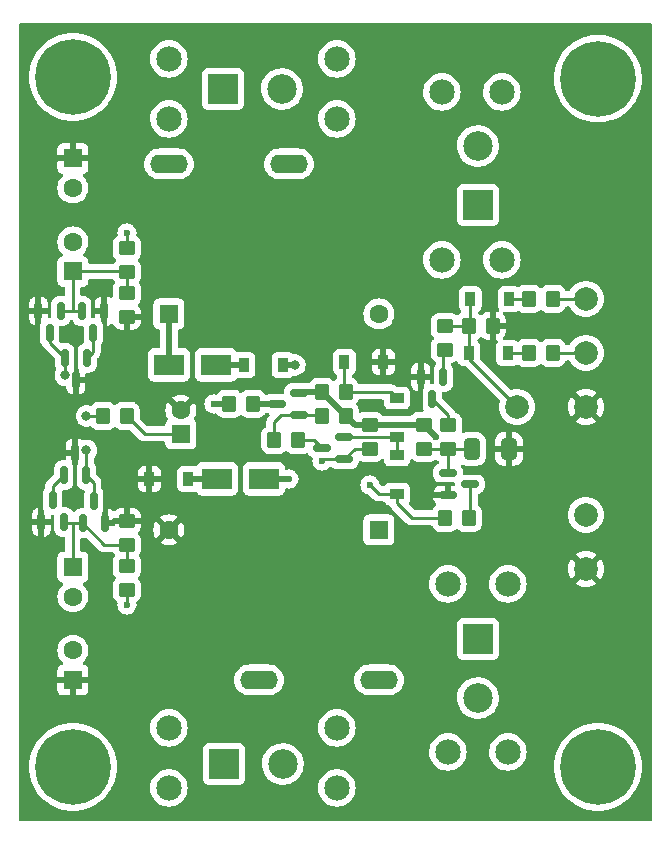
<source format=gbr>
G04 #@! TF.GenerationSoftware,KiCad,Pcbnew,(6.0.2-0)*
G04 #@! TF.CreationDate,2022-03-16T14:02:14+01:00*
G04 #@! TF.ProjectId,protection-relais,70726f74-6563-4746-996f-6e2d72656c61,rev?*
G04 #@! TF.SameCoordinates,Original*
G04 #@! TF.FileFunction,Copper,L1,Top*
G04 #@! TF.FilePolarity,Positive*
%FSLAX46Y46*%
G04 Gerber Fmt 4.6, Leading zero omitted, Abs format (unit mm)*
G04 Created by KiCad (PCBNEW (6.0.2-0)) date 2022-03-16 14:02:14*
%MOMM*%
%LPD*%
G01*
G04 APERTURE LIST*
G04 Aperture macros list*
%AMRoundRect*
0 Rectangle with rounded corners*
0 $1 Rounding radius*
0 $2 $3 $4 $5 $6 $7 $8 $9 X,Y pos of 4 corners*
0 Add a 4 corners polygon primitive as box body*
4,1,4,$2,$3,$4,$5,$6,$7,$8,$9,$2,$3,0*
0 Add four circle primitives for the rounded corners*
1,1,$1+$1,$2,$3*
1,1,$1+$1,$4,$5*
1,1,$1+$1,$6,$7*
1,1,$1+$1,$8,$9*
0 Add four rect primitives between the rounded corners*
20,1,$1+$1,$2,$3,$4,$5,0*
20,1,$1+$1,$4,$5,$6,$7,0*
20,1,$1+$1,$6,$7,$8,$9,0*
20,1,$1+$1,$8,$9,$2,$3,0*%
G04 Aperture macros list end*
G04 #@! TA.AperFunction,SMDPad,CuDef*
%ADD10R,0.900000X1.200000*%
G04 #@! TD*
G04 #@! TA.AperFunction,SMDPad,CuDef*
%ADD11RoundRect,0.250000X-0.450000X0.350000X-0.450000X-0.350000X0.450000X-0.350000X0.450000X0.350000X0*%
G04 #@! TD*
G04 #@! TA.AperFunction,SMDPad,CuDef*
%ADD12RoundRect,0.250000X-0.350000X-0.450000X0.350000X-0.450000X0.350000X0.450000X-0.350000X0.450000X0*%
G04 #@! TD*
G04 #@! TA.AperFunction,SMDPad,CuDef*
%ADD13RoundRect,0.150000X-0.150000X0.587500X-0.150000X-0.587500X0.150000X-0.587500X0.150000X0.587500X0*%
G04 #@! TD*
G04 #@! TA.AperFunction,ComponentPad*
%ADD14R,2.500000X2.500000*%
G04 #@! TD*
G04 #@! TA.AperFunction,ComponentPad*
%ADD15C,2.500000*%
G04 #@! TD*
G04 #@! TA.AperFunction,ComponentPad*
%ADD16C,2.145000*%
G04 #@! TD*
G04 #@! TA.AperFunction,SMDPad,CuDef*
%ADD17RoundRect,0.250000X0.350000X0.450000X-0.350000X0.450000X-0.350000X-0.450000X0.350000X-0.450000X0*%
G04 #@! TD*
G04 #@! TA.AperFunction,ComponentPad*
%ADD18R,1.600000X1.600000*%
G04 #@! TD*
G04 #@! TA.AperFunction,ComponentPad*
%ADD19C,1.600000*%
G04 #@! TD*
G04 #@! TA.AperFunction,ComponentPad*
%ADD20C,2.000000*%
G04 #@! TD*
G04 #@! TA.AperFunction,SMDPad,CuDef*
%ADD21RoundRect,0.150000X0.150000X-0.587500X0.150000X0.587500X-0.150000X0.587500X-0.150000X-0.587500X0*%
G04 #@! TD*
G04 #@! TA.AperFunction,SMDPad,CuDef*
%ADD22RoundRect,0.150000X0.587500X0.150000X-0.587500X0.150000X-0.587500X-0.150000X0.587500X-0.150000X0*%
G04 #@! TD*
G04 #@! TA.AperFunction,ComponentPad*
%ADD23C,0.800000*%
G04 #@! TD*
G04 #@! TA.AperFunction,ComponentPad*
%ADD24C,6.400000*%
G04 #@! TD*
G04 #@! TA.AperFunction,SMDPad,CuDef*
%ADD25RoundRect,0.150000X-0.587500X-0.150000X0.587500X-0.150000X0.587500X0.150000X-0.587500X0.150000X0*%
G04 #@! TD*
G04 #@! TA.AperFunction,SMDPad,CuDef*
%ADD26RoundRect,0.250000X-0.412500X-0.650000X0.412500X-0.650000X0.412500X0.650000X-0.412500X0.650000X0*%
G04 #@! TD*
G04 #@! TA.AperFunction,SMDPad,CuDef*
%ADD27R,1.200000X0.900000*%
G04 #@! TD*
G04 #@! TA.AperFunction,SMDPad,CuDef*
%ADD28RoundRect,0.250000X0.450000X-0.350000X0.450000X0.350000X-0.450000X0.350000X-0.450000X-0.350000X0*%
G04 #@! TD*
G04 #@! TA.AperFunction,ComponentPad*
%ADD29O,3.200000X1.600000*%
G04 #@! TD*
G04 #@! TA.AperFunction,SMDPad,CuDef*
%ADD30R,2.500000X1.800000*%
G04 #@! TD*
G04 #@! TA.AperFunction,ViaPad*
%ADD31C,0.600000*%
G04 #@! TD*
G04 #@! TA.AperFunction,ViaPad*
%ADD32C,0.800000*%
G04 #@! TD*
G04 #@! TA.AperFunction,Conductor*
%ADD33C,0.250000*%
G04 #@! TD*
G04 #@! TA.AperFunction,Conductor*
%ADD34C,0.500000*%
G04 #@! TD*
G04 APERTURE END LIST*
D10*
X94108000Y-94996000D03*
X97408000Y-94996000D03*
D11*
X92202000Y-98552000D03*
X92202000Y-100552000D03*
D10*
X110618000Y-85090000D03*
X113918000Y-85090000D03*
D12*
X108712000Y-87630000D03*
X110712000Y-87630000D03*
D13*
X90292000Y-80772000D03*
X88392000Y-80772000D03*
X89342000Y-82647000D03*
D11*
X112776000Y-90424000D03*
X112776000Y-92424000D03*
D14*
X121920000Y-71802000D03*
D15*
X121920000Y-66802000D03*
D12*
X119158000Y-98298000D03*
X121158000Y-98298000D03*
D16*
X118872000Y-76454000D03*
X123952000Y-76454000D03*
D17*
X128254000Y-84328000D03*
X126254000Y-84328000D03*
D13*
X88834000Y-84739000D03*
X86934000Y-84739000D03*
X87884000Y-86614000D03*
D12*
X90170000Y-89662000D03*
X92170000Y-89662000D03*
D18*
X87630000Y-67858000D03*
D19*
X87630000Y-70358000D03*
D20*
X131064000Y-88900000D03*
D16*
X119380000Y-118110000D03*
X124460000Y-118110000D03*
D20*
X131064000Y-84328000D03*
X125222000Y-88900000D03*
D11*
X117348000Y-90424000D03*
X117348000Y-92424000D03*
D14*
X100330000Y-61976000D03*
D15*
X105330000Y-61976000D03*
D20*
X131064000Y-79756000D03*
X131064000Y-102616000D03*
D17*
X102838000Y-88646000D03*
X100838000Y-88646000D03*
D14*
X121920000Y-108538000D03*
D15*
X121920000Y-113538000D03*
D16*
X109982000Y-121158000D03*
X109982000Y-116078000D03*
D21*
X84968000Y-98649000D03*
X86868000Y-98649000D03*
X85918000Y-96774000D03*
D22*
X106777000Y-89596000D03*
X106777000Y-87696000D03*
X104902000Y-88646000D03*
D23*
X87630000Y-63360000D03*
X85230000Y-60960000D03*
D24*
X87630000Y-60960000D03*
D23*
X85932944Y-62657056D03*
X87630000Y-58560000D03*
X89327056Y-62657056D03*
X89327056Y-59262944D03*
X85932944Y-59262944D03*
X90030000Y-60960000D03*
D13*
X118994000Y-86360000D03*
X117094000Y-86360000D03*
X118044000Y-88235000D03*
D16*
X118872000Y-62230000D03*
X123952000Y-62230000D03*
D25*
X119380000Y-94488000D03*
X119380000Y-96388000D03*
X121255000Y-95438000D03*
D14*
X100410000Y-119126000D03*
D15*
X105410000Y-119126000D03*
D11*
X92202000Y-75438000D03*
X92202000Y-77438000D03*
D16*
X119380000Y-103886000D03*
X124460000Y-103886000D03*
D23*
X130382944Y-59402944D03*
X132080000Y-63500000D03*
X134480000Y-61100000D03*
X129680000Y-61100000D03*
X130382944Y-62797056D03*
X133777056Y-62797056D03*
X132080000Y-58700000D03*
D24*
X132080000Y-61100000D03*
D23*
X133777056Y-59402944D03*
D18*
X87630000Y-77430000D03*
D19*
X87630000Y-74930000D03*
D18*
X96774000Y-91186000D03*
D19*
X96774000Y-89186000D03*
D10*
X121270000Y-79756000D03*
X124570000Y-79756000D03*
D11*
X119126000Y-82042000D03*
X119126000Y-84042000D03*
D16*
X95758000Y-64516000D03*
X95758000Y-59436000D03*
D26*
X121412000Y-92456000D03*
X124537000Y-92456000D03*
D27*
X115062000Y-96266000D03*
X115062000Y-92966000D03*
D28*
X119380000Y-92456000D03*
X119380000Y-90456000D03*
D20*
X131064000Y-98044000D03*
D17*
X123158000Y-82042000D03*
X121158000Y-82042000D03*
X110712000Y-89662000D03*
X108712000Y-89662000D03*
D21*
X88458000Y-98737363D03*
X90358000Y-98737363D03*
X89408000Y-96862363D03*
D27*
X115062000Y-88138000D03*
X115062000Y-91438000D03*
D16*
X109982000Y-64516000D03*
X109982000Y-59436000D03*
X95758000Y-121158000D03*
X95758000Y-116078000D03*
D18*
X87630000Y-102449621D03*
D19*
X87630000Y-104949621D03*
D22*
X110587000Y-93340000D03*
X110587000Y-91440000D03*
X108712000Y-92390000D03*
D18*
X95758000Y-81026000D03*
D19*
X113538000Y-81026000D03*
D29*
X105918000Y-68326000D03*
X95758000Y-68326000D03*
D12*
X104680000Y-91694000D03*
X106680000Y-91694000D03*
D30*
X103822000Y-94996000D03*
X99822000Y-94996000D03*
D28*
X92202000Y-104378000D03*
X92202000Y-102378000D03*
X92202000Y-81248000D03*
X92202000Y-79248000D03*
D30*
X95758000Y-85344000D03*
X99758000Y-85344000D03*
D13*
X86614000Y-80772000D03*
X84714000Y-80772000D03*
X85664000Y-82647000D03*
D18*
X87630000Y-112014001D03*
D19*
X87630000Y-109514001D03*
D17*
X128254000Y-79756000D03*
X126254000Y-79756000D03*
D21*
X86868000Y-94663500D03*
X88768000Y-94663500D03*
X87818000Y-92788500D03*
D10*
X105408000Y-85344000D03*
X102108000Y-85344000D03*
D18*
X113538000Y-99314000D03*
D19*
X95758000Y-99314000D03*
D29*
X103378000Y-112014000D03*
X113538000Y-112014000D03*
D23*
X134480000Y-119380000D03*
X129680000Y-119380000D03*
X130382944Y-117682944D03*
X130382944Y-121077056D03*
X133777056Y-117682944D03*
D24*
X132080000Y-119380000D03*
D23*
X133777056Y-121077056D03*
X132080000Y-116980000D03*
X132080000Y-121780000D03*
X85932944Y-121077056D03*
X89327056Y-121077056D03*
X89327056Y-117682944D03*
X87630000Y-116980000D03*
D24*
X87630000Y-119380000D03*
D23*
X87630000Y-121780000D03*
X90030000Y-119380000D03*
X85230000Y-119380000D03*
X85932944Y-117682944D03*
D10*
X121142000Y-84328000D03*
X124442000Y-84328000D03*
D31*
X108712000Y-93472000D03*
X112776000Y-95504000D03*
X92202000Y-105664000D03*
X92202000Y-74168000D03*
X99568000Y-88646000D03*
D32*
X106426000Y-85344000D03*
D31*
X105918000Y-94996000D03*
X118364000Y-91440000D03*
D32*
X86984500Y-86233000D03*
X88773000Y-89662000D03*
X88773000Y-92583000D03*
D33*
X119380000Y-92456000D02*
X117380000Y-92456000D01*
X121412000Y-92456000D02*
X119380000Y-92456000D01*
X119380000Y-94488000D02*
X119380000Y-92456000D01*
X88392000Y-80772000D02*
X87630000Y-80772000D01*
X92194000Y-77430000D02*
X87630000Y-77430000D01*
X87630000Y-77430000D02*
X87630000Y-80772000D01*
X87630000Y-80772000D02*
X86614000Y-80772000D01*
X92202000Y-77438000D02*
X92202000Y-79248000D01*
X87630000Y-102449621D02*
X87630000Y-98806000D01*
X87561363Y-98737363D02*
X86956363Y-98737363D01*
X92202000Y-100552000D02*
X90272637Y-100552000D01*
X92202000Y-102378000D02*
X92202000Y-100552000D01*
X90272637Y-100552000D02*
X88458000Y-98737363D01*
X87630000Y-98806000D02*
X87561363Y-98737363D01*
X88458000Y-98737363D02*
X87561363Y-98737363D01*
X118994000Y-86360000D02*
X118994000Y-84174000D01*
D34*
X102108000Y-85344000D02*
X99758000Y-85344000D01*
D33*
X113538000Y-96266000D02*
X112776000Y-95504000D01*
X116332000Y-98298000D02*
X119158000Y-98298000D01*
X93694000Y-91186000D02*
X92170000Y-89662000D01*
X110587000Y-93340000D02*
X111503000Y-92424000D01*
X115062000Y-97028000D02*
X116332000Y-98298000D01*
X111503000Y-92424000D02*
X112776000Y-92424000D01*
X115062000Y-96266000D02*
X113538000Y-96266000D01*
X115062000Y-96266000D02*
X115062000Y-97028000D01*
X110587000Y-93340000D02*
X108844000Y-93340000D01*
X96774000Y-91186000D02*
X93694000Y-91186000D01*
X108844000Y-93340000D02*
X108712000Y-93472000D01*
X121142000Y-84820000D02*
X121142000Y-84328000D01*
X121142000Y-84328000D02*
X121142000Y-82058000D01*
X121158000Y-82042000D02*
X119126000Y-82042000D01*
X121270000Y-79756000D02*
X121270000Y-81930000D01*
X125222000Y-88900000D02*
X121142000Y-84820000D01*
D34*
X99822000Y-94996000D02*
X97408000Y-94996000D01*
D33*
X124570000Y-79756000D02*
X126254000Y-79756000D01*
X128254000Y-79756000D02*
X131064000Y-79756000D01*
X124442000Y-84328000D02*
X126254000Y-84328000D01*
X114554000Y-87630000D02*
X115062000Y-88138000D01*
X110618000Y-87536000D02*
X110618000Y-85090000D01*
X110712000Y-87630000D02*
X114554000Y-87630000D01*
X115062000Y-91438000D02*
X110589000Y-91438000D01*
X115062000Y-92966000D02*
X115062000Y-91438000D01*
X128254000Y-84328000D02*
X131064000Y-84328000D01*
X92202000Y-104378000D02*
X92202000Y-105664000D01*
X92202000Y-75438000D02*
X92202000Y-74168000D01*
D34*
X100838000Y-88646000D02*
X99568000Y-88646000D01*
X95758000Y-85344000D02*
X95758000Y-81026000D01*
D33*
X119380000Y-89571000D02*
X118044000Y-88235000D01*
X119380000Y-90456000D02*
X119380000Y-89571000D01*
X121255000Y-98201000D02*
X121158000Y-98298000D01*
X121255000Y-95438000D02*
X121255000Y-98201000D01*
D34*
X105918000Y-94996000D02*
X103822000Y-94996000D01*
X105408000Y-85344000D02*
X106426000Y-85344000D01*
X111474000Y-90424000D02*
X110712000Y-89662000D01*
X112776000Y-90424000D02*
X111474000Y-90424000D01*
X117348000Y-90424000D02*
X112776000Y-90424000D01*
X110712000Y-89630000D02*
X108712000Y-87630000D01*
X118364000Y-91440000D02*
X117348000Y-90424000D01*
X106843000Y-87630000D02*
X106777000Y-87696000D01*
X108712000Y-87630000D02*
X106843000Y-87630000D01*
D33*
X89342000Y-82647000D02*
X89342000Y-84231000D01*
X89342000Y-84231000D02*
X88834000Y-84739000D01*
X85918000Y-95613500D02*
X86868000Y-94663500D01*
X85918000Y-96774000D02*
X85918000Y-95613500D01*
X89408000Y-95303500D02*
X88768000Y-94663500D01*
X90170000Y-89662000D02*
X88773000Y-89662000D01*
X85664000Y-83469000D02*
X86934000Y-84739000D01*
X86984500Y-86233000D02*
X86984500Y-84789500D01*
X88768000Y-94663500D02*
X88768000Y-92588000D01*
X88768000Y-92588000D02*
X88773000Y-92583000D01*
X89408000Y-96862363D02*
X89408000Y-95303500D01*
X85664000Y-82647000D02*
X85664000Y-83469000D01*
X105222000Y-89596000D02*
X104648000Y-90170000D01*
X104648000Y-91662000D02*
X104680000Y-91694000D01*
X106777000Y-89596000D02*
X108646000Y-89596000D01*
X104648000Y-90170000D02*
X104648000Y-91662000D01*
X106777000Y-89596000D02*
X105222000Y-89596000D01*
X108016000Y-91694000D02*
X108712000Y-92390000D01*
X106680000Y-91694000D02*
X108016000Y-91694000D01*
D34*
X104902000Y-88646000D02*
X102838000Y-88646000D01*
G04 #@! TA.AperFunction,Conductor*
G36*
X136594121Y-56408002D02*
G01*
X136640614Y-56461658D01*
X136652000Y-56514000D01*
X136652000Y-123826000D01*
X136631998Y-123894121D01*
X136578342Y-123940614D01*
X136526000Y-123952000D01*
X83184000Y-123952000D01*
X83115879Y-123931998D01*
X83069386Y-123878342D01*
X83058000Y-123826000D01*
X83058000Y-119380000D01*
X83916411Y-119380000D01*
X83936754Y-119768176D01*
X83937267Y-119771416D01*
X83937268Y-119771424D01*
X83954181Y-119878205D01*
X83997562Y-120152099D01*
X84098167Y-120527562D01*
X84099352Y-120530650D01*
X84099353Y-120530652D01*
X84107796Y-120552646D01*
X84237468Y-120890453D01*
X84413938Y-121236794D01*
X84625643Y-121562793D01*
X84870266Y-121864876D01*
X85145124Y-122139734D01*
X85447207Y-122384357D01*
X85449970Y-122386152D01*
X85449971Y-122386152D01*
X85734670Y-122571037D01*
X85773205Y-122596062D01*
X85776139Y-122597557D01*
X85776146Y-122597561D01*
X86022745Y-122723209D01*
X86119547Y-122772532D01*
X86482438Y-122911833D01*
X86857901Y-123012438D01*
X87061793Y-123044732D01*
X87238576Y-123072732D01*
X87238584Y-123072733D01*
X87241824Y-123073246D01*
X87630000Y-123093589D01*
X88018176Y-123073246D01*
X88021416Y-123072733D01*
X88021424Y-123072732D01*
X88198207Y-123044732D01*
X88402099Y-123012438D01*
X88777562Y-122911833D01*
X89140453Y-122772532D01*
X89237255Y-122723209D01*
X89483854Y-122597561D01*
X89483861Y-122597557D01*
X89486795Y-122596062D01*
X89525331Y-122571037D01*
X89810029Y-122386152D01*
X89810030Y-122386152D01*
X89812793Y-122384357D01*
X90114876Y-122139734D01*
X90389734Y-121864876D01*
X90634357Y-121562793D01*
X90846062Y-121236794D01*
X90886210Y-121158000D01*
X94172111Y-121158000D01*
X94191636Y-121406088D01*
X94249730Y-121648067D01*
X94251623Y-121652638D01*
X94251624Y-121652640D01*
X94340504Y-121867213D01*
X94344963Y-121877979D01*
X94474989Y-122090162D01*
X94636607Y-122279393D01*
X94825838Y-122441011D01*
X95038021Y-122571037D01*
X95042591Y-122572930D01*
X95042595Y-122572932D01*
X95098436Y-122596062D01*
X95267933Y-122666270D01*
X95352094Y-122686475D01*
X95505099Y-122723209D01*
X95505105Y-122723210D01*
X95509912Y-122724364D01*
X95758000Y-122743889D01*
X96006088Y-122724364D01*
X96010895Y-122723210D01*
X96010901Y-122723209D01*
X96163906Y-122686475D01*
X96248067Y-122666270D01*
X96417564Y-122596062D01*
X96473405Y-122572932D01*
X96473409Y-122572930D01*
X96477979Y-122571037D01*
X96690162Y-122441011D01*
X96879393Y-122279393D01*
X97041011Y-122090162D01*
X97171037Y-121877979D01*
X97175497Y-121867213D01*
X97264376Y-121652640D01*
X97264377Y-121652638D01*
X97266270Y-121648067D01*
X97324364Y-121406088D01*
X97343889Y-121158000D01*
X108396111Y-121158000D01*
X108415636Y-121406088D01*
X108473730Y-121648067D01*
X108475623Y-121652638D01*
X108475624Y-121652640D01*
X108564504Y-121867213D01*
X108568963Y-121877979D01*
X108698989Y-122090162D01*
X108860607Y-122279393D01*
X109049838Y-122441011D01*
X109262021Y-122571037D01*
X109266591Y-122572930D01*
X109266595Y-122572932D01*
X109322436Y-122596062D01*
X109491933Y-122666270D01*
X109576094Y-122686475D01*
X109729099Y-122723209D01*
X109729105Y-122723210D01*
X109733912Y-122724364D01*
X109982000Y-122743889D01*
X110230088Y-122724364D01*
X110234895Y-122723210D01*
X110234901Y-122723209D01*
X110387906Y-122686475D01*
X110472067Y-122666270D01*
X110641564Y-122596062D01*
X110697405Y-122572932D01*
X110697409Y-122572930D01*
X110701979Y-122571037D01*
X110914162Y-122441011D01*
X111103393Y-122279393D01*
X111265011Y-122090162D01*
X111395037Y-121877979D01*
X111399497Y-121867213D01*
X111488376Y-121652640D01*
X111488377Y-121652638D01*
X111490270Y-121648067D01*
X111548364Y-121406088D01*
X111567889Y-121158000D01*
X111548364Y-120909912D01*
X111544399Y-120893393D01*
X111496054Y-120692025D01*
X111490270Y-120667933D01*
X111488376Y-120663360D01*
X111396932Y-120442595D01*
X111396930Y-120442591D01*
X111395037Y-120438021D01*
X111265011Y-120225838D01*
X111103393Y-120036607D01*
X110914162Y-119874989D01*
X110701979Y-119744963D01*
X110697409Y-119743070D01*
X110697405Y-119743068D01*
X110476640Y-119651624D01*
X110476638Y-119651623D01*
X110472067Y-119649730D01*
X110333138Y-119616376D01*
X110234901Y-119592791D01*
X110234895Y-119592790D01*
X110230088Y-119591636D01*
X109982000Y-119572111D01*
X109733912Y-119591636D01*
X109729105Y-119592790D01*
X109729099Y-119592791D01*
X109630862Y-119616376D01*
X109491933Y-119649730D01*
X109487362Y-119651623D01*
X109487360Y-119651624D01*
X109266595Y-119743068D01*
X109266591Y-119743070D01*
X109262021Y-119744963D01*
X109049838Y-119874989D01*
X108860607Y-120036607D01*
X108698989Y-120225838D01*
X108568963Y-120438021D01*
X108567070Y-120442591D01*
X108567068Y-120442595D01*
X108475624Y-120663360D01*
X108473730Y-120667933D01*
X108467946Y-120692025D01*
X108419602Y-120893393D01*
X108415636Y-120909912D01*
X108396111Y-121158000D01*
X97343889Y-121158000D01*
X97324364Y-120909912D01*
X97320399Y-120893393D01*
X97272054Y-120692025D01*
X97266270Y-120667933D01*
X97264376Y-120663360D01*
X97172932Y-120442595D01*
X97172930Y-120442591D01*
X97171037Y-120438021D01*
X97162527Y-120424134D01*
X98651500Y-120424134D01*
X98658255Y-120486316D01*
X98709385Y-120622705D01*
X98796739Y-120739261D01*
X98913295Y-120826615D01*
X99049684Y-120877745D01*
X99111866Y-120884500D01*
X101708134Y-120884500D01*
X101770316Y-120877745D01*
X101906705Y-120826615D01*
X102023261Y-120739261D01*
X102110615Y-120622705D01*
X102161745Y-120486316D01*
X102168500Y-120424134D01*
X102168500Y-119079839D01*
X103647173Y-119079839D01*
X103659713Y-119340908D01*
X103710704Y-119597256D01*
X103799026Y-119843252D01*
X103801242Y-119847376D01*
X103902919Y-120036607D01*
X103922737Y-120073491D01*
X103925532Y-120077234D01*
X103925534Y-120077237D01*
X104076330Y-120279177D01*
X104076335Y-120279183D01*
X104079122Y-120282915D01*
X104082431Y-120286195D01*
X104082436Y-120286201D01*
X104261426Y-120463635D01*
X104264743Y-120466923D01*
X104268505Y-120469681D01*
X104268508Y-120469684D01*
X104465736Y-120614297D01*
X104475524Y-120621474D01*
X104479667Y-120623654D01*
X104479669Y-120623655D01*
X104702684Y-120740989D01*
X104702689Y-120740991D01*
X104706834Y-120743172D01*
X104953590Y-120829344D01*
X104958183Y-120830216D01*
X105205785Y-120877224D01*
X105205788Y-120877224D01*
X105210374Y-120878095D01*
X105340959Y-120883226D01*
X105466875Y-120888174D01*
X105466881Y-120888174D01*
X105471543Y-120888357D01*
X105560651Y-120878598D01*
X105726707Y-120860412D01*
X105726712Y-120860411D01*
X105731360Y-120859902D01*
X105844116Y-120830216D01*
X105979594Y-120794548D01*
X105979596Y-120794547D01*
X105984117Y-120793357D01*
X106224262Y-120690182D01*
X106446519Y-120552646D01*
X106450082Y-120549629D01*
X106450087Y-120549626D01*
X106642439Y-120386787D01*
X106642440Y-120386786D01*
X106646005Y-120383768D01*
X106780808Y-120230055D01*
X106815257Y-120190774D01*
X106815261Y-120190769D01*
X106818339Y-120187259D01*
X106838904Y-120155288D01*
X106957205Y-119971367D01*
X106959733Y-119967437D01*
X107067083Y-119729129D01*
X107105567Y-119592676D01*
X107136760Y-119482076D01*
X107136761Y-119482073D01*
X107138030Y-119477572D01*
X107150023Y-119383301D01*
X107170616Y-119221421D01*
X107170616Y-119221417D01*
X107171014Y-119218291D01*
X107173431Y-119126000D01*
X107169655Y-119075185D01*
X107154407Y-118870000D01*
X107154406Y-118869996D01*
X107154061Y-118865348D01*
X107142725Y-118815248D01*
X107097408Y-118614980D01*
X107096377Y-118610423D01*
X107001647Y-118366823D01*
X106871951Y-118139902D01*
X106848378Y-118110000D01*
X117794111Y-118110000D01*
X117813636Y-118358088D01*
X117871730Y-118600067D01*
X117873623Y-118604638D01*
X117873624Y-118604640D01*
X117964668Y-118824438D01*
X117966963Y-118829979D01*
X118096989Y-119042162D01*
X118258607Y-119231393D01*
X118447838Y-119393011D01*
X118660021Y-119523037D01*
X118664591Y-119524930D01*
X118664595Y-119524932D01*
X118849811Y-119601651D01*
X118889933Y-119618270D01*
X118974094Y-119638475D01*
X119127099Y-119675209D01*
X119127105Y-119675210D01*
X119131912Y-119676364D01*
X119380000Y-119695889D01*
X119628088Y-119676364D01*
X119632895Y-119675210D01*
X119632901Y-119675209D01*
X119785906Y-119638475D01*
X119870067Y-119618270D01*
X119910189Y-119601651D01*
X120095405Y-119524932D01*
X120095409Y-119524930D01*
X120099979Y-119523037D01*
X120312162Y-119393011D01*
X120501393Y-119231393D01*
X120663011Y-119042162D01*
X120793037Y-118829979D01*
X120795333Y-118824438D01*
X120886376Y-118604640D01*
X120886377Y-118604638D01*
X120888270Y-118600067D01*
X120946364Y-118358088D01*
X120965889Y-118110000D01*
X122874111Y-118110000D01*
X122893636Y-118358088D01*
X122951730Y-118600067D01*
X122953623Y-118604638D01*
X122953624Y-118604640D01*
X123044668Y-118824438D01*
X123046963Y-118829979D01*
X123176989Y-119042162D01*
X123338607Y-119231393D01*
X123527838Y-119393011D01*
X123740021Y-119523037D01*
X123744591Y-119524930D01*
X123744595Y-119524932D01*
X123929811Y-119601651D01*
X123969933Y-119618270D01*
X124054094Y-119638475D01*
X124207099Y-119675209D01*
X124207105Y-119675210D01*
X124211912Y-119676364D01*
X124460000Y-119695889D01*
X124708088Y-119676364D01*
X124712895Y-119675210D01*
X124712901Y-119675209D01*
X124865906Y-119638475D01*
X124950067Y-119618270D01*
X124990189Y-119601651D01*
X125175405Y-119524932D01*
X125175409Y-119524930D01*
X125179979Y-119523037D01*
X125392162Y-119393011D01*
X125407396Y-119380000D01*
X128366411Y-119380000D01*
X128386754Y-119768176D01*
X128387267Y-119771416D01*
X128387268Y-119771424D01*
X128404181Y-119878205D01*
X128447562Y-120152099D01*
X128548167Y-120527562D01*
X128549352Y-120530650D01*
X128549353Y-120530652D01*
X128557796Y-120552646D01*
X128687468Y-120890453D01*
X128863938Y-121236794D01*
X129075643Y-121562793D01*
X129320266Y-121864876D01*
X129595124Y-122139734D01*
X129897207Y-122384357D01*
X129899970Y-122386152D01*
X129899971Y-122386152D01*
X130184670Y-122571037D01*
X130223205Y-122596062D01*
X130226139Y-122597557D01*
X130226146Y-122597561D01*
X130472745Y-122723209D01*
X130569547Y-122772532D01*
X130932438Y-122911833D01*
X131307901Y-123012438D01*
X131511793Y-123044732D01*
X131688576Y-123072732D01*
X131688584Y-123072733D01*
X131691824Y-123073246D01*
X132080000Y-123093589D01*
X132468176Y-123073246D01*
X132471416Y-123072733D01*
X132471424Y-123072732D01*
X132648207Y-123044732D01*
X132852099Y-123012438D01*
X133227562Y-122911833D01*
X133590453Y-122772532D01*
X133687255Y-122723209D01*
X133933854Y-122597561D01*
X133933861Y-122597557D01*
X133936795Y-122596062D01*
X133975331Y-122571037D01*
X134260029Y-122386152D01*
X134260030Y-122386152D01*
X134262793Y-122384357D01*
X134564876Y-122139734D01*
X134839734Y-121864876D01*
X135084357Y-121562793D01*
X135296062Y-121236794D01*
X135472532Y-120890453D01*
X135602204Y-120552646D01*
X135610647Y-120530652D01*
X135610648Y-120530650D01*
X135611833Y-120527562D01*
X135712438Y-120152099D01*
X135755819Y-119878205D01*
X135772732Y-119771424D01*
X135772733Y-119771416D01*
X135773246Y-119768176D01*
X135793589Y-119380000D01*
X135773246Y-118991824D01*
X135712438Y-118607901D01*
X135611833Y-118232438D01*
X135472532Y-117869547D01*
X135466189Y-117857099D01*
X135297561Y-117526147D01*
X135297557Y-117526140D01*
X135296062Y-117523206D01*
X135293928Y-117519919D01*
X135086152Y-117199971D01*
X135086152Y-117199970D01*
X135084357Y-117197207D01*
X134932890Y-117010162D01*
X134841809Y-116897686D01*
X134841806Y-116897682D01*
X134839734Y-116895124D01*
X134564876Y-116620266D01*
X134262793Y-116375643D01*
X133936795Y-116163938D01*
X133933861Y-116162443D01*
X133933854Y-116162439D01*
X133593393Y-115988966D01*
X133590453Y-115987468D01*
X133227562Y-115848167D01*
X132852099Y-115747562D01*
X132648207Y-115715268D01*
X132471424Y-115687268D01*
X132471416Y-115687267D01*
X132468176Y-115686754D01*
X132080000Y-115666411D01*
X131691824Y-115686754D01*
X131688584Y-115687267D01*
X131688576Y-115687268D01*
X131511793Y-115715268D01*
X131307901Y-115747562D01*
X130932438Y-115848167D01*
X130569547Y-115987468D01*
X130566607Y-115988966D01*
X130226147Y-116162439D01*
X130226140Y-116162443D01*
X130223206Y-116163938D01*
X129897207Y-116375643D01*
X129595124Y-116620266D01*
X129320266Y-116895124D01*
X129318194Y-116897682D01*
X129318191Y-116897686D01*
X129227110Y-117010162D01*
X129075643Y-117197207D01*
X129073848Y-117199970D01*
X129073848Y-117199971D01*
X128866073Y-117519919D01*
X128863938Y-117523206D01*
X128862443Y-117526140D01*
X128862439Y-117526147D01*
X128693811Y-117857099D01*
X128687468Y-117869547D01*
X128548167Y-118232438D01*
X128447562Y-118607901D01*
X128386754Y-118991824D01*
X128366411Y-119380000D01*
X125407396Y-119380000D01*
X125581393Y-119231393D01*
X125743011Y-119042162D01*
X125873037Y-118829979D01*
X125875333Y-118824438D01*
X125966376Y-118604640D01*
X125966377Y-118604638D01*
X125968270Y-118600067D01*
X126026364Y-118358088D01*
X126045889Y-118110000D01*
X126026364Y-117861912D01*
X126018191Y-117827866D01*
X125978730Y-117663501D01*
X125968270Y-117619933D01*
X125963841Y-117609241D01*
X125874932Y-117394595D01*
X125874930Y-117394591D01*
X125873037Y-117390021D01*
X125743011Y-117177838D01*
X125581393Y-116988607D01*
X125392162Y-116826989D01*
X125179979Y-116696963D01*
X125175409Y-116695070D01*
X125175405Y-116695068D01*
X124954640Y-116603624D01*
X124954638Y-116603623D01*
X124950067Y-116601730D01*
X124865906Y-116581525D01*
X124712901Y-116544791D01*
X124712895Y-116544790D01*
X124708088Y-116543636D01*
X124460000Y-116524111D01*
X124211912Y-116543636D01*
X124207105Y-116544790D01*
X124207099Y-116544791D01*
X124054094Y-116581525D01*
X123969933Y-116601730D01*
X123965362Y-116603623D01*
X123965360Y-116603624D01*
X123744595Y-116695068D01*
X123744591Y-116695070D01*
X123740021Y-116696963D01*
X123527838Y-116826989D01*
X123338607Y-116988607D01*
X123176989Y-117177838D01*
X123046963Y-117390021D01*
X123045070Y-117394591D01*
X123045068Y-117394595D01*
X122956159Y-117609241D01*
X122951730Y-117619933D01*
X122941270Y-117663501D01*
X122901810Y-117827866D01*
X122893636Y-117861912D01*
X122874111Y-118110000D01*
X120965889Y-118110000D01*
X120946364Y-117861912D01*
X120938191Y-117827866D01*
X120898730Y-117663501D01*
X120888270Y-117619933D01*
X120883841Y-117609241D01*
X120794932Y-117394595D01*
X120794930Y-117394591D01*
X120793037Y-117390021D01*
X120663011Y-117177838D01*
X120501393Y-116988607D01*
X120312162Y-116826989D01*
X120099979Y-116696963D01*
X120095409Y-116695070D01*
X120095405Y-116695068D01*
X119874640Y-116603624D01*
X119874638Y-116603623D01*
X119870067Y-116601730D01*
X119785906Y-116581525D01*
X119632901Y-116544791D01*
X119632895Y-116544790D01*
X119628088Y-116543636D01*
X119380000Y-116524111D01*
X119131912Y-116543636D01*
X119127105Y-116544790D01*
X119127099Y-116544791D01*
X118974094Y-116581525D01*
X118889933Y-116601730D01*
X118885362Y-116603623D01*
X118885360Y-116603624D01*
X118664595Y-116695068D01*
X118664591Y-116695070D01*
X118660021Y-116696963D01*
X118447838Y-116826989D01*
X118258607Y-116988607D01*
X118096989Y-117177838D01*
X117966963Y-117390021D01*
X117965070Y-117394591D01*
X117965068Y-117394595D01*
X117876159Y-117609241D01*
X117871730Y-117619933D01*
X117861270Y-117663501D01*
X117821810Y-117827866D01*
X117813636Y-117861912D01*
X117794111Y-118110000D01*
X106848378Y-118110000D01*
X106710138Y-117934643D01*
X106519763Y-117755557D01*
X106337758Y-117629295D01*
X106308851Y-117609241D01*
X106308848Y-117609239D01*
X106305009Y-117606576D01*
X106266175Y-117587425D01*
X106074781Y-117493040D01*
X106074778Y-117493039D01*
X106070593Y-117490975D01*
X106024449Y-117476204D01*
X105826123Y-117412720D01*
X105821665Y-117411293D01*
X105563693Y-117369279D01*
X105449942Y-117367790D01*
X105307022Y-117365919D01*
X105307019Y-117365919D01*
X105302345Y-117365858D01*
X105043362Y-117401104D01*
X104792433Y-117474243D01*
X104788180Y-117476203D01*
X104788179Y-117476204D01*
X104756004Y-117491037D01*
X104555072Y-117583668D01*
X104516067Y-117609241D01*
X104340404Y-117724410D01*
X104340399Y-117724414D01*
X104336491Y-117726976D01*
X104141494Y-117901018D01*
X103974363Y-118101970D01*
X103838771Y-118325419D01*
X103737697Y-118566455D01*
X103673359Y-118819783D01*
X103647173Y-119079839D01*
X102168500Y-119079839D01*
X102168500Y-117827866D01*
X102161745Y-117765684D01*
X102110615Y-117629295D01*
X102023261Y-117512739D01*
X101906705Y-117425385D01*
X101770316Y-117374255D01*
X101708134Y-117367500D01*
X99111866Y-117367500D01*
X99049684Y-117374255D01*
X98913295Y-117425385D01*
X98796739Y-117512739D01*
X98709385Y-117629295D01*
X98658255Y-117765684D01*
X98651500Y-117827866D01*
X98651500Y-120424134D01*
X97162527Y-120424134D01*
X97041011Y-120225838D01*
X96879393Y-120036607D01*
X96690162Y-119874989D01*
X96477979Y-119744963D01*
X96473409Y-119743070D01*
X96473405Y-119743068D01*
X96252640Y-119651624D01*
X96252638Y-119651623D01*
X96248067Y-119649730D01*
X96109138Y-119616376D01*
X96010901Y-119592791D01*
X96010895Y-119592790D01*
X96006088Y-119591636D01*
X95758000Y-119572111D01*
X95509912Y-119591636D01*
X95505105Y-119592790D01*
X95505099Y-119592791D01*
X95406862Y-119616376D01*
X95267933Y-119649730D01*
X95263362Y-119651623D01*
X95263360Y-119651624D01*
X95042595Y-119743068D01*
X95042591Y-119743070D01*
X95038021Y-119744963D01*
X94825838Y-119874989D01*
X94636607Y-120036607D01*
X94474989Y-120225838D01*
X94344963Y-120438021D01*
X94343070Y-120442591D01*
X94343068Y-120442595D01*
X94251624Y-120663360D01*
X94249730Y-120667933D01*
X94243946Y-120692025D01*
X94195602Y-120893393D01*
X94191636Y-120909912D01*
X94172111Y-121158000D01*
X90886210Y-121158000D01*
X91022532Y-120890453D01*
X91152204Y-120552646D01*
X91160647Y-120530652D01*
X91160648Y-120530650D01*
X91161833Y-120527562D01*
X91262438Y-120152099D01*
X91305819Y-119878205D01*
X91322732Y-119771424D01*
X91322733Y-119771416D01*
X91323246Y-119768176D01*
X91343589Y-119380000D01*
X91323246Y-118991824D01*
X91262438Y-118607901D01*
X91161833Y-118232438D01*
X91022532Y-117869547D01*
X91016189Y-117857099D01*
X90847561Y-117526147D01*
X90847557Y-117526140D01*
X90846062Y-117523206D01*
X90843928Y-117519919D01*
X90636152Y-117199971D01*
X90636152Y-117199970D01*
X90634357Y-117197207D01*
X90482890Y-117010162D01*
X90391809Y-116897686D01*
X90391806Y-116897682D01*
X90389734Y-116895124D01*
X90114876Y-116620266D01*
X89812793Y-116375643D01*
X89486795Y-116163938D01*
X89483861Y-116162443D01*
X89483854Y-116162439D01*
X89318133Y-116078000D01*
X94172111Y-116078000D01*
X94191636Y-116326088D01*
X94249730Y-116568067D01*
X94251623Y-116572638D01*
X94251624Y-116572640D01*
X94303121Y-116696963D01*
X94344963Y-116797979D01*
X94474989Y-117010162D01*
X94636607Y-117199393D01*
X94825838Y-117361011D01*
X95038021Y-117491037D01*
X95042591Y-117492930D01*
X95042595Y-117492932D01*
X95261651Y-117583668D01*
X95267933Y-117586270D01*
X95343900Y-117604508D01*
X95505099Y-117643209D01*
X95505105Y-117643210D01*
X95509912Y-117644364D01*
X95758000Y-117663889D01*
X96006088Y-117644364D01*
X96010895Y-117643210D01*
X96010901Y-117643209D01*
X96172100Y-117604508D01*
X96248067Y-117586270D01*
X96254349Y-117583668D01*
X96473405Y-117492932D01*
X96473409Y-117492930D01*
X96477979Y-117491037D01*
X96690162Y-117361011D01*
X96879393Y-117199393D01*
X97041011Y-117010162D01*
X97171037Y-116797979D01*
X97212880Y-116696963D01*
X97264376Y-116572640D01*
X97264377Y-116572638D01*
X97266270Y-116568067D01*
X97324364Y-116326088D01*
X97343889Y-116078000D01*
X108396111Y-116078000D01*
X108415636Y-116326088D01*
X108473730Y-116568067D01*
X108475623Y-116572638D01*
X108475624Y-116572640D01*
X108527121Y-116696963D01*
X108568963Y-116797979D01*
X108698989Y-117010162D01*
X108860607Y-117199393D01*
X109049838Y-117361011D01*
X109262021Y-117491037D01*
X109266591Y-117492930D01*
X109266595Y-117492932D01*
X109485651Y-117583668D01*
X109491933Y-117586270D01*
X109567900Y-117604508D01*
X109729099Y-117643209D01*
X109729105Y-117643210D01*
X109733912Y-117644364D01*
X109982000Y-117663889D01*
X110230088Y-117644364D01*
X110234895Y-117643210D01*
X110234901Y-117643209D01*
X110396100Y-117604508D01*
X110472067Y-117586270D01*
X110478349Y-117583668D01*
X110697405Y-117492932D01*
X110697409Y-117492930D01*
X110701979Y-117491037D01*
X110914162Y-117361011D01*
X111103393Y-117199393D01*
X111265011Y-117010162D01*
X111395037Y-116797979D01*
X111436880Y-116696963D01*
X111488376Y-116572640D01*
X111488377Y-116572638D01*
X111490270Y-116568067D01*
X111548364Y-116326088D01*
X111567889Y-116078000D01*
X111548364Y-115829912D01*
X111490270Y-115587933D01*
X111395037Y-115358021D01*
X111265011Y-115145838D01*
X111103393Y-114956607D01*
X110914162Y-114794989D01*
X110701979Y-114664963D01*
X110697409Y-114663070D01*
X110697405Y-114663068D01*
X110476640Y-114571624D01*
X110476638Y-114571623D01*
X110472067Y-114569730D01*
X110387906Y-114549525D01*
X110234901Y-114512791D01*
X110234895Y-114512790D01*
X110230088Y-114511636D01*
X109982000Y-114492111D01*
X109733912Y-114511636D01*
X109729105Y-114512790D01*
X109729099Y-114512791D01*
X109576094Y-114549525D01*
X109491933Y-114569730D01*
X109487362Y-114571623D01*
X109487360Y-114571624D01*
X109266595Y-114663068D01*
X109266591Y-114663070D01*
X109262021Y-114664963D01*
X109049838Y-114794989D01*
X108860607Y-114956607D01*
X108698989Y-115145838D01*
X108568963Y-115358021D01*
X108473730Y-115587933D01*
X108415636Y-115829912D01*
X108396111Y-116078000D01*
X97343889Y-116078000D01*
X97324364Y-115829912D01*
X97266270Y-115587933D01*
X97171037Y-115358021D01*
X97041011Y-115145838D01*
X96879393Y-114956607D01*
X96690162Y-114794989D01*
X96477979Y-114664963D01*
X96473409Y-114663070D01*
X96473405Y-114663068D01*
X96252640Y-114571624D01*
X96252638Y-114571623D01*
X96248067Y-114569730D01*
X96163906Y-114549525D01*
X96010901Y-114512791D01*
X96010895Y-114512790D01*
X96006088Y-114511636D01*
X95758000Y-114492111D01*
X95509912Y-114511636D01*
X95505105Y-114512790D01*
X95505099Y-114512791D01*
X95352094Y-114549525D01*
X95267933Y-114569730D01*
X95263362Y-114571623D01*
X95263360Y-114571624D01*
X95042595Y-114663068D01*
X95042591Y-114663070D01*
X95038021Y-114664963D01*
X94825838Y-114794989D01*
X94636607Y-114956607D01*
X94474989Y-115145838D01*
X94344963Y-115358021D01*
X94249730Y-115587933D01*
X94191636Y-115829912D01*
X94172111Y-116078000D01*
X89318133Y-116078000D01*
X89143393Y-115988966D01*
X89140453Y-115987468D01*
X88777562Y-115848167D01*
X88402099Y-115747562D01*
X88198207Y-115715268D01*
X88021424Y-115687268D01*
X88021416Y-115687267D01*
X88018176Y-115686754D01*
X87630000Y-115666411D01*
X87241824Y-115686754D01*
X87238584Y-115687267D01*
X87238576Y-115687268D01*
X87061793Y-115715268D01*
X86857901Y-115747562D01*
X86482438Y-115848167D01*
X86119547Y-115987468D01*
X86116607Y-115988966D01*
X85776147Y-116162439D01*
X85776140Y-116162443D01*
X85773206Y-116163938D01*
X85447207Y-116375643D01*
X85145124Y-116620266D01*
X84870266Y-116895124D01*
X84868194Y-116897682D01*
X84868191Y-116897686D01*
X84777110Y-117010162D01*
X84625643Y-117197207D01*
X84623848Y-117199970D01*
X84623848Y-117199971D01*
X84416073Y-117519919D01*
X84413938Y-117523206D01*
X84412443Y-117526140D01*
X84412439Y-117526147D01*
X84243811Y-117857099D01*
X84237468Y-117869547D01*
X84098167Y-118232438D01*
X83997562Y-118607901D01*
X83936754Y-118991824D01*
X83916411Y-119380000D01*
X83058000Y-119380000D01*
X83058000Y-113491839D01*
X120157173Y-113491839D01*
X120169713Y-113752908D01*
X120220704Y-114009256D01*
X120309026Y-114255252D01*
X120311242Y-114259376D01*
X120375753Y-114379437D01*
X120432737Y-114485491D01*
X120435532Y-114489234D01*
X120435534Y-114489237D01*
X120586330Y-114691177D01*
X120586335Y-114691183D01*
X120589122Y-114694915D01*
X120592431Y-114698195D01*
X120592436Y-114698201D01*
X120771426Y-114875635D01*
X120774743Y-114878923D01*
X120778505Y-114881681D01*
X120778508Y-114881684D01*
X120981750Y-115030707D01*
X120985524Y-115033474D01*
X120989667Y-115035654D01*
X120989669Y-115035655D01*
X121212684Y-115152989D01*
X121212689Y-115152991D01*
X121216834Y-115155172D01*
X121463590Y-115241344D01*
X121468183Y-115242216D01*
X121715785Y-115289224D01*
X121715788Y-115289224D01*
X121720374Y-115290095D01*
X121850958Y-115295226D01*
X121976875Y-115300174D01*
X121976881Y-115300174D01*
X121981543Y-115300357D01*
X122060977Y-115291657D01*
X122236707Y-115272412D01*
X122236712Y-115272411D01*
X122241360Y-115271902D01*
X122354116Y-115242216D01*
X122489594Y-115206548D01*
X122489596Y-115206547D01*
X122494117Y-115205357D01*
X122734262Y-115102182D01*
X122956519Y-114964646D01*
X122960082Y-114961629D01*
X122960087Y-114961626D01*
X123152439Y-114798787D01*
X123152440Y-114798786D01*
X123156005Y-114795768D01*
X123247729Y-114691177D01*
X123325257Y-114602774D01*
X123325261Y-114602769D01*
X123328339Y-114599259D01*
X123346115Y-114571624D01*
X123467205Y-114383367D01*
X123469733Y-114379437D01*
X123577083Y-114141129D01*
X123648030Y-113889572D01*
X123664832Y-113757496D01*
X123680616Y-113633421D01*
X123680616Y-113633417D01*
X123681014Y-113630291D01*
X123683431Y-113538000D01*
X123679655Y-113487185D01*
X123664407Y-113282000D01*
X123664406Y-113281996D01*
X123664061Y-113277348D01*
X123657807Y-113249707D01*
X123607408Y-113026980D01*
X123606377Y-113022423D01*
X123545350Y-112865491D01*
X123513340Y-112783176D01*
X123513339Y-112783173D01*
X123511647Y-112778823D01*
X123381951Y-112551902D01*
X123220138Y-112346643D01*
X123029763Y-112167557D01*
X122815009Y-112018576D01*
X122794628Y-112008525D01*
X122584781Y-111905040D01*
X122584778Y-111905039D01*
X122580593Y-111902975D01*
X122534449Y-111888204D01*
X122336123Y-111824720D01*
X122331665Y-111823293D01*
X122073693Y-111781279D01*
X121959942Y-111779790D01*
X121817022Y-111777919D01*
X121817019Y-111777919D01*
X121812345Y-111777858D01*
X121553362Y-111813104D01*
X121302433Y-111886243D01*
X121298180Y-111888203D01*
X121298179Y-111888204D01*
X121261659Y-111905040D01*
X121065072Y-111995668D01*
X121028760Y-112019475D01*
X120850404Y-112136410D01*
X120850399Y-112136414D01*
X120846491Y-112138976D01*
X120651494Y-112313018D01*
X120484363Y-112513970D01*
X120481934Y-112517973D01*
X120386492Y-112675257D01*
X120348771Y-112737419D01*
X120247697Y-112978455D01*
X120183359Y-113231783D01*
X120157173Y-113491839D01*
X83058000Y-113491839D01*
X83058000Y-112858670D01*
X86322001Y-112858670D01*
X86322371Y-112865491D01*
X86327895Y-112916353D01*
X86331521Y-112931605D01*
X86376676Y-113052055D01*
X86385214Y-113067650D01*
X86461715Y-113169725D01*
X86474276Y-113182286D01*
X86576351Y-113258787D01*
X86591946Y-113267325D01*
X86712394Y-113312479D01*
X86727649Y-113316106D01*
X86778514Y-113321632D01*
X86785328Y-113322001D01*
X87357885Y-113322001D01*
X87373124Y-113317526D01*
X87374329Y-113316136D01*
X87376000Y-113308453D01*
X87376000Y-113303885D01*
X87884000Y-113303885D01*
X87888475Y-113319124D01*
X87889865Y-113320329D01*
X87897548Y-113322000D01*
X88474669Y-113322000D01*
X88481490Y-113321630D01*
X88532352Y-113316106D01*
X88547604Y-113312480D01*
X88668054Y-113267325D01*
X88683649Y-113258787D01*
X88785724Y-113182286D01*
X88798285Y-113169725D01*
X88874786Y-113067650D01*
X88883324Y-113052055D01*
X88928478Y-112931607D01*
X88932105Y-112916352D01*
X88937631Y-112865487D01*
X88938000Y-112858673D01*
X88938000Y-112286116D01*
X88933525Y-112270877D01*
X88932135Y-112269672D01*
X88924452Y-112268001D01*
X87902115Y-112268001D01*
X87886876Y-112272476D01*
X87885671Y-112273866D01*
X87884000Y-112281549D01*
X87884000Y-113303885D01*
X87376000Y-113303885D01*
X87376000Y-112286116D01*
X87371525Y-112270877D01*
X87370135Y-112269672D01*
X87362452Y-112268001D01*
X86340116Y-112268001D01*
X86324877Y-112272476D01*
X86323672Y-112273866D01*
X86322001Y-112281549D01*
X86322001Y-112858670D01*
X83058000Y-112858670D01*
X83058000Y-112014000D01*
X101264502Y-112014000D01*
X101284457Y-112242087D01*
X101285881Y-112247400D01*
X101285881Y-112247402D01*
X101296255Y-112286116D01*
X101343716Y-112463243D01*
X101346039Y-112468224D01*
X101346039Y-112468225D01*
X101438151Y-112665762D01*
X101438154Y-112665767D01*
X101440477Y-112670749D01*
X101571802Y-112858300D01*
X101733700Y-113020198D01*
X101738208Y-113023355D01*
X101738211Y-113023357D01*
X101779196Y-113052055D01*
X101921251Y-113151523D01*
X101926233Y-113153846D01*
X101926238Y-113153849D01*
X102093370Y-113231783D01*
X102128757Y-113248284D01*
X102134065Y-113249706D01*
X102134067Y-113249707D01*
X102344598Y-113306119D01*
X102344600Y-113306119D01*
X102349913Y-113307543D01*
X102447789Y-113316106D01*
X102518149Y-113322262D01*
X102518156Y-113322262D01*
X102520873Y-113322500D01*
X104235127Y-113322500D01*
X104237844Y-113322262D01*
X104237851Y-113322262D01*
X104308211Y-113316106D01*
X104406087Y-113307543D01*
X104411400Y-113306119D01*
X104411402Y-113306119D01*
X104621933Y-113249707D01*
X104621935Y-113249706D01*
X104627243Y-113248284D01*
X104662630Y-113231783D01*
X104829762Y-113153849D01*
X104829767Y-113153846D01*
X104834749Y-113151523D01*
X104976804Y-113052055D01*
X105017789Y-113023357D01*
X105017792Y-113023355D01*
X105022300Y-113020198D01*
X105184198Y-112858300D01*
X105315523Y-112670749D01*
X105317846Y-112665767D01*
X105317849Y-112665762D01*
X105409961Y-112468225D01*
X105409961Y-112468224D01*
X105412284Y-112463243D01*
X105459746Y-112286116D01*
X105470119Y-112247402D01*
X105470119Y-112247400D01*
X105471543Y-112242087D01*
X105491498Y-112014000D01*
X111424502Y-112014000D01*
X111444457Y-112242087D01*
X111445881Y-112247400D01*
X111445881Y-112247402D01*
X111456255Y-112286116D01*
X111503716Y-112463243D01*
X111506039Y-112468224D01*
X111506039Y-112468225D01*
X111598151Y-112665762D01*
X111598154Y-112665767D01*
X111600477Y-112670749D01*
X111731802Y-112858300D01*
X111893700Y-113020198D01*
X111898208Y-113023355D01*
X111898211Y-113023357D01*
X111939196Y-113052055D01*
X112081251Y-113151523D01*
X112086233Y-113153846D01*
X112086238Y-113153849D01*
X112253370Y-113231783D01*
X112288757Y-113248284D01*
X112294065Y-113249706D01*
X112294067Y-113249707D01*
X112504598Y-113306119D01*
X112504600Y-113306119D01*
X112509913Y-113307543D01*
X112607789Y-113316106D01*
X112678149Y-113322262D01*
X112678156Y-113322262D01*
X112680873Y-113322500D01*
X114395127Y-113322500D01*
X114397844Y-113322262D01*
X114397851Y-113322262D01*
X114468211Y-113316106D01*
X114566087Y-113307543D01*
X114571400Y-113306119D01*
X114571402Y-113306119D01*
X114781933Y-113249707D01*
X114781935Y-113249706D01*
X114787243Y-113248284D01*
X114822630Y-113231783D01*
X114989762Y-113153849D01*
X114989767Y-113153846D01*
X114994749Y-113151523D01*
X115136804Y-113052055D01*
X115177789Y-113023357D01*
X115177792Y-113023355D01*
X115182300Y-113020198D01*
X115344198Y-112858300D01*
X115475523Y-112670749D01*
X115477846Y-112665767D01*
X115477849Y-112665762D01*
X115569961Y-112468225D01*
X115569961Y-112468224D01*
X115572284Y-112463243D01*
X115619746Y-112286116D01*
X115630119Y-112247402D01*
X115630119Y-112247400D01*
X115631543Y-112242087D01*
X115651498Y-112014000D01*
X115631543Y-111785913D01*
X115572284Y-111564757D01*
X115569961Y-111559775D01*
X115477849Y-111362238D01*
X115477846Y-111362233D01*
X115475523Y-111357251D01*
X115344198Y-111169700D01*
X115182300Y-111007802D01*
X115177792Y-111004645D01*
X115177789Y-111004643D01*
X115099611Y-110949902D01*
X114994749Y-110876477D01*
X114989767Y-110874154D01*
X114989762Y-110874151D01*
X114792225Y-110782039D01*
X114792224Y-110782039D01*
X114787243Y-110779716D01*
X114781935Y-110778294D01*
X114781933Y-110778293D01*
X114571402Y-110721881D01*
X114571400Y-110721881D01*
X114566087Y-110720457D01*
X114456724Y-110710889D01*
X114397851Y-110705738D01*
X114397844Y-110705738D01*
X114395127Y-110705500D01*
X112680873Y-110705500D01*
X112678156Y-110705738D01*
X112678149Y-110705738D01*
X112619276Y-110710889D01*
X112509913Y-110720457D01*
X112504600Y-110721881D01*
X112504598Y-110721881D01*
X112294067Y-110778293D01*
X112294065Y-110778294D01*
X112288757Y-110779716D01*
X112283776Y-110782039D01*
X112283775Y-110782039D01*
X112086238Y-110874151D01*
X112086233Y-110874154D01*
X112081251Y-110876477D01*
X111976389Y-110949902D01*
X111898211Y-111004643D01*
X111898208Y-111004645D01*
X111893700Y-111007802D01*
X111731802Y-111169700D01*
X111600477Y-111357251D01*
X111598154Y-111362233D01*
X111598151Y-111362238D01*
X111506039Y-111559775D01*
X111503716Y-111564757D01*
X111444457Y-111785913D01*
X111424502Y-112014000D01*
X105491498Y-112014000D01*
X105471543Y-111785913D01*
X105412284Y-111564757D01*
X105409961Y-111559775D01*
X105317849Y-111362238D01*
X105317846Y-111362233D01*
X105315523Y-111357251D01*
X105184198Y-111169700D01*
X105022300Y-111007802D01*
X105017792Y-111004645D01*
X105017789Y-111004643D01*
X104939611Y-110949902D01*
X104834749Y-110876477D01*
X104829767Y-110874154D01*
X104829762Y-110874151D01*
X104632225Y-110782039D01*
X104632224Y-110782039D01*
X104627243Y-110779716D01*
X104621935Y-110778294D01*
X104621933Y-110778293D01*
X104411402Y-110721881D01*
X104411400Y-110721881D01*
X104406087Y-110720457D01*
X104296724Y-110710889D01*
X104237851Y-110705738D01*
X104237844Y-110705738D01*
X104235127Y-110705500D01*
X102520873Y-110705500D01*
X102518156Y-110705738D01*
X102518149Y-110705738D01*
X102459276Y-110710889D01*
X102349913Y-110720457D01*
X102344600Y-110721881D01*
X102344598Y-110721881D01*
X102134067Y-110778293D01*
X102134065Y-110778294D01*
X102128757Y-110779716D01*
X102123776Y-110782039D01*
X102123775Y-110782039D01*
X101926238Y-110874151D01*
X101926233Y-110874154D01*
X101921251Y-110876477D01*
X101816389Y-110949902D01*
X101738211Y-111004643D01*
X101738208Y-111004645D01*
X101733700Y-111007802D01*
X101571802Y-111169700D01*
X101440477Y-111357251D01*
X101438154Y-111362233D01*
X101438151Y-111362238D01*
X101346039Y-111559775D01*
X101343716Y-111564757D01*
X101284457Y-111785913D01*
X101264502Y-112014000D01*
X83058000Y-112014000D01*
X83058000Y-109514001D01*
X86316502Y-109514001D01*
X86336457Y-109742088D01*
X86395716Y-109963244D01*
X86398039Y-109968225D01*
X86398039Y-109968226D01*
X86490151Y-110165763D01*
X86490154Y-110165768D01*
X86492477Y-110170750D01*
X86623802Y-110358301D01*
X86769922Y-110504421D01*
X86803948Y-110566733D01*
X86798883Y-110637548D01*
X86756336Y-110694384D01*
X86719394Y-110711684D01*
X86719793Y-110712749D01*
X86591946Y-110760677D01*
X86576351Y-110769215D01*
X86474276Y-110845716D01*
X86461715Y-110858277D01*
X86385214Y-110960352D01*
X86376676Y-110975947D01*
X86331522Y-111096395D01*
X86327895Y-111111650D01*
X86322369Y-111162515D01*
X86322000Y-111169329D01*
X86322000Y-111741886D01*
X86326475Y-111757125D01*
X86327865Y-111758330D01*
X86335548Y-111760001D01*
X88919884Y-111760001D01*
X88935123Y-111755526D01*
X88936328Y-111754136D01*
X88937999Y-111746453D01*
X88937999Y-111169332D01*
X88937629Y-111162511D01*
X88932105Y-111111649D01*
X88928479Y-111096397D01*
X88883324Y-110975947D01*
X88874786Y-110960352D01*
X88798285Y-110858277D01*
X88785724Y-110845716D01*
X88683649Y-110769215D01*
X88668054Y-110760677D01*
X88540207Y-110712749D01*
X88540904Y-110710889D01*
X88488372Y-110680870D01*
X88455558Y-110617911D01*
X88461992Y-110547207D01*
X88490079Y-110504420D01*
X88636198Y-110358301D01*
X88767523Y-110170750D01*
X88769846Y-110165768D01*
X88769849Y-110165763D01*
X88861961Y-109968226D01*
X88861961Y-109968225D01*
X88864284Y-109963244D01*
X88898343Y-109836134D01*
X120161500Y-109836134D01*
X120168255Y-109898316D01*
X120219385Y-110034705D01*
X120306739Y-110151261D01*
X120423295Y-110238615D01*
X120559684Y-110289745D01*
X120621866Y-110296500D01*
X123218134Y-110296500D01*
X123280316Y-110289745D01*
X123416705Y-110238615D01*
X123533261Y-110151261D01*
X123620615Y-110034705D01*
X123671745Y-109898316D01*
X123678500Y-109836134D01*
X123678500Y-107239866D01*
X123671745Y-107177684D01*
X123620615Y-107041295D01*
X123533261Y-106924739D01*
X123416705Y-106837385D01*
X123280316Y-106786255D01*
X123218134Y-106779500D01*
X120621866Y-106779500D01*
X120559684Y-106786255D01*
X120423295Y-106837385D01*
X120306739Y-106924739D01*
X120219385Y-107041295D01*
X120168255Y-107177684D01*
X120161500Y-107239866D01*
X120161500Y-109836134D01*
X88898343Y-109836134D01*
X88923543Y-109742088D01*
X88943498Y-109514001D01*
X88923543Y-109285914D01*
X88864284Y-109064758D01*
X88861961Y-109059776D01*
X88769849Y-108862239D01*
X88769846Y-108862234D01*
X88767523Y-108857252D01*
X88636198Y-108669701D01*
X88474300Y-108507803D01*
X88469792Y-108504646D01*
X88469789Y-108504644D01*
X88391611Y-108449903D01*
X88286749Y-108376478D01*
X88281767Y-108374155D01*
X88281762Y-108374152D01*
X88084225Y-108282040D01*
X88084224Y-108282040D01*
X88079243Y-108279717D01*
X88073935Y-108278295D01*
X88073933Y-108278294D01*
X87863402Y-108221882D01*
X87863400Y-108221882D01*
X87858087Y-108220458D01*
X87630000Y-108200503D01*
X87401913Y-108220458D01*
X87396600Y-108221882D01*
X87396598Y-108221882D01*
X87186067Y-108278294D01*
X87186065Y-108278295D01*
X87180757Y-108279717D01*
X87175776Y-108282040D01*
X87175775Y-108282040D01*
X86978238Y-108374152D01*
X86978233Y-108374155D01*
X86973251Y-108376478D01*
X86868389Y-108449903D01*
X86790211Y-108504644D01*
X86790208Y-108504646D01*
X86785700Y-108507803D01*
X86623802Y-108669701D01*
X86492477Y-108857252D01*
X86490154Y-108862234D01*
X86490151Y-108862239D01*
X86398039Y-109059776D01*
X86395716Y-109064758D01*
X86336457Y-109285914D01*
X86316502Y-109514001D01*
X83058000Y-109514001D01*
X83058000Y-99300484D01*
X84160001Y-99300484D01*
X84160195Y-99305420D01*
X84162430Y-99333836D01*
X84164730Y-99346431D01*
X84207107Y-99492290D01*
X84213352Y-99506721D01*
X84289911Y-99636178D01*
X84299551Y-99648604D01*
X84405896Y-99754949D01*
X84418322Y-99764589D01*
X84547779Y-99841148D01*
X84562210Y-99847393D01*
X84696605Y-99886439D01*
X84710706Y-99886399D01*
X84714000Y-99879130D01*
X84714000Y-99873378D01*
X85222000Y-99873378D01*
X85225973Y-99886909D01*
X85233871Y-99888044D01*
X85373790Y-99847393D01*
X85388221Y-99841148D01*
X85517678Y-99764589D01*
X85530104Y-99754949D01*
X85636449Y-99648604D01*
X85646089Y-99636178D01*
X85722648Y-99506721D01*
X85728893Y-99492290D01*
X85771269Y-99346435D01*
X85773570Y-99333833D01*
X85775807Y-99305416D01*
X85776000Y-99300486D01*
X85776000Y-98921115D01*
X85771525Y-98905876D01*
X85770135Y-98904671D01*
X85762452Y-98903000D01*
X85240115Y-98903000D01*
X85224876Y-98907475D01*
X85223671Y-98908865D01*
X85222000Y-98916548D01*
X85222000Y-99873378D01*
X84714000Y-99873378D01*
X84714000Y-98921115D01*
X84709525Y-98905876D01*
X84708135Y-98904671D01*
X84700452Y-98903000D01*
X84178116Y-98903000D01*
X84162877Y-98907475D01*
X84161672Y-98908865D01*
X84160001Y-98916548D01*
X84160001Y-99300484D01*
X83058000Y-99300484D01*
X83058000Y-98376885D01*
X84160000Y-98376885D01*
X84164475Y-98392124D01*
X84165865Y-98393329D01*
X84173548Y-98395000D01*
X84695885Y-98395000D01*
X84711124Y-98390525D01*
X84712329Y-98389135D01*
X84714000Y-98381452D01*
X84714000Y-97428002D01*
X85109500Y-97428002D01*
X85109693Y-97430450D01*
X85109693Y-97430458D01*
X85111916Y-97458694D01*
X85112438Y-97465331D01*
X85131517Y-97531002D01*
X85153963Y-97608261D01*
X85158855Y-97625101D01*
X85162892Y-97631927D01*
X85204453Y-97702203D01*
X85222000Y-97766342D01*
X85222000Y-98376885D01*
X85226475Y-98392124D01*
X85227865Y-98393329D01*
X85235548Y-98395000D01*
X85757884Y-98395000D01*
X85773123Y-98390525D01*
X85774328Y-98389135D01*
X85775999Y-98381452D01*
X85775999Y-98146000D01*
X85796001Y-98077879D01*
X85849657Y-98031386D01*
X85901999Y-98020000D01*
X85933500Y-98020000D01*
X86001621Y-98040002D01*
X86048114Y-98093658D01*
X86059500Y-98146000D01*
X86059500Y-99303002D01*
X86059693Y-99305450D01*
X86059693Y-99305458D01*
X86061927Y-99333836D01*
X86062438Y-99340331D01*
X86090143Y-99435694D01*
X86106586Y-99492290D01*
X86108855Y-99500101D01*
X86112892Y-99506927D01*
X86189509Y-99636480D01*
X86189511Y-99636483D01*
X86193547Y-99643307D01*
X86311193Y-99760953D01*
X86318017Y-99764989D01*
X86318020Y-99764991D01*
X86323198Y-99768053D01*
X86454399Y-99845645D01*
X86462010Y-99847856D01*
X86462012Y-99847857D01*
X86514231Y-99863028D01*
X86614169Y-99892062D01*
X86620574Y-99892566D01*
X86620579Y-99892567D01*
X86649042Y-99894807D01*
X86649050Y-99894807D01*
X86651498Y-99895000D01*
X86870500Y-99895000D01*
X86938621Y-99915002D01*
X86985114Y-99968658D01*
X86996500Y-100021000D01*
X86996500Y-101015121D01*
X86976498Y-101083242D01*
X86922842Y-101129735D01*
X86870500Y-101141121D01*
X86781866Y-101141121D01*
X86719684Y-101147876D01*
X86583295Y-101199006D01*
X86466739Y-101286360D01*
X86379385Y-101402916D01*
X86328255Y-101539305D01*
X86321500Y-101601487D01*
X86321500Y-103297755D01*
X86328255Y-103359937D01*
X86379385Y-103496326D01*
X86466739Y-103612882D01*
X86583295Y-103700236D01*
X86596702Y-103705262D01*
X86719684Y-103751366D01*
X86718954Y-103753312D01*
X86771205Y-103783166D01*
X86804021Y-103846124D01*
X86797591Y-103916828D01*
X86769502Y-103959621D01*
X86623802Y-104105321D01*
X86492477Y-104292872D01*
X86490154Y-104297854D01*
X86490151Y-104297859D01*
X86451550Y-104380640D01*
X86395716Y-104500378D01*
X86336457Y-104721534D01*
X86316502Y-104949621D01*
X86336457Y-105177708D01*
X86337881Y-105183021D01*
X86337881Y-105183023D01*
X86393978Y-105392376D01*
X86395716Y-105398864D01*
X86398039Y-105403845D01*
X86398039Y-105403846D01*
X86490151Y-105601383D01*
X86490154Y-105601388D01*
X86492477Y-105606370D01*
X86623802Y-105793921D01*
X86785700Y-105955819D01*
X86790208Y-105958976D01*
X86790211Y-105958978D01*
X86846783Y-105998590D01*
X86973251Y-106087144D01*
X86978233Y-106089467D01*
X86978238Y-106089470D01*
X87141261Y-106165488D01*
X87180757Y-106183905D01*
X87186065Y-106185327D01*
X87186067Y-106185328D01*
X87396598Y-106241740D01*
X87396600Y-106241740D01*
X87401913Y-106243164D01*
X87630000Y-106263119D01*
X87858087Y-106243164D01*
X87863400Y-106241740D01*
X87863402Y-106241740D01*
X88073933Y-106185328D01*
X88073935Y-106185327D01*
X88079243Y-106183905D01*
X88118739Y-106165488D01*
X88281762Y-106089470D01*
X88281767Y-106089467D01*
X88286749Y-106087144D01*
X88413217Y-105998590D01*
X88469789Y-105958978D01*
X88469792Y-105958976D01*
X88474300Y-105955819D01*
X88636198Y-105793921D01*
X88767523Y-105606370D01*
X88769846Y-105601388D01*
X88769849Y-105601383D01*
X88861961Y-105403846D01*
X88861961Y-105403845D01*
X88864284Y-105398864D01*
X88866023Y-105392376D01*
X88922119Y-105183023D01*
X88922119Y-105183021D01*
X88923543Y-105177708D01*
X88943498Y-104949621D01*
X88923543Y-104721534D01*
X88864284Y-104500378D01*
X88808450Y-104380640D01*
X88769849Y-104297859D01*
X88769846Y-104297854D01*
X88767523Y-104292872D01*
X88636198Y-104105321D01*
X88490498Y-103959621D01*
X88456472Y-103897309D01*
X88461537Y-103826494D01*
X88504084Y-103769658D01*
X88540737Y-103752489D01*
X88540316Y-103751366D01*
X88663298Y-103705262D01*
X88676705Y-103700236D01*
X88793261Y-103612882D01*
X88880615Y-103496326D01*
X88931745Y-103359937D01*
X88938500Y-103297755D01*
X88938500Y-101601487D01*
X88931745Y-101539305D01*
X88880615Y-101402916D01*
X88793261Y-101286360D01*
X88676705Y-101199006D01*
X88540316Y-101147876D01*
X88478134Y-101141121D01*
X88389500Y-101141121D01*
X88321379Y-101121119D01*
X88274886Y-101067463D01*
X88263500Y-101015121D01*
X88263500Y-100109363D01*
X88283502Y-100041242D01*
X88337158Y-99994749D01*
X88389500Y-99983363D01*
X88674502Y-99983363D01*
X88676950Y-99983170D01*
X88676958Y-99983170D01*
X88705421Y-99980930D01*
X88705426Y-99980929D01*
X88711831Y-99980425D01*
X88718006Y-99978631D01*
X88724345Y-99977473D01*
X88724851Y-99980245D01*
X88783558Y-99980398D01*
X88836839Y-100012106D01*
X89768980Y-100944247D01*
X89776524Y-100952537D01*
X89780637Y-100959018D01*
X89786414Y-100964443D01*
X89830304Y-101005658D01*
X89833146Y-101008413D01*
X89852867Y-101028134D01*
X89856062Y-101030612D01*
X89865084Y-101038318D01*
X89897316Y-101068586D01*
X89904265Y-101072406D01*
X89915069Y-101078346D01*
X89931593Y-101089199D01*
X89947596Y-101101613D01*
X89988180Y-101119176D01*
X89998810Y-101124383D01*
X90037577Y-101145695D01*
X90045254Y-101147666D01*
X90045259Y-101147668D01*
X90057195Y-101150732D01*
X90075903Y-101157137D01*
X90094492Y-101165181D01*
X90102320Y-101166421D01*
X90102327Y-101166423D01*
X90138161Y-101172099D01*
X90149781Y-101174505D01*
X90184926Y-101183528D01*
X90192607Y-101185500D01*
X90212861Y-101185500D01*
X90232571Y-101187051D01*
X90252580Y-101190220D01*
X90260472Y-101189474D01*
X90296598Y-101186059D01*
X90308456Y-101185500D01*
X90965219Y-101185500D01*
X91033340Y-101205502D01*
X91072363Y-101245197D01*
X91153522Y-101376348D01*
X91158699Y-101381516D01*
X91162886Y-101386799D01*
X91189522Y-101452610D01*
X91176350Y-101522374D01*
X91161386Y-101542967D01*
X91162404Y-101543771D01*
X91157866Y-101549517D01*
X91152695Y-101554697D01*
X91059885Y-101705262D01*
X91004203Y-101873139D01*
X90993500Y-101977600D01*
X90993500Y-102778400D01*
X90993837Y-102781646D01*
X90993837Y-102781650D01*
X91001702Y-102857446D01*
X91004474Y-102884166D01*
X91060450Y-103051946D01*
X91153522Y-103202348D01*
X91158704Y-103207521D01*
X91240109Y-103288784D01*
X91274188Y-103351066D01*
X91269185Y-103421886D01*
X91240264Y-103466975D01*
X91223362Y-103483907D01*
X91152695Y-103554697D01*
X91059885Y-103705262D01*
X91057581Y-103712209D01*
X91009782Y-103856320D01*
X91004203Y-103873139D01*
X91003503Y-103879975D01*
X91003502Y-103879978D01*
X90999727Y-103916828D01*
X90993500Y-103977600D01*
X90993500Y-104778400D01*
X90993837Y-104781646D01*
X90993837Y-104781650D01*
X90997626Y-104818162D01*
X91004474Y-104884166D01*
X91006655Y-104890702D01*
X91006655Y-104890704D01*
X91028138Y-104955096D01*
X91060450Y-105051946D01*
X91153522Y-105202348D01*
X91278697Y-105327305D01*
X91284927Y-105331145D01*
X91284928Y-105331146D01*
X91349606Y-105371014D01*
X91397099Y-105423786D01*
X91408496Y-105494066D01*
X91388463Y-105652640D01*
X91406163Y-105833160D01*
X91463418Y-106005273D01*
X91467065Y-106011295D01*
X91467066Y-106011297D01*
X91477978Y-106029314D01*
X91557380Y-106160424D01*
X91562269Y-106165487D01*
X91562270Y-106165488D01*
X91583027Y-106186982D01*
X91683382Y-106290902D01*
X91835159Y-106390222D01*
X91841763Y-106392678D01*
X91841765Y-106392679D01*
X91998558Y-106450990D01*
X91998560Y-106450990D01*
X92005168Y-106453448D01*
X92088995Y-106464633D01*
X92177980Y-106476507D01*
X92177984Y-106476507D01*
X92184961Y-106477438D01*
X92191972Y-106476800D01*
X92191976Y-106476800D01*
X92334459Y-106463832D01*
X92365600Y-106460998D01*
X92372302Y-106458820D01*
X92372304Y-106458820D01*
X92531409Y-106407124D01*
X92531412Y-106407123D01*
X92538108Y-106404947D01*
X92693912Y-106312069D01*
X92825266Y-106186982D01*
X92925643Y-106035902D01*
X92990055Y-105866338D01*
X92991035Y-105859366D01*
X93014748Y-105690639D01*
X93014748Y-105690636D01*
X93015299Y-105686717D01*
X93015616Y-105664000D01*
X92996289Y-105491694D01*
X93008573Y-105421768D01*
X93055201Y-105370505D01*
X93120120Y-105330332D01*
X93126348Y-105326478D01*
X93251305Y-105201303D01*
X93269227Y-105172228D01*
X93340275Y-105056968D01*
X93340276Y-105056966D01*
X93344115Y-105050738D01*
X93399797Y-104882861D01*
X93410500Y-104778400D01*
X93410500Y-103977600D01*
X93406954Y-103943423D01*
X93400996Y-103886000D01*
X117794111Y-103886000D01*
X117813636Y-104134088D01*
X117871730Y-104376067D01*
X117966963Y-104605979D01*
X118096989Y-104818162D01*
X118258607Y-105007393D01*
X118447838Y-105169011D01*
X118660021Y-105299037D01*
X118664591Y-105300930D01*
X118664595Y-105300932D01*
X118832559Y-105370505D01*
X118889933Y-105394270D01*
X118974094Y-105414475D01*
X119127099Y-105451209D01*
X119127105Y-105451210D01*
X119131912Y-105452364D01*
X119380000Y-105471889D01*
X119628088Y-105452364D01*
X119632895Y-105451210D01*
X119632901Y-105451209D01*
X119785906Y-105414475D01*
X119870067Y-105394270D01*
X119927441Y-105370505D01*
X120095405Y-105300932D01*
X120095409Y-105300930D01*
X120099979Y-105299037D01*
X120312162Y-105169011D01*
X120501393Y-105007393D01*
X120663011Y-104818162D01*
X120793037Y-104605979D01*
X120888270Y-104376067D01*
X120946364Y-104134088D01*
X120965889Y-103886000D01*
X122874111Y-103886000D01*
X122893636Y-104134088D01*
X122951730Y-104376067D01*
X123046963Y-104605979D01*
X123176989Y-104818162D01*
X123338607Y-105007393D01*
X123527838Y-105169011D01*
X123740021Y-105299037D01*
X123744591Y-105300930D01*
X123744595Y-105300932D01*
X123912559Y-105370505D01*
X123969933Y-105394270D01*
X124054094Y-105414475D01*
X124207099Y-105451209D01*
X124207105Y-105451210D01*
X124211912Y-105452364D01*
X124460000Y-105471889D01*
X124708088Y-105452364D01*
X124712895Y-105451210D01*
X124712901Y-105451209D01*
X124865906Y-105414475D01*
X124950067Y-105394270D01*
X125007441Y-105370505D01*
X125175405Y-105300932D01*
X125175409Y-105300930D01*
X125179979Y-105299037D01*
X125392162Y-105169011D01*
X125581393Y-105007393D01*
X125743011Y-104818162D01*
X125873037Y-104605979D01*
X125968270Y-104376067D01*
X126026364Y-104134088D01*
X126045889Y-103886000D01*
X126042951Y-103848670D01*
X130196160Y-103848670D01*
X130201887Y-103856320D01*
X130373042Y-103961205D01*
X130381837Y-103965687D01*
X130591988Y-104052734D01*
X130601373Y-104055783D01*
X130822554Y-104108885D01*
X130832301Y-104110428D01*
X131059070Y-104128275D01*
X131068930Y-104128275D01*
X131295699Y-104110428D01*
X131305446Y-104108885D01*
X131526627Y-104055783D01*
X131536012Y-104052734D01*
X131746163Y-103965687D01*
X131754958Y-103961205D01*
X131922445Y-103858568D01*
X131931907Y-103848110D01*
X131928124Y-103839334D01*
X131076812Y-102988022D01*
X131062868Y-102980408D01*
X131061035Y-102980539D01*
X131054420Y-102984790D01*
X130202920Y-103836290D01*
X130196160Y-103848670D01*
X126042951Y-103848670D01*
X126026364Y-103637912D01*
X125994098Y-103503512D01*
X125987119Y-103474445D01*
X125968270Y-103395933D01*
X125950106Y-103352081D01*
X125874932Y-103170595D01*
X125874930Y-103170591D01*
X125873037Y-103166021D01*
X125743011Y-102953838D01*
X125581393Y-102764607D01*
X125413168Y-102620930D01*
X129551725Y-102620930D01*
X129569572Y-102847699D01*
X129571115Y-102857446D01*
X129624217Y-103078627D01*
X129627266Y-103088012D01*
X129714313Y-103298163D01*
X129718795Y-103306958D01*
X129821432Y-103474445D01*
X129831890Y-103483907D01*
X129840666Y-103480124D01*
X130691978Y-102628812D01*
X130698356Y-102617132D01*
X131428408Y-102617132D01*
X131428539Y-102618965D01*
X131432790Y-102625580D01*
X132284290Y-103477080D01*
X132296670Y-103483840D01*
X132304320Y-103478113D01*
X132409205Y-103306958D01*
X132413687Y-103298163D01*
X132500734Y-103088012D01*
X132503783Y-103078627D01*
X132556885Y-102857446D01*
X132558428Y-102847699D01*
X132576275Y-102620930D01*
X132576275Y-102611070D01*
X132558428Y-102384301D01*
X132556885Y-102374554D01*
X132503783Y-102153373D01*
X132500734Y-102143988D01*
X132413687Y-101933837D01*
X132409205Y-101925042D01*
X132306568Y-101757555D01*
X132296110Y-101748093D01*
X132287334Y-101751876D01*
X131436022Y-102603188D01*
X131428408Y-102617132D01*
X130698356Y-102617132D01*
X130699592Y-102614868D01*
X130699461Y-102613035D01*
X130695210Y-102606420D01*
X129843710Y-101754920D01*
X129831330Y-101748160D01*
X129823680Y-101753887D01*
X129718795Y-101925042D01*
X129714313Y-101933837D01*
X129627266Y-102143988D01*
X129624217Y-102153373D01*
X129571115Y-102374554D01*
X129569572Y-102384301D01*
X129551725Y-102611070D01*
X129551725Y-102620930D01*
X125413168Y-102620930D01*
X125392162Y-102602989D01*
X125179979Y-102472963D01*
X125175409Y-102471070D01*
X125175405Y-102471068D01*
X124954640Y-102379624D01*
X124954638Y-102379623D01*
X124950067Y-102377730D01*
X124865906Y-102357525D01*
X124712901Y-102320791D01*
X124712895Y-102320790D01*
X124708088Y-102319636D01*
X124460000Y-102300111D01*
X124211912Y-102319636D01*
X124207105Y-102320790D01*
X124207099Y-102320791D01*
X124054094Y-102357525D01*
X123969933Y-102377730D01*
X123965362Y-102379623D01*
X123965360Y-102379624D01*
X123744595Y-102471068D01*
X123744591Y-102471070D01*
X123740021Y-102472963D01*
X123527838Y-102602989D01*
X123338607Y-102764607D01*
X123176989Y-102953838D01*
X123046963Y-103166021D01*
X123045070Y-103170591D01*
X123045068Y-103170595D01*
X122969894Y-103352081D01*
X122951730Y-103395933D01*
X122932881Y-103474445D01*
X122925903Y-103503512D01*
X122893636Y-103637912D01*
X122874111Y-103886000D01*
X120965889Y-103886000D01*
X120946364Y-103637912D01*
X120914098Y-103503512D01*
X120907119Y-103474445D01*
X120888270Y-103395933D01*
X120870106Y-103352081D01*
X120794932Y-103170595D01*
X120794930Y-103170591D01*
X120793037Y-103166021D01*
X120663011Y-102953838D01*
X120501393Y-102764607D01*
X120312162Y-102602989D01*
X120099979Y-102472963D01*
X120095409Y-102471070D01*
X120095405Y-102471068D01*
X119874640Y-102379624D01*
X119874638Y-102379623D01*
X119870067Y-102377730D01*
X119785906Y-102357525D01*
X119632901Y-102320791D01*
X119632895Y-102320790D01*
X119628088Y-102319636D01*
X119380000Y-102300111D01*
X119131912Y-102319636D01*
X119127105Y-102320790D01*
X119127099Y-102320791D01*
X118974094Y-102357525D01*
X118889933Y-102377730D01*
X118885362Y-102379623D01*
X118885360Y-102379624D01*
X118664595Y-102471068D01*
X118664591Y-102471070D01*
X118660021Y-102472963D01*
X118447838Y-102602989D01*
X118258607Y-102764607D01*
X118096989Y-102953838D01*
X117966963Y-103166021D01*
X117965070Y-103170591D01*
X117965068Y-103170595D01*
X117889894Y-103352081D01*
X117871730Y-103395933D01*
X117852881Y-103474445D01*
X117845903Y-103503512D01*
X117813636Y-103637912D01*
X117794111Y-103886000D01*
X93400996Y-103886000D01*
X93400238Y-103878692D01*
X93400237Y-103878688D01*
X93399526Y-103871834D01*
X93390949Y-103846124D01*
X93345868Y-103711002D01*
X93343550Y-103704054D01*
X93250478Y-103553652D01*
X93163891Y-103467216D01*
X93129812Y-103404934D01*
X93134815Y-103334114D01*
X93163736Y-103289025D01*
X93246134Y-103206483D01*
X93251305Y-103201303D01*
X93273053Y-103166021D01*
X93340275Y-103056968D01*
X93340276Y-103056966D01*
X93344115Y-103050738D01*
X93399797Y-102882861D01*
X93410500Y-102778400D01*
X93410500Y-101977600D01*
X93410163Y-101974350D01*
X93400238Y-101878692D01*
X93400237Y-101878688D01*
X93399526Y-101871834D01*
X93343550Y-101704054D01*
X93250478Y-101553652D01*
X93245301Y-101548484D01*
X93241114Y-101543201D01*
X93214478Y-101477390D01*
X93227650Y-101407626D01*
X93242614Y-101387033D01*
X93241596Y-101386229D01*
X93243443Y-101383890D01*
X130196093Y-101383890D01*
X130199876Y-101392666D01*
X131051188Y-102243978D01*
X131065132Y-102251592D01*
X131066965Y-102251461D01*
X131073580Y-102247210D01*
X131925080Y-101395710D01*
X131931840Y-101383330D01*
X131926113Y-101375680D01*
X131754958Y-101270795D01*
X131746163Y-101266313D01*
X131536012Y-101179266D01*
X131526627Y-101176217D01*
X131305446Y-101123115D01*
X131295699Y-101121572D01*
X131068930Y-101103725D01*
X131059070Y-101103725D01*
X130832301Y-101121572D01*
X130822554Y-101123115D01*
X130601373Y-101176217D01*
X130591988Y-101179266D01*
X130381837Y-101266313D01*
X130373042Y-101270795D01*
X130205555Y-101373432D01*
X130196093Y-101383890D01*
X93243443Y-101383890D01*
X93246134Y-101380483D01*
X93251305Y-101375303D01*
X93301705Y-101293540D01*
X93340275Y-101230968D01*
X93340276Y-101230966D01*
X93344115Y-101224738D01*
X93377822Y-101123115D01*
X93397632Y-101063389D01*
X93397632Y-101063387D01*
X93399797Y-101056861D01*
X93403028Y-101025332D01*
X93410172Y-100955598D01*
X93410500Y-100952400D01*
X93410500Y-100400062D01*
X95036493Y-100400062D01*
X95045789Y-100412077D01*
X95096994Y-100447931D01*
X95106489Y-100453414D01*
X95303947Y-100545490D01*
X95314239Y-100549236D01*
X95524688Y-100605625D01*
X95535481Y-100607528D01*
X95752525Y-100626517D01*
X95763475Y-100626517D01*
X95980519Y-100607528D01*
X95991312Y-100605625D01*
X96201761Y-100549236D01*
X96212053Y-100545490D01*
X96409511Y-100453414D01*
X96419006Y-100447931D01*
X96471048Y-100411491D01*
X96479424Y-100401012D01*
X96472356Y-100387566D01*
X96246924Y-100162134D01*
X112229500Y-100162134D01*
X112236255Y-100224316D01*
X112287385Y-100360705D01*
X112374739Y-100477261D01*
X112491295Y-100564615D01*
X112627684Y-100615745D01*
X112689866Y-100622500D01*
X114386134Y-100622500D01*
X114448316Y-100615745D01*
X114584705Y-100564615D01*
X114701261Y-100477261D01*
X114788615Y-100360705D01*
X114839745Y-100224316D01*
X114846500Y-100162134D01*
X114846500Y-98465866D01*
X114839745Y-98403684D01*
X114788615Y-98267295D01*
X114701261Y-98150739D01*
X114584705Y-98063385D01*
X114448316Y-98012255D01*
X114386134Y-98005500D01*
X112689866Y-98005500D01*
X112627684Y-98012255D01*
X112491295Y-98063385D01*
X112374739Y-98150739D01*
X112287385Y-98267295D01*
X112236255Y-98403684D01*
X112229500Y-98465866D01*
X112229500Y-100162134D01*
X96246924Y-100162134D01*
X95770812Y-99686022D01*
X95756868Y-99678408D01*
X95755035Y-99678539D01*
X95748420Y-99682790D01*
X95042923Y-100388287D01*
X95036493Y-100400062D01*
X93410500Y-100400062D01*
X93410500Y-100151600D01*
X93399526Y-100045834D01*
X93393936Y-100029077D01*
X93345868Y-99885002D01*
X93343550Y-99878054D01*
X93250478Y-99727652D01*
X93245296Y-99722479D01*
X93163537Y-99640862D01*
X93129458Y-99578579D01*
X93134461Y-99507759D01*
X93163382Y-99462671D01*
X93245739Y-99380171D01*
X93254751Y-99368760D01*
X93285130Y-99319475D01*
X94445483Y-99319475D01*
X94464472Y-99536519D01*
X94466375Y-99547312D01*
X94522764Y-99757761D01*
X94526510Y-99768053D01*
X94618586Y-99965511D01*
X94624069Y-99975006D01*
X94660509Y-100027048D01*
X94670988Y-100035424D01*
X94684434Y-100028356D01*
X95385978Y-99326812D01*
X95392356Y-99315132D01*
X96122408Y-99315132D01*
X96122539Y-99316965D01*
X96126790Y-99323580D01*
X96832287Y-100029077D01*
X96844062Y-100035507D01*
X96856077Y-100026211D01*
X96891931Y-99975006D01*
X96897414Y-99965511D01*
X96989490Y-99768053D01*
X96993236Y-99757761D01*
X97049625Y-99547312D01*
X97051528Y-99536519D01*
X97070517Y-99319475D01*
X97070517Y-99308525D01*
X97051528Y-99091481D01*
X97049625Y-99080688D01*
X96993236Y-98870239D01*
X96989490Y-98859947D01*
X96897414Y-98662489D01*
X96891931Y-98652994D01*
X96855491Y-98600952D01*
X96845012Y-98592576D01*
X96831566Y-98599644D01*
X96130022Y-99301188D01*
X96122408Y-99315132D01*
X95392356Y-99315132D01*
X95393592Y-99312868D01*
X95393461Y-99311035D01*
X95389210Y-99304420D01*
X94683713Y-98598923D01*
X94671938Y-98592493D01*
X94659923Y-98601789D01*
X94624069Y-98652994D01*
X94618586Y-98662489D01*
X94526510Y-98859947D01*
X94522764Y-98870239D01*
X94466375Y-99080688D01*
X94464472Y-99091481D01*
X94445483Y-99308525D01*
X94445483Y-99319475D01*
X93285130Y-99319475D01*
X93339816Y-99230757D01*
X93345963Y-99217576D01*
X93397138Y-99063290D01*
X93400005Y-99049914D01*
X93409672Y-98955562D01*
X93410000Y-98949146D01*
X93410000Y-98824115D01*
X93405525Y-98808876D01*
X93404135Y-98807671D01*
X93396452Y-98806000D01*
X91224115Y-98806000D01*
X91208876Y-98810475D01*
X91207671Y-98811865D01*
X91206000Y-98819548D01*
X91206000Y-98865363D01*
X91185998Y-98933484D01*
X91132342Y-98979977D01*
X91080000Y-98991363D01*
X90230000Y-98991363D01*
X90161879Y-98971361D01*
X90115386Y-98917705D01*
X90104000Y-98865363D01*
X90104000Y-98465248D01*
X90612000Y-98465248D01*
X90616475Y-98480487D01*
X90617865Y-98481692D01*
X90625548Y-98483363D01*
X90935885Y-98483363D01*
X90951124Y-98478888D01*
X90952329Y-98477498D01*
X90954000Y-98469815D01*
X90954000Y-98424000D01*
X90974002Y-98355879D01*
X91027658Y-98309386D01*
X91080000Y-98298000D01*
X91929885Y-98298000D01*
X91945124Y-98293525D01*
X91946329Y-98292135D01*
X91948000Y-98284452D01*
X91948000Y-98279885D01*
X92456000Y-98279885D01*
X92460475Y-98295124D01*
X92461865Y-98296329D01*
X92469548Y-98298000D01*
X93391884Y-98298000D01*
X93407123Y-98293525D01*
X93408328Y-98292135D01*
X93409999Y-98284452D01*
X93409999Y-98226988D01*
X95036576Y-98226988D01*
X95043644Y-98240434D01*
X95745188Y-98941978D01*
X95759132Y-98949592D01*
X95760965Y-98949461D01*
X95767580Y-98945210D01*
X96473077Y-98239713D01*
X96479507Y-98227938D01*
X96470211Y-98215923D01*
X96419006Y-98180069D01*
X96409511Y-98174586D01*
X96212053Y-98082510D01*
X96201761Y-98078764D01*
X95991312Y-98022375D01*
X95980519Y-98020472D01*
X95763475Y-98001483D01*
X95752525Y-98001483D01*
X95535481Y-98020472D01*
X95524688Y-98022375D01*
X95314239Y-98078764D01*
X95303947Y-98082510D01*
X95106489Y-98174586D01*
X95096994Y-98180069D01*
X95044952Y-98216509D01*
X95036576Y-98226988D01*
X93409999Y-98226988D01*
X93409999Y-98154905D01*
X93409662Y-98148386D01*
X93399743Y-98052794D01*
X93396851Y-98039400D01*
X93345412Y-97885216D01*
X93339239Y-97872038D01*
X93253937Y-97734193D01*
X93244901Y-97722792D01*
X93130171Y-97608261D01*
X93118760Y-97599249D01*
X92980757Y-97514184D01*
X92967576Y-97508037D01*
X92813290Y-97456862D01*
X92799914Y-97453995D01*
X92705562Y-97444328D01*
X92699145Y-97444000D01*
X92474115Y-97444000D01*
X92458876Y-97448475D01*
X92457671Y-97449865D01*
X92456000Y-97457548D01*
X92456000Y-98279885D01*
X91948000Y-98279885D01*
X91948000Y-97462116D01*
X91943525Y-97446877D01*
X91942135Y-97445672D01*
X91934452Y-97444001D01*
X91704905Y-97444001D01*
X91698386Y-97444338D01*
X91602794Y-97454257D01*
X91589400Y-97457149D01*
X91435216Y-97508588D01*
X91422038Y-97514761D01*
X91284193Y-97600063D01*
X91272787Y-97609103D01*
X91174547Y-97707513D01*
X91112265Y-97741592D01*
X91041445Y-97736589D01*
X90996280Y-97707590D01*
X90920104Y-97631414D01*
X90907678Y-97621774D01*
X90778221Y-97545215D01*
X90763790Y-97538970D01*
X90629395Y-97499924D01*
X90615294Y-97499964D01*
X90612000Y-97507233D01*
X90612000Y-98465248D01*
X90104000Y-98465248D01*
X90104000Y-97854705D01*
X90121547Y-97790566D01*
X90163108Y-97720290D01*
X90167145Y-97713464D01*
X90175329Y-97685296D01*
X90192727Y-97625410D01*
X90213562Y-97553694D01*
X90214230Y-97545215D01*
X90216307Y-97518821D01*
X90216307Y-97518813D01*
X90216500Y-97516365D01*
X90216500Y-96208361D01*
X90216307Y-96205905D01*
X90214067Y-96177442D01*
X90214066Y-96177437D01*
X90213562Y-96171032D01*
X90175851Y-96041229D01*
X90169357Y-96018875D01*
X90169356Y-96018873D01*
X90167145Y-96011262D01*
X90136392Y-95959261D01*
X90086491Y-95874883D01*
X90086489Y-95874880D01*
X90082453Y-95868056D01*
X90076845Y-95862448D01*
X90071989Y-95856188D01*
X90073496Y-95855019D01*
X90044379Y-95801696D01*
X90041500Y-95774913D01*
X90041500Y-95640669D01*
X93150001Y-95640669D01*
X93150371Y-95647490D01*
X93155895Y-95698352D01*
X93159521Y-95713604D01*
X93204676Y-95834054D01*
X93213214Y-95849649D01*
X93289715Y-95951724D01*
X93302276Y-95964285D01*
X93404351Y-96040786D01*
X93419946Y-96049324D01*
X93540394Y-96094478D01*
X93555649Y-96098105D01*
X93606514Y-96103631D01*
X93613328Y-96104000D01*
X93835885Y-96104000D01*
X93851124Y-96099525D01*
X93852329Y-96098135D01*
X93854000Y-96090452D01*
X93854000Y-96085884D01*
X94362000Y-96085884D01*
X94366475Y-96101123D01*
X94367865Y-96102328D01*
X94375548Y-96103999D01*
X94602669Y-96103999D01*
X94609490Y-96103629D01*
X94660352Y-96098105D01*
X94675604Y-96094479D01*
X94796054Y-96049324D01*
X94811649Y-96040786D01*
X94913724Y-95964285D01*
X94926285Y-95951724D01*
X95002786Y-95849649D01*
X95011324Y-95834054D01*
X95056478Y-95713606D01*
X95060105Y-95698351D01*
X95065631Y-95647486D01*
X95065813Y-95644134D01*
X96449500Y-95644134D01*
X96456255Y-95706316D01*
X96507385Y-95842705D01*
X96594739Y-95959261D01*
X96711295Y-96046615D01*
X96847684Y-96097745D01*
X96909866Y-96104500D01*
X97906134Y-96104500D01*
X97910746Y-96103999D01*
X97960466Y-96098598D01*
X97960468Y-96098598D01*
X97968316Y-96097745D01*
X97975710Y-96094973D01*
X97983398Y-96093145D01*
X97983828Y-96094953D01*
X98044609Y-96090500D01*
X98106980Y-96124417D01*
X98120953Y-96143028D01*
X98121385Y-96142705D01*
X98208739Y-96259261D01*
X98325295Y-96346615D01*
X98461684Y-96397745D01*
X98523866Y-96404500D01*
X101120134Y-96404500D01*
X101182316Y-96397745D01*
X101318705Y-96346615D01*
X101435261Y-96259261D01*
X101522615Y-96142705D01*
X101573745Y-96006316D01*
X101580500Y-95944134D01*
X102063500Y-95944134D01*
X102070255Y-96006316D01*
X102121385Y-96142705D01*
X102208739Y-96259261D01*
X102325295Y-96346615D01*
X102461684Y-96397745D01*
X102523866Y-96404500D01*
X105120134Y-96404500D01*
X105182316Y-96397745D01*
X105318705Y-96346615D01*
X105435261Y-96259261D01*
X105522615Y-96142705D01*
X105573745Y-96006316D01*
X105580500Y-95944134D01*
X105580500Y-95910607D01*
X105600502Y-95842486D01*
X105654158Y-95795993D01*
X105723163Y-95785714D01*
X105806656Y-95796855D01*
X105893980Y-95808507D01*
X105893984Y-95808507D01*
X105900961Y-95809438D01*
X105907972Y-95808800D01*
X105907976Y-95808800D01*
X106050459Y-95795832D01*
X106081600Y-95792998D01*
X106088302Y-95790820D01*
X106088304Y-95790820D01*
X106247409Y-95739124D01*
X106247412Y-95739123D01*
X106254108Y-95736947D01*
X106350513Y-95679478D01*
X106403860Y-95647677D01*
X106403862Y-95647676D01*
X106409912Y-95644069D01*
X106541266Y-95518982D01*
X106641643Y-95367902D01*
X106685338Y-95252876D01*
X106703555Y-95204920D01*
X106703556Y-95204918D01*
X106706055Y-95198338D01*
X106707097Y-95190926D01*
X106730748Y-95022639D01*
X106730748Y-95022636D01*
X106731299Y-95018717D01*
X106731616Y-94996000D01*
X106711397Y-94815745D01*
X106696417Y-94772727D01*
X106654064Y-94651106D01*
X106654062Y-94651103D01*
X106651745Y-94644448D01*
X106555626Y-94490624D01*
X106550664Y-94485627D01*
X106432778Y-94366915D01*
X106432774Y-94366912D01*
X106427815Y-94361918D01*
X106400385Y-94344510D01*
X106305834Y-94284507D01*
X106274666Y-94264727D01*
X106245463Y-94254328D01*
X106110425Y-94206243D01*
X106110420Y-94206242D01*
X106103790Y-94203881D01*
X106096802Y-94203048D01*
X106096799Y-94203047D01*
X105973698Y-94188368D01*
X105923680Y-94182404D01*
X105916677Y-94183140D01*
X105916676Y-94183140D01*
X105809888Y-94194364D01*
X105743288Y-94201364D01*
X105736620Y-94203634D01*
X105733559Y-94204307D01*
X105662732Y-94199401D01*
X105605801Y-94156982D01*
X105580841Y-94090517D01*
X105580500Y-94081247D01*
X105580500Y-94047866D01*
X105573745Y-93985684D01*
X105522615Y-93849295D01*
X105435261Y-93732739D01*
X105318705Y-93645385D01*
X105182316Y-93594255D01*
X105120134Y-93587500D01*
X102523866Y-93587500D01*
X102461684Y-93594255D01*
X102325295Y-93645385D01*
X102208739Y-93732739D01*
X102121385Y-93849295D01*
X102070255Y-93985684D01*
X102063500Y-94047866D01*
X102063500Y-95944134D01*
X101580500Y-95944134D01*
X101580500Y-94047866D01*
X101573745Y-93985684D01*
X101522615Y-93849295D01*
X101435261Y-93732739D01*
X101318705Y-93645385D01*
X101182316Y-93594255D01*
X101120134Y-93587500D01*
X98523866Y-93587500D01*
X98461684Y-93594255D01*
X98325295Y-93645385D01*
X98208739Y-93732739D01*
X98121385Y-93849295D01*
X98119499Y-93847881D01*
X98078303Y-93888987D01*
X98008912Y-93904002D01*
X97983498Y-93898436D01*
X97983398Y-93898855D01*
X97975710Y-93897027D01*
X97968316Y-93894255D01*
X97960468Y-93893402D01*
X97960466Y-93893402D01*
X97909531Y-93887869D01*
X97906134Y-93887500D01*
X96909866Y-93887500D01*
X96847684Y-93894255D01*
X96711295Y-93945385D01*
X96594739Y-94032739D01*
X96507385Y-94149295D01*
X96456255Y-94285684D01*
X96449500Y-94347866D01*
X96449500Y-95644134D01*
X95065813Y-95644134D01*
X95066000Y-95640672D01*
X95066000Y-95268115D01*
X95061525Y-95252876D01*
X95060135Y-95251671D01*
X95052452Y-95250000D01*
X94380115Y-95250000D01*
X94364876Y-95254475D01*
X94363671Y-95255865D01*
X94362000Y-95263548D01*
X94362000Y-96085884D01*
X93854000Y-96085884D01*
X93854000Y-95268115D01*
X93849525Y-95252876D01*
X93848135Y-95251671D01*
X93840452Y-95250000D01*
X93168116Y-95250000D01*
X93152877Y-95254475D01*
X93151672Y-95255865D01*
X93150001Y-95263548D01*
X93150001Y-95640669D01*
X90041500Y-95640669D01*
X90041500Y-95382268D01*
X90042027Y-95371085D01*
X90043702Y-95363592D01*
X90042241Y-95317090D01*
X90041562Y-95295502D01*
X90041500Y-95291544D01*
X90041500Y-95263644D01*
X90040996Y-95259653D01*
X90040063Y-95247811D01*
X90039916Y-95243108D01*
X90038674Y-95203611D01*
X90036461Y-95195993D01*
X90033021Y-95184152D01*
X90029012Y-95164793D01*
X90028716Y-95162453D01*
X90026474Y-95144703D01*
X90023558Y-95137337D01*
X90023556Y-95137331D01*
X90010200Y-95103598D01*
X90006355Y-95092368D01*
X89996230Y-95057517D01*
X89996230Y-95057516D01*
X89994019Y-95049907D01*
X89983705Y-95032466D01*
X89975008Y-95014713D01*
X89970472Y-95003258D01*
X89967552Y-94995883D01*
X89941563Y-94960112D01*
X89935047Y-94950192D01*
X89916578Y-94918963D01*
X89912542Y-94912138D01*
X89898221Y-94897817D01*
X89885380Y-94882783D01*
X89878132Y-94872807D01*
X89873472Y-94866393D01*
X89839401Y-94838207D01*
X89830622Y-94830218D01*
X89724289Y-94723885D01*
X93150000Y-94723885D01*
X93154475Y-94739124D01*
X93155865Y-94740329D01*
X93163548Y-94742000D01*
X93835885Y-94742000D01*
X93851124Y-94737525D01*
X93852329Y-94736135D01*
X93854000Y-94728452D01*
X93854000Y-94723885D01*
X94362000Y-94723885D01*
X94366475Y-94739124D01*
X94367865Y-94740329D01*
X94375548Y-94742000D01*
X95047884Y-94742000D01*
X95063123Y-94737525D01*
X95064328Y-94736135D01*
X95065999Y-94728452D01*
X95065999Y-94351331D01*
X95065629Y-94344510D01*
X95060105Y-94293648D01*
X95056479Y-94278396D01*
X95011324Y-94157946D01*
X95002786Y-94142351D01*
X94926285Y-94040276D01*
X94913724Y-94027715D01*
X94811649Y-93951214D01*
X94796054Y-93942676D01*
X94675606Y-93897522D01*
X94660351Y-93893895D01*
X94609486Y-93888369D01*
X94602672Y-93888000D01*
X94380115Y-93888000D01*
X94364876Y-93892475D01*
X94363671Y-93893865D01*
X94362000Y-93901548D01*
X94362000Y-94723885D01*
X93854000Y-94723885D01*
X93854000Y-93906116D01*
X93849525Y-93890877D01*
X93848135Y-93889672D01*
X93840452Y-93888001D01*
X93613331Y-93888001D01*
X93606510Y-93888371D01*
X93555648Y-93893895D01*
X93540396Y-93897521D01*
X93419946Y-93942676D01*
X93404351Y-93951214D01*
X93302276Y-94027715D01*
X93289715Y-94040276D01*
X93213214Y-94142351D01*
X93204676Y-94157946D01*
X93159522Y-94278394D01*
X93155895Y-94293649D01*
X93150369Y-94344514D01*
X93150000Y-94351328D01*
X93150000Y-94723885D01*
X89724289Y-94723885D01*
X89613405Y-94613001D01*
X89579379Y-94550689D01*
X89576500Y-94523906D01*
X89576500Y-94009498D01*
X89576072Y-94004059D01*
X89574067Y-93978579D01*
X89574066Y-93978574D01*
X89573562Y-93972169D01*
X89541331Y-93861229D01*
X89529357Y-93820012D01*
X89529356Y-93820010D01*
X89527145Y-93812399D01*
X89487870Y-93745988D01*
X89446491Y-93676020D01*
X89446489Y-93676017D01*
X89442453Y-93669193D01*
X89436844Y-93663584D01*
X89431989Y-93657325D01*
X89433496Y-93656156D01*
X89404379Y-93602833D01*
X89401500Y-93576050D01*
X89401500Y-93291077D01*
X89421502Y-93222956D01*
X89433858Y-93206774D01*
X89512040Y-93119944D01*
X89607527Y-92954556D01*
X89666542Y-92772928D01*
X89669338Y-92746332D01*
X89685814Y-92589565D01*
X89686504Y-92583000D01*
X89676582Y-92488598D01*
X89667232Y-92399635D01*
X89667232Y-92399633D01*
X89666542Y-92393072D01*
X89607527Y-92211444D01*
X89602075Y-92202000D01*
X89561708Y-92132084D01*
X89512040Y-92046056D01*
X89501306Y-92034134D01*
X89388675Y-91909045D01*
X89388674Y-91909044D01*
X89384253Y-91904134D01*
X89229752Y-91791882D01*
X89223724Y-91789198D01*
X89223722Y-91789197D01*
X89061319Y-91716891D01*
X89061318Y-91716891D01*
X89055288Y-91714206D01*
X88961887Y-91694353D01*
X88874944Y-91675872D01*
X88874939Y-91675872D01*
X88868487Y-91674500D01*
X88677513Y-91674500D01*
X88671061Y-91675872D01*
X88671056Y-91675872D01*
X88578821Y-91695478D01*
X88492514Y-91713823D01*
X88421725Y-91708421D01*
X88387310Y-91686187D01*
X88386364Y-91687407D01*
X88367678Y-91672911D01*
X88238221Y-91596352D01*
X88223790Y-91590107D01*
X88089395Y-91551061D01*
X88075294Y-91551101D01*
X88072000Y-91558370D01*
X88072000Y-91955441D01*
X88051998Y-92023562D01*
X88039637Y-92039751D01*
X88033960Y-92046056D01*
X88030659Y-92051774D01*
X88030656Y-92051778D01*
X87941777Y-92205721D01*
X87938473Y-92211444D01*
X87879458Y-92393072D01*
X87878768Y-92399633D01*
X87878768Y-92399635D01*
X87869418Y-92488598D01*
X87859496Y-92583000D01*
X87860186Y-92589565D01*
X87876663Y-92746332D01*
X87879458Y-92772928D01*
X87938473Y-92954556D01*
X87941776Y-92960278D01*
X87941777Y-92960279D01*
X88004254Y-93068491D01*
X88033960Y-93119944D01*
X88038380Y-93124853D01*
X88039637Y-93126249D01*
X88040110Y-93127234D01*
X88042261Y-93130195D01*
X88041719Y-93130588D01*
X88070354Y-93190257D01*
X88072000Y-93210559D01*
X88072000Y-93671158D01*
X88054453Y-93735297D01*
X88008855Y-93812399D01*
X88006644Y-93820010D01*
X88006643Y-93820012D01*
X87994669Y-93861229D01*
X87962438Y-93972169D01*
X87961934Y-93978574D01*
X87961933Y-93978579D01*
X87959928Y-94004059D01*
X87959500Y-94009498D01*
X87959500Y-95317502D01*
X87962438Y-95354831D01*
X88008855Y-95514601D01*
X88012892Y-95521427D01*
X88089509Y-95650980D01*
X88089511Y-95650983D01*
X88093547Y-95657807D01*
X88211193Y-95775453D01*
X88218017Y-95779489D01*
X88218020Y-95779491D01*
X88317498Y-95838322D01*
X88354399Y-95860145D01*
X88362010Y-95862356D01*
X88362012Y-95862357D01*
X88381629Y-95868056D01*
X88514169Y-95906562D01*
X88520579Y-95907066D01*
X88520587Y-95907068D01*
X88521299Y-95907124D01*
X88521672Y-95907266D01*
X88526922Y-95908225D01*
X88526744Y-95909200D01*
X88587639Y-95932412D01*
X88629776Y-95989552D01*
X88634332Y-96060402D01*
X88632406Y-96067882D01*
X88602438Y-96171032D01*
X88601934Y-96177437D01*
X88601933Y-96177442D01*
X88599693Y-96205905D01*
X88599500Y-96208361D01*
X88599500Y-97365363D01*
X88579498Y-97433484D01*
X88525842Y-97479977D01*
X88473500Y-97491363D01*
X88241498Y-97491363D01*
X88239050Y-97491556D01*
X88239042Y-97491556D01*
X88210579Y-97493796D01*
X88210574Y-97493797D01*
X88204169Y-97494301D01*
X88104231Y-97523335D01*
X88052012Y-97538506D01*
X88052010Y-97538507D01*
X88044399Y-97540718D01*
X88037572Y-97544755D01*
X88037573Y-97544755D01*
X87908020Y-97621372D01*
X87908017Y-97621374D01*
X87901193Y-97625410D01*
X87783547Y-97743056D01*
X87782174Y-97741683D01*
X87733021Y-97777178D01*
X87662129Y-97781027D01*
X87600410Y-97745938D01*
X87582568Y-97722524D01*
X87573736Y-97707590D01*
X87542453Y-97654693D01*
X87424807Y-97537047D01*
X87417983Y-97533011D01*
X87417980Y-97533009D01*
X87292703Y-97458921D01*
X87281601Y-97452355D01*
X87273990Y-97450144D01*
X87273988Y-97450143D01*
X87206230Y-97430458D01*
X87121831Y-97405938D01*
X87115426Y-97405434D01*
X87115421Y-97405433D01*
X87086958Y-97403193D01*
X87086950Y-97403193D01*
X87084502Y-97403000D01*
X86852500Y-97403000D01*
X86784379Y-97382998D01*
X86737886Y-97329342D01*
X86726500Y-97277000D01*
X86726500Y-96119998D01*
X86726224Y-96116491D01*
X86724067Y-96089079D01*
X86724066Y-96089074D01*
X86723562Y-96082669D01*
X86721769Y-96076497D01*
X86721768Y-96076492D01*
X86720071Y-96070653D01*
X86720274Y-95999657D01*
X86758828Y-95940040D01*
X86823492Y-95910732D01*
X86841068Y-95909500D01*
X87084502Y-95909500D01*
X87086950Y-95909307D01*
X87086958Y-95909307D01*
X87115421Y-95907067D01*
X87115426Y-95907066D01*
X87121831Y-95906562D01*
X87254371Y-95868056D01*
X87273988Y-95862357D01*
X87273990Y-95862356D01*
X87281601Y-95860145D01*
X87318502Y-95838322D01*
X87417980Y-95779491D01*
X87417983Y-95779489D01*
X87424807Y-95775453D01*
X87542453Y-95657807D01*
X87546489Y-95650983D01*
X87546491Y-95650980D01*
X87623108Y-95521427D01*
X87627145Y-95514601D01*
X87673562Y-95354831D01*
X87676500Y-95317502D01*
X87676500Y-94009498D01*
X87676072Y-94004059D01*
X87674067Y-93978579D01*
X87674066Y-93978574D01*
X87673562Y-93972169D01*
X87641331Y-93861229D01*
X87629357Y-93820012D01*
X87629356Y-93820010D01*
X87627145Y-93812399D01*
X87581547Y-93735297D01*
X87564000Y-93671158D01*
X87564000Y-93060615D01*
X87559525Y-93045376D01*
X87558135Y-93044171D01*
X87550452Y-93042500D01*
X87028116Y-93042500D01*
X87012877Y-93046975D01*
X87011672Y-93048365D01*
X87010001Y-93056048D01*
X87010001Y-93291500D01*
X86989999Y-93359621D01*
X86936343Y-93406114D01*
X86884001Y-93417500D01*
X86651498Y-93417500D01*
X86649050Y-93417693D01*
X86649042Y-93417693D01*
X86620579Y-93419933D01*
X86620574Y-93419934D01*
X86614169Y-93420438D01*
X86514231Y-93449472D01*
X86462012Y-93464643D01*
X86462010Y-93464644D01*
X86454399Y-93466855D01*
X86447572Y-93470892D01*
X86447573Y-93470892D01*
X86318020Y-93547509D01*
X86318017Y-93547511D01*
X86311193Y-93551547D01*
X86193547Y-93669193D01*
X86189511Y-93676017D01*
X86189509Y-93676020D01*
X86148130Y-93745988D01*
X86108855Y-93812399D01*
X86106644Y-93820010D01*
X86106643Y-93820012D01*
X86094669Y-93861229D01*
X86062438Y-93972169D01*
X86061934Y-93978574D01*
X86061933Y-93978579D01*
X86059928Y-94004059D01*
X86059500Y-94009498D01*
X86059500Y-94523905D01*
X86039498Y-94592026D01*
X86022595Y-94613001D01*
X85772733Y-94862862D01*
X85525742Y-95109853D01*
X85517463Y-95117387D01*
X85510982Y-95121500D01*
X85468733Y-95166491D01*
X85464357Y-95171151D01*
X85461602Y-95173993D01*
X85441865Y-95193730D01*
X85439385Y-95196927D01*
X85431682Y-95205947D01*
X85401414Y-95238179D01*
X85397595Y-95245125D01*
X85397593Y-95245128D01*
X85391652Y-95255934D01*
X85380801Y-95272453D01*
X85368386Y-95288459D01*
X85365241Y-95295728D01*
X85365238Y-95295732D01*
X85350826Y-95329037D01*
X85345609Y-95339687D01*
X85324305Y-95378440D01*
X85322334Y-95386115D01*
X85322334Y-95386116D01*
X85319267Y-95398062D01*
X85312863Y-95416766D01*
X85304819Y-95435355D01*
X85303580Y-95443178D01*
X85303577Y-95443188D01*
X85297901Y-95479024D01*
X85295495Y-95490644D01*
X85288220Y-95518982D01*
X85284500Y-95533470D01*
X85284500Y-95553724D01*
X85282949Y-95573434D01*
X85279780Y-95593443D01*
X85280526Y-95601335D01*
X85283941Y-95637461D01*
X85284500Y-95649319D01*
X85284500Y-95686550D01*
X85264498Y-95754671D01*
X85253941Y-95767771D01*
X85254011Y-95767825D01*
X85249155Y-95774085D01*
X85243547Y-95779693D01*
X85239511Y-95786517D01*
X85239509Y-95786520D01*
X85191289Y-95868056D01*
X85158855Y-95922899D01*
X85112438Y-96082669D01*
X85111934Y-96089074D01*
X85111933Y-96089079D01*
X85109776Y-96116491D01*
X85109500Y-96119998D01*
X85109500Y-97428002D01*
X84714000Y-97428002D01*
X84714000Y-97424622D01*
X84710027Y-97411091D01*
X84702129Y-97409956D01*
X84562210Y-97450607D01*
X84547779Y-97456852D01*
X84418322Y-97533411D01*
X84405896Y-97543051D01*
X84299551Y-97649396D01*
X84289911Y-97661822D01*
X84213352Y-97791279D01*
X84207107Y-97805710D01*
X84164731Y-97951565D01*
X84162430Y-97964167D01*
X84160193Y-97992584D01*
X84160000Y-97997514D01*
X84160000Y-98376885D01*
X83058000Y-98376885D01*
X83058000Y-92516385D01*
X87010000Y-92516385D01*
X87014475Y-92531624D01*
X87015865Y-92532829D01*
X87023548Y-92534500D01*
X87545885Y-92534500D01*
X87561124Y-92530025D01*
X87562329Y-92528635D01*
X87564000Y-92520952D01*
X87564000Y-91564122D01*
X87560027Y-91550591D01*
X87552129Y-91549456D01*
X87412210Y-91590107D01*
X87397779Y-91596352D01*
X87268322Y-91672911D01*
X87255896Y-91682551D01*
X87149551Y-91788896D01*
X87139911Y-91801322D01*
X87063352Y-91930779D01*
X87057107Y-91945210D01*
X87014731Y-92091065D01*
X87012430Y-92103667D01*
X87010193Y-92132084D01*
X87010000Y-92137014D01*
X87010000Y-92516385D01*
X83058000Y-92516385D01*
X83058000Y-89662000D01*
X87859496Y-89662000D01*
X87860186Y-89668565D01*
X87878726Y-89844959D01*
X87879458Y-89851928D01*
X87938473Y-90033556D01*
X88033960Y-90198944D01*
X88038378Y-90203851D01*
X88038379Y-90203852D01*
X88088925Y-90259989D01*
X88161747Y-90340866D01*
X88316248Y-90453118D01*
X88322276Y-90455802D01*
X88322278Y-90455803D01*
X88456574Y-90515595D01*
X88490712Y-90530794D01*
X88558214Y-90545142D01*
X88671056Y-90569128D01*
X88671061Y-90569128D01*
X88677513Y-90570500D01*
X88868487Y-90570500D01*
X88874939Y-90569128D01*
X88874944Y-90569128D01*
X89047271Y-90532498D01*
X89055288Y-90530794D01*
X89061324Y-90528107D01*
X89067598Y-90526068D01*
X89068277Y-90528158D01*
X89128532Y-90520082D01*
X89192828Y-90550191D01*
X89216550Y-90578314D01*
X89221522Y-90586348D01*
X89346697Y-90711305D01*
X89352927Y-90715145D01*
X89352928Y-90715146D01*
X89490090Y-90799694D01*
X89497262Y-90804115D01*
X89577005Y-90830564D01*
X89658611Y-90857632D01*
X89658613Y-90857632D01*
X89665139Y-90859797D01*
X89671975Y-90860497D01*
X89671978Y-90860498D01*
X89715031Y-90864909D01*
X89769600Y-90870500D01*
X90570400Y-90870500D01*
X90573646Y-90870163D01*
X90573650Y-90870163D01*
X90669308Y-90860238D01*
X90669312Y-90860237D01*
X90676166Y-90859526D01*
X90682702Y-90857345D01*
X90682704Y-90857345D01*
X90821364Y-90811084D01*
X90843946Y-90803550D01*
X90994348Y-90710478D01*
X91080784Y-90623891D01*
X91143066Y-90589812D01*
X91213886Y-90594815D01*
X91258975Y-90623736D01*
X91309997Y-90674669D01*
X91346697Y-90711305D01*
X91352927Y-90715145D01*
X91352928Y-90715146D01*
X91490090Y-90799694D01*
X91497262Y-90804115D01*
X91577005Y-90830564D01*
X91658611Y-90857632D01*
X91658613Y-90857632D01*
X91665139Y-90859797D01*
X91671975Y-90860497D01*
X91671978Y-90860498D01*
X91715031Y-90864909D01*
X91769600Y-90870500D01*
X92430406Y-90870500D01*
X92498527Y-90890502D01*
X92519501Y-90907405D01*
X93190343Y-91578247D01*
X93197887Y-91586537D01*
X93202000Y-91593018D01*
X93207777Y-91598443D01*
X93251667Y-91639658D01*
X93254509Y-91642413D01*
X93274230Y-91662134D01*
X93277425Y-91664612D01*
X93286447Y-91672318D01*
X93318679Y-91702586D01*
X93325628Y-91706406D01*
X93336432Y-91712346D01*
X93352956Y-91723199D01*
X93368959Y-91735613D01*
X93409543Y-91753176D01*
X93420173Y-91758383D01*
X93458940Y-91779695D01*
X93466617Y-91781666D01*
X93466622Y-91781668D01*
X93478558Y-91784732D01*
X93497266Y-91791137D01*
X93515855Y-91799181D01*
X93523680Y-91800420D01*
X93523682Y-91800421D01*
X93559519Y-91806097D01*
X93571140Y-91808504D01*
X93606289Y-91817528D01*
X93613970Y-91819500D01*
X93634231Y-91819500D01*
X93653940Y-91821051D01*
X93673943Y-91824219D01*
X93681835Y-91823473D01*
X93687062Y-91822979D01*
X93717954Y-91820059D01*
X93729811Y-91819500D01*
X95339500Y-91819500D01*
X95407621Y-91839502D01*
X95454114Y-91893158D01*
X95465500Y-91945500D01*
X95465500Y-92034134D01*
X95472255Y-92096316D01*
X95523385Y-92232705D01*
X95610739Y-92349261D01*
X95727295Y-92436615D01*
X95863684Y-92487745D01*
X95925866Y-92494500D01*
X97622134Y-92494500D01*
X97684316Y-92487745D01*
X97820705Y-92436615D01*
X97937261Y-92349261D01*
X98024615Y-92232705D01*
X98075745Y-92096316D01*
X98082500Y-92034134D01*
X98082500Y-90337866D01*
X98075745Y-90275684D01*
X98024615Y-90139295D01*
X97961889Y-90055600D01*
X97942645Y-90029922D01*
X97942642Y-90029919D01*
X97937261Y-90022739D01*
X97930081Y-90017358D01*
X97923730Y-90011007D01*
X97925872Y-90008865D01*
X97892436Y-89964154D01*
X97887406Y-89893336D01*
X97905523Y-89851965D01*
X97905182Y-89851768D01*
X97906952Y-89848702D01*
X97907299Y-89847910D01*
X97907929Y-89847011D01*
X97913414Y-89837511D01*
X98005490Y-89640053D01*
X98009236Y-89629761D01*
X98065625Y-89419312D01*
X98067528Y-89408519D01*
X98086517Y-89191475D01*
X98086517Y-89180525D01*
X98067528Y-88963481D01*
X98065625Y-88952688D01*
X98009236Y-88742239D01*
X98005490Y-88731947D01*
X97960115Y-88634640D01*
X98754463Y-88634640D01*
X98772163Y-88815160D01*
X98829418Y-88987273D01*
X98833065Y-88993295D01*
X98833066Y-88993297D01*
X98916885Y-89131699D01*
X98923380Y-89142424D01*
X98928269Y-89147487D01*
X98928270Y-89147488D01*
X98996080Y-89217707D01*
X99049382Y-89272902D01*
X99101402Y-89306943D01*
X99194087Y-89367594D01*
X99201159Y-89372222D01*
X99207763Y-89374678D01*
X99207765Y-89374679D01*
X99364558Y-89432990D01*
X99364560Y-89432990D01*
X99371168Y-89435448D01*
X99454995Y-89446633D01*
X99543980Y-89458507D01*
X99543984Y-89458507D01*
X99550961Y-89459438D01*
X99557972Y-89458800D01*
X99557976Y-89458800D01*
X99728923Y-89443242D01*
X99798576Y-89456987D01*
X99847487Y-89502420D01*
X99889522Y-89570348D01*
X99894704Y-89575521D01*
X99906166Y-89586963D01*
X100014697Y-89695305D01*
X100020927Y-89699145D01*
X100020928Y-89699146D01*
X100158090Y-89783694D01*
X100165262Y-89788115D01*
X100180518Y-89793175D01*
X100326611Y-89841632D01*
X100326613Y-89841632D01*
X100333139Y-89843797D01*
X100339975Y-89844497D01*
X100339978Y-89844498D01*
X100377771Y-89848370D01*
X100437600Y-89854500D01*
X101238400Y-89854500D01*
X101241646Y-89854163D01*
X101241650Y-89854163D01*
X101337308Y-89844238D01*
X101337312Y-89844237D01*
X101344166Y-89843526D01*
X101350702Y-89841345D01*
X101350704Y-89841345D01*
X101495086Y-89793175D01*
X101511946Y-89787550D01*
X101662348Y-89694478D01*
X101748784Y-89607891D01*
X101811066Y-89573812D01*
X101881886Y-89578815D01*
X101926975Y-89607736D01*
X101964803Y-89645498D01*
X102014697Y-89695305D01*
X102020927Y-89699145D01*
X102020928Y-89699146D01*
X102158090Y-89783694D01*
X102165262Y-89788115D01*
X102180518Y-89793175D01*
X102326611Y-89841632D01*
X102326613Y-89841632D01*
X102333139Y-89843797D01*
X102339975Y-89844497D01*
X102339978Y-89844498D01*
X102377771Y-89848370D01*
X102437600Y-89854500D01*
X103238400Y-89854500D01*
X103241646Y-89854163D01*
X103241650Y-89854163D01*
X103337308Y-89844238D01*
X103337312Y-89844237D01*
X103344166Y-89843526D01*
X103350702Y-89841345D01*
X103350704Y-89841345D01*
X103495086Y-89793175D01*
X103511946Y-89787550D01*
X103662348Y-89694478D01*
X103787305Y-89569303D01*
X103851979Y-89464383D01*
X103904750Y-89416891D01*
X103959238Y-89404500D01*
X104030746Y-89404500D01*
X104065898Y-89409503D01*
X104207437Y-89450623D01*
X104267273Y-89488835D01*
X104296951Y-89553331D01*
X104287048Y-89623634D01*
X104261380Y-89660715D01*
X104255747Y-89666348D01*
X104247461Y-89673888D01*
X104240982Y-89678000D01*
X104235557Y-89683777D01*
X104194357Y-89727651D01*
X104191602Y-89730493D01*
X104171865Y-89750230D01*
X104169385Y-89753427D01*
X104161682Y-89762447D01*
X104131414Y-89794679D01*
X104127595Y-89801625D01*
X104127593Y-89801628D01*
X104121652Y-89812434D01*
X104110801Y-89828953D01*
X104098386Y-89844959D01*
X104095241Y-89852228D01*
X104095238Y-89852232D01*
X104080826Y-89885537D01*
X104075609Y-89896187D01*
X104054305Y-89934940D01*
X104052334Y-89942615D01*
X104052334Y-89942616D01*
X104049267Y-89954562D01*
X104042863Y-89973266D01*
X104034819Y-89991855D01*
X104033580Y-89999678D01*
X104033577Y-89999688D01*
X104027901Y-90035524D01*
X104025495Y-90047144D01*
X104023324Y-90055600D01*
X104014500Y-90089970D01*
X104014500Y-90110224D01*
X104012949Y-90129934D01*
X104009780Y-90149943D01*
X104013872Y-90193226D01*
X104013941Y-90193961D01*
X104014500Y-90205819D01*
X104014500Y-90477021D01*
X103994498Y-90545142D01*
X103954803Y-90584165D01*
X103945678Y-90589812D01*
X103855652Y-90645522D01*
X103730695Y-90770697D01*
X103726855Y-90776927D01*
X103726854Y-90776928D01*
X103646427Y-90907405D01*
X103637885Y-90921262D01*
X103635581Y-90928209D01*
X103584963Y-91080819D01*
X103582203Y-91089139D01*
X103581503Y-91095975D01*
X103581502Y-91095978D01*
X103579274Y-91117725D01*
X103571500Y-91193600D01*
X103571500Y-92194400D01*
X103571837Y-92197646D01*
X103571837Y-92197650D01*
X103579189Y-92268502D01*
X103582474Y-92300166D01*
X103638450Y-92467946D01*
X103731522Y-92618348D01*
X103856697Y-92743305D01*
X103862927Y-92747145D01*
X103862928Y-92747146D01*
X104000095Y-92831697D01*
X104007262Y-92836115D01*
X104087005Y-92862564D01*
X104168611Y-92889632D01*
X104168613Y-92889632D01*
X104175139Y-92891797D01*
X104181975Y-92892497D01*
X104181978Y-92892498D01*
X104225031Y-92896909D01*
X104279600Y-92902500D01*
X105080400Y-92902500D01*
X105083646Y-92902163D01*
X105083650Y-92902163D01*
X105179308Y-92892238D01*
X105179312Y-92892237D01*
X105186166Y-92891526D01*
X105192702Y-92889345D01*
X105192704Y-92889345D01*
X105324806Y-92845272D01*
X105353946Y-92835550D01*
X105504348Y-92742478D01*
X105590784Y-92655891D01*
X105653066Y-92621812D01*
X105723886Y-92626815D01*
X105768976Y-92655736D01*
X105856697Y-92743305D01*
X105862927Y-92747145D01*
X105862928Y-92747146D01*
X106000095Y-92831697D01*
X106007262Y-92836115D01*
X106087005Y-92862564D01*
X106168611Y-92889632D01*
X106168613Y-92889632D01*
X106175139Y-92891797D01*
X106181975Y-92892497D01*
X106181978Y-92892498D01*
X106225031Y-92896909D01*
X106279600Y-92902500D01*
X107080400Y-92902500D01*
X107083646Y-92902163D01*
X107083650Y-92902163D01*
X107179308Y-92892238D01*
X107179312Y-92892237D01*
X107186166Y-92891526D01*
X107192702Y-92889345D01*
X107192704Y-92889345D01*
X107324806Y-92845272D01*
X107353946Y-92835550D01*
X107376627Y-92821514D01*
X107445077Y-92802677D01*
X107512847Y-92823838D01*
X107551382Y-92864519D01*
X107600047Y-92946807D01*
X107717693Y-93064453D01*
X107724517Y-93068489D01*
X107724520Y-93068491D01*
X107860899Y-93149145D01*
X107859266Y-93151906D01*
X107902445Y-93187822D01*
X107923816Y-93255525D01*
X107921076Y-93280670D01*
X107921197Y-93280685D01*
X107898463Y-93460640D01*
X107916163Y-93641160D01*
X107973418Y-93813273D01*
X107977065Y-93819295D01*
X107977066Y-93819297D01*
X108051787Y-93942676D01*
X108067380Y-93968424D01*
X108072269Y-93973487D01*
X108072270Y-93973488D01*
X108106413Y-94008844D01*
X108193382Y-94098902D01*
X108199278Y-94102760D01*
X108320987Y-94182404D01*
X108345159Y-94198222D01*
X108351763Y-94200678D01*
X108351765Y-94200679D01*
X108508558Y-94258990D01*
X108508560Y-94258990D01*
X108515168Y-94261448D01*
X108590488Y-94271498D01*
X108687980Y-94284507D01*
X108687984Y-94284507D01*
X108694961Y-94285438D01*
X108701972Y-94284800D01*
X108701976Y-94284800D01*
X108844459Y-94271832D01*
X108875600Y-94268998D01*
X108882302Y-94266820D01*
X108882304Y-94266820D01*
X109041409Y-94215124D01*
X109041412Y-94215123D01*
X109048108Y-94212947D01*
X109156219Y-94148500D01*
X109197860Y-94123677D01*
X109197862Y-94123676D01*
X109203912Y-94120069D01*
X109321329Y-94008254D01*
X109384454Y-93975762D01*
X109408221Y-93973500D01*
X109499550Y-93973500D01*
X109567671Y-93993502D01*
X109580771Y-94004059D01*
X109580825Y-94003989D01*
X109587084Y-94008844D01*
X109592693Y-94014453D01*
X109599517Y-94018489D01*
X109599520Y-94018491D01*
X109636357Y-94040276D01*
X109735899Y-94099145D01*
X109743510Y-94101356D01*
X109743512Y-94101357D01*
X109791199Y-94115211D01*
X109895669Y-94145562D01*
X109902074Y-94146066D01*
X109902079Y-94146067D01*
X109930542Y-94148307D01*
X109930550Y-94148307D01*
X109932998Y-94148500D01*
X111241002Y-94148500D01*
X111243450Y-94148307D01*
X111243458Y-94148307D01*
X111271921Y-94146067D01*
X111271926Y-94146066D01*
X111278331Y-94145562D01*
X111382801Y-94115211D01*
X111430488Y-94101357D01*
X111430490Y-94101356D01*
X111438101Y-94099145D01*
X111537643Y-94040276D01*
X111574480Y-94018491D01*
X111574483Y-94018489D01*
X111581307Y-94014453D01*
X111698953Y-93896807D01*
X111702989Y-93889983D01*
X111702991Y-93889980D01*
X111779608Y-93760427D01*
X111783645Y-93753601D01*
X111789662Y-93732892D01*
X111801028Y-93693769D01*
X111830062Y-93593831D01*
X111830567Y-93587420D01*
X111830568Y-93587412D01*
X111831711Y-93572894D01*
X111856997Y-93506554D01*
X111914136Y-93464415D01*
X111984986Y-93459857D01*
X112003183Y-93466067D01*
X112003262Y-93466115D01*
X112005526Y-93466866D01*
X112005535Y-93466869D01*
X112164611Y-93519632D01*
X112164613Y-93519632D01*
X112171139Y-93521797D01*
X112177975Y-93522497D01*
X112177978Y-93522498D01*
X112215244Y-93526316D01*
X112275600Y-93532500D01*
X113276400Y-93532500D01*
X113279646Y-93532163D01*
X113279650Y-93532163D01*
X113375308Y-93522238D01*
X113375312Y-93522237D01*
X113382166Y-93521526D01*
X113388702Y-93519345D01*
X113388704Y-93519345D01*
X113533934Y-93470892D01*
X113549946Y-93465550D01*
X113700348Y-93372478D01*
X113719151Y-93353642D01*
X113738327Y-93334433D01*
X113800610Y-93300354D01*
X113871430Y-93305357D01*
X113928303Y-93347854D01*
X113953171Y-93414353D01*
X113953500Y-93423451D01*
X113953500Y-93464134D01*
X113960255Y-93526316D01*
X114011385Y-93662705D01*
X114098739Y-93779261D01*
X114215295Y-93866615D01*
X114351684Y-93917745D01*
X114413866Y-93924500D01*
X115710134Y-93924500D01*
X115772316Y-93917745D01*
X115908705Y-93866615D01*
X116025261Y-93779261D01*
X116112615Y-93662705D01*
X116163745Y-93526316D01*
X116170500Y-93464134D01*
X116170500Y-93423367D01*
X116190502Y-93355246D01*
X116244158Y-93308753D01*
X116314432Y-93298649D01*
X116379012Y-93328143D01*
X116385515Y-93334191D01*
X116424697Y-93373305D01*
X116430927Y-93377145D01*
X116430928Y-93377146D01*
X116568090Y-93461694D01*
X116575262Y-93466115D01*
X116648609Y-93490443D01*
X116736611Y-93519632D01*
X116736613Y-93519632D01*
X116743139Y-93521797D01*
X116749975Y-93522497D01*
X116749978Y-93522498D01*
X116787244Y-93526316D01*
X116847600Y-93532500D01*
X117848400Y-93532500D01*
X117851646Y-93532163D01*
X117851650Y-93532163D01*
X117947308Y-93522238D01*
X117947312Y-93522237D01*
X117954166Y-93521526D01*
X117960702Y-93519345D01*
X117960704Y-93519345D01*
X118105934Y-93470892D01*
X118121946Y-93465550D01*
X118204679Y-93414353D01*
X118266118Y-93376334D01*
X118266122Y-93376331D01*
X118272348Y-93372478D01*
X118272595Y-93372877D01*
X118334077Y-93347989D01*
X118403842Y-93361158D01*
X118435553Y-93384199D01*
X118451512Y-93400130D01*
X118451517Y-93400134D01*
X118456697Y-93405305D01*
X118462927Y-93409145D01*
X118462928Y-93409146D01*
X118476481Y-93417500D01*
X118575511Y-93478543D01*
X118594816Y-93490443D01*
X118642309Y-93543215D01*
X118653733Y-93613287D01*
X118625459Y-93678411D01*
X118563853Y-93718700D01*
X118536512Y-93726643D01*
X118536510Y-93726644D01*
X118528899Y-93728855D01*
X118522072Y-93732892D01*
X118522073Y-93732892D01*
X118392520Y-93809509D01*
X118392517Y-93809511D01*
X118385693Y-93813547D01*
X118268047Y-93931193D01*
X118264011Y-93938017D01*
X118264009Y-93938020D01*
X118240023Y-93978579D01*
X118183355Y-94074399D01*
X118181144Y-94082010D01*
X118181143Y-94082012D01*
X118176236Y-94098902D01*
X118136938Y-94234169D01*
X118136434Y-94240574D01*
X118136433Y-94240579D01*
X118134193Y-94269042D01*
X118134000Y-94271498D01*
X118134000Y-94704502D01*
X118134193Y-94706950D01*
X118134193Y-94706958D01*
X118135526Y-94723885D01*
X118136938Y-94741831D01*
X118164938Y-94838208D01*
X118173534Y-94867795D01*
X118183355Y-94901601D01*
X118187392Y-94908427D01*
X118264009Y-95037980D01*
X118264011Y-95037983D01*
X118268047Y-95044807D01*
X118385693Y-95162453D01*
X118392517Y-95166489D01*
X118392520Y-95166491D01*
X118485532Y-95221498D01*
X118528899Y-95247145D01*
X118536510Y-95249356D01*
X118536512Y-95249357D01*
X118588731Y-95264528D01*
X118688669Y-95293562D01*
X118695074Y-95294066D01*
X118695079Y-95294067D01*
X118723542Y-95296307D01*
X118723550Y-95296307D01*
X118725998Y-95296500D01*
X119883000Y-95296500D01*
X119951121Y-95316502D01*
X119997614Y-95370158D01*
X120009000Y-95422500D01*
X120009000Y-95454000D01*
X119988998Y-95522121D01*
X119935342Y-95568614D01*
X119883000Y-95580000D01*
X119652115Y-95580000D01*
X119636876Y-95584475D01*
X119635671Y-95585865D01*
X119634000Y-95593548D01*
X119634000Y-96516000D01*
X119613998Y-96584121D01*
X119560342Y-96630614D01*
X119508000Y-96642000D01*
X118155622Y-96642000D01*
X118142091Y-96645973D01*
X118140956Y-96653871D01*
X118181607Y-96793790D01*
X118187852Y-96808221D01*
X118264411Y-96937678D01*
X118274051Y-96950104D01*
X118369284Y-97045337D01*
X118403310Y-97107649D01*
X118398245Y-97178464D01*
X118355698Y-97235300D01*
X118346494Y-97241575D01*
X118333652Y-97249522D01*
X118208695Y-97374697D01*
X118204855Y-97380927D01*
X118204854Y-97380928D01*
X118122714Y-97514184D01*
X118115885Y-97525262D01*
X118109267Y-97545215D01*
X118098337Y-97578168D01*
X118057906Y-97636527D01*
X117992342Y-97663764D01*
X117978744Y-97664500D01*
X116646595Y-97664500D01*
X116578474Y-97644498D01*
X116557500Y-97627595D01*
X116095611Y-97165706D01*
X116061585Y-97103394D01*
X116066650Y-97032579D01*
X116083880Y-97001046D01*
X116085371Y-96999057D01*
X116112615Y-96962705D01*
X116163745Y-96826316D01*
X116170500Y-96764134D01*
X116170500Y-96116605D01*
X118142561Y-96116605D01*
X118142601Y-96130706D01*
X118149870Y-96134000D01*
X119107885Y-96134000D01*
X119123124Y-96129525D01*
X119124329Y-96128135D01*
X119126000Y-96120452D01*
X119126000Y-95598116D01*
X119121525Y-95582877D01*
X119120135Y-95581672D01*
X119112452Y-95580001D01*
X118728517Y-95580001D01*
X118723580Y-95580195D01*
X118695164Y-95582430D01*
X118682569Y-95584730D01*
X118536710Y-95627107D01*
X118522279Y-95633352D01*
X118392822Y-95709911D01*
X118380396Y-95719551D01*
X118274051Y-95825896D01*
X118264411Y-95838322D01*
X118187852Y-95967779D01*
X118181607Y-95982210D01*
X118142561Y-96116605D01*
X116170500Y-96116605D01*
X116170500Y-95767866D01*
X116163745Y-95705684D01*
X116112615Y-95569295D01*
X116025261Y-95452739D01*
X115908705Y-95365385D01*
X115772316Y-95314255D01*
X115710134Y-95307500D01*
X114413866Y-95307500D01*
X114351684Y-95314255D01*
X114215295Y-95365385D01*
X114098739Y-95452739D01*
X114011385Y-95569295D01*
X114011139Y-95569951D01*
X113963825Y-95617157D01*
X113903567Y-95632500D01*
X113852595Y-95632500D01*
X113784474Y-95612498D01*
X113763500Y-95595595D01*
X113610421Y-95442516D01*
X113576395Y-95380204D01*
X113574301Y-95367465D01*
X113573577Y-95361008D01*
X113569397Y-95323745D01*
X113525726Y-95198338D01*
X113512064Y-95159106D01*
X113512062Y-95159103D01*
X113509745Y-95152448D01*
X113413626Y-94998624D01*
X113375382Y-94960112D01*
X113290778Y-94874915D01*
X113290774Y-94874912D01*
X113285815Y-94869918D01*
X113274697Y-94862862D01*
X113200452Y-94815745D01*
X113132666Y-94772727D01*
X113103463Y-94762328D01*
X112968425Y-94714243D01*
X112968420Y-94714242D01*
X112961790Y-94711881D01*
X112954802Y-94711048D01*
X112954799Y-94711047D01*
X112831698Y-94696368D01*
X112781680Y-94690404D01*
X112774677Y-94691140D01*
X112774676Y-94691140D01*
X112608288Y-94708628D01*
X112608286Y-94708629D01*
X112601288Y-94709364D01*
X112429579Y-94767818D01*
X112423575Y-94771512D01*
X112281095Y-94859166D01*
X112281092Y-94859168D01*
X112275088Y-94862862D01*
X112270053Y-94867793D01*
X112270050Y-94867795D01*
X112150525Y-94984843D01*
X112145493Y-94989771D01*
X112047235Y-95142238D01*
X112044826Y-95148858D01*
X112044824Y-95148861D01*
X111992169Y-95293529D01*
X111985197Y-95312685D01*
X111962463Y-95492640D01*
X111980163Y-95673160D01*
X112037418Y-95845273D01*
X112041065Y-95851295D01*
X112041066Y-95851297D01*
X112124796Y-95989552D01*
X112131380Y-96000424D01*
X112136269Y-96005487D01*
X112136270Y-96005488D01*
X112210804Y-96082669D01*
X112257382Y-96130902D01*
X112409159Y-96230222D01*
X112415763Y-96232678D01*
X112415765Y-96232679D01*
X112572558Y-96290990D01*
X112572560Y-96290990D01*
X112579168Y-96293448D01*
X112586153Y-96294380D01*
X112586157Y-96294381D01*
X112623824Y-96299407D01*
X112641186Y-96301723D01*
X112706062Y-96330559D01*
X112713616Y-96337521D01*
X113034348Y-96658253D01*
X113041888Y-96666539D01*
X113046000Y-96673018D01*
X113051777Y-96678443D01*
X113095651Y-96719643D01*
X113098493Y-96722398D01*
X113118230Y-96742135D01*
X113121427Y-96744615D01*
X113130447Y-96752318D01*
X113162679Y-96782586D01*
X113169625Y-96786405D01*
X113169628Y-96786407D01*
X113180434Y-96792348D01*
X113196953Y-96803199D01*
X113212959Y-96815614D01*
X113220228Y-96818759D01*
X113220232Y-96818762D01*
X113253537Y-96833174D01*
X113264187Y-96838391D01*
X113302940Y-96859695D01*
X113310615Y-96861666D01*
X113310616Y-96861666D01*
X113322562Y-96864733D01*
X113341267Y-96871137D01*
X113359855Y-96879181D01*
X113367678Y-96880420D01*
X113367688Y-96880423D01*
X113403524Y-96886099D01*
X113415144Y-96888505D01*
X113450289Y-96897528D01*
X113457970Y-96899500D01*
X113478224Y-96899500D01*
X113497934Y-96901051D01*
X113517943Y-96904220D01*
X113525835Y-96903474D01*
X113561961Y-96900059D01*
X113573819Y-96899500D01*
X113903567Y-96899500D01*
X113971688Y-96919502D01*
X114011000Y-96961678D01*
X114011385Y-96962705D01*
X114098739Y-97079261D01*
X114215295Y-97166615D01*
X114351684Y-97217745D01*
X114359536Y-97218598D01*
X114359540Y-97218599D01*
X114381436Y-97220977D01*
X114446998Y-97248218D01*
X114476282Y-97282100D01*
X114486294Y-97299029D01*
X114494988Y-97316776D01*
X114502448Y-97335617D01*
X114507110Y-97342033D01*
X114507110Y-97342034D01*
X114528436Y-97371387D01*
X114534952Y-97381307D01*
X114550581Y-97407733D01*
X114557458Y-97419362D01*
X114571779Y-97433683D01*
X114584619Y-97448716D01*
X114596528Y-97465107D01*
X114614503Y-97479977D01*
X114630605Y-97493298D01*
X114639384Y-97501288D01*
X115828343Y-98690247D01*
X115835887Y-98698537D01*
X115840000Y-98705018D01*
X115845777Y-98710443D01*
X115889667Y-98751658D01*
X115892509Y-98754413D01*
X115912230Y-98774134D01*
X115915425Y-98776612D01*
X115924447Y-98784318D01*
X115956679Y-98814586D01*
X115963628Y-98818406D01*
X115974432Y-98824346D01*
X115990956Y-98835199D01*
X116006959Y-98847613D01*
X116047543Y-98865176D01*
X116058173Y-98870383D01*
X116096940Y-98891695D01*
X116104617Y-98893666D01*
X116104622Y-98893668D01*
X116116558Y-98896732D01*
X116135266Y-98903137D01*
X116153855Y-98911181D01*
X116161683Y-98912421D01*
X116161690Y-98912423D01*
X116197524Y-98918099D01*
X116209144Y-98920505D01*
X116244289Y-98929528D01*
X116251970Y-98931500D01*
X116272224Y-98931500D01*
X116291934Y-98933051D01*
X116311943Y-98936220D01*
X116319835Y-98935474D01*
X116331263Y-98934394D01*
X116355962Y-98932059D01*
X116367819Y-98931500D01*
X117978803Y-98931500D01*
X118046924Y-98951502D01*
X118093417Y-99005158D01*
X118098326Y-99017623D01*
X118116450Y-99071946D01*
X118209522Y-99222348D01*
X118334697Y-99347305D01*
X118340927Y-99351145D01*
X118340928Y-99351146D01*
X118478090Y-99435694D01*
X118485262Y-99440115D01*
X118553267Y-99462671D01*
X118646611Y-99493632D01*
X118646613Y-99493632D01*
X118653139Y-99495797D01*
X118659975Y-99496497D01*
X118659978Y-99496498D01*
X118703031Y-99500909D01*
X118757600Y-99506500D01*
X119558400Y-99506500D01*
X119561646Y-99506163D01*
X119561650Y-99506163D01*
X119657308Y-99496238D01*
X119657312Y-99496237D01*
X119664166Y-99495526D01*
X119670702Y-99493345D01*
X119670704Y-99493345D01*
X119820106Y-99443500D01*
X119831946Y-99439550D01*
X119982348Y-99346478D01*
X120068784Y-99259891D01*
X120131066Y-99225812D01*
X120201886Y-99230815D01*
X120246975Y-99259736D01*
X120321290Y-99333921D01*
X120334697Y-99347305D01*
X120340927Y-99351145D01*
X120340928Y-99351146D01*
X120478090Y-99435694D01*
X120485262Y-99440115D01*
X120553267Y-99462671D01*
X120646611Y-99493632D01*
X120646613Y-99493632D01*
X120653139Y-99495797D01*
X120659975Y-99496497D01*
X120659978Y-99496498D01*
X120703031Y-99500909D01*
X120757600Y-99506500D01*
X121558400Y-99506500D01*
X121561646Y-99506163D01*
X121561650Y-99506163D01*
X121657308Y-99496238D01*
X121657312Y-99496237D01*
X121664166Y-99495526D01*
X121670702Y-99493345D01*
X121670704Y-99493345D01*
X121820106Y-99443500D01*
X121831946Y-99439550D01*
X121982348Y-99346478D01*
X122023335Y-99305420D01*
X122102134Y-99226483D01*
X122107305Y-99221303D01*
X122157991Y-99139075D01*
X122196275Y-99076968D01*
X122196276Y-99076966D01*
X122200115Y-99070738D01*
X122244416Y-98937175D01*
X122253632Y-98909389D01*
X122253632Y-98909387D01*
X122255797Y-98902861D01*
X122257333Y-98887876D01*
X122261956Y-98842753D01*
X122266500Y-98798400D01*
X122266500Y-98044000D01*
X129550835Y-98044000D01*
X129569465Y-98280711D01*
X129570619Y-98285518D01*
X129570620Y-98285524D01*
X129576349Y-98309386D01*
X129624895Y-98511594D01*
X129626788Y-98516165D01*
X129626789Y-98516167D01*
X129662255Y-98601789D01*
X129715760Y-98730963D01*
X129718346Y-98735183D01*
X129837241Y-98929202D01*
X129837245Y-98929208D01*
X129839824Y-98933416D01*
X129994031Y-99113969D01*
X130174584Y-99268176D01*
X130178792Y-99270755D01*
X130178798Y-99270759D01*
X130309978Y-99351146D01*
X130377037Y-99392240D01*
X130381607Y-99394133D01*
X130381611Y-99394135D01*
X130591833Y-99481211D01*
X130596406Y-99483105D01*
X130649272Y-99495797D01*
X130822476Y-99537380D01*
X130822482Y-99537381D01*
X130827289Y-99538535D01*
X131064000Y-99557165D01*
X131300711Y-99538535D01*
X131305518Y-99537381D01*
X131305524Y-99537380D01*
X131478728Y-99495797D01*
X131531594Y-99483105D01*
X131536167Y-99481211D01*
X131746389Y-99394135D01*
X131746393Y-99394133D01*
X131750963Y-99392240D01*
X131818022Y-99351146D01*
X131949202Y-99270759D01*
X131949208Y-99270755D01*
X131953416Y-99268176D01*
X132133969Y-99113969D01*
X132288176Y-98933416D01*
X132290755Y-98929208D01*
X132290759Y-98929202D01*
X132409654Y-98735183D01*
X132412240Y-98730963D01*
X132465746Y-98601789D01*
X132501211Y-98516167D01*
X132501212Y-98516165D01*
X132503105Y-98511594D01*
X132551651Y-98309386D01*
X132557380Y-98285524D01*
X132557381Y-98285518D01*
X132558535Y-98280711D01*
X132577165Y-98044000D01*
X132558535Y-97807289D01*
X132554692Y-97791279D01*
X132510753Y-97608261D01*
X132503105Y-97576406D01*
X132496256Y-97559871D01*
X132414135Y-97361611D01*
X132414133Y-97361607D01*
X132412240Y-97357037D01*
X132399114Y-97335617D01*
X132290759Y-97158798D01*
X132290755Y-97158792D01*
X132288176Y-97154584D01*
X132133969Y-96974031D01*
X131953416Y-96819824D01*
X131949208Y-96817245D01*
X131949202Y-96817241D01*
X131755183Y-96698346D01*
X131750963Y-96695760D01*
X131746393Y-96693867D01*
X131746389Y-96693865D01*
X131536167Y-96606789D01*
X131536165Y-96606788D01*
X131531594Y-96604895D01*
X131445064Y-96584121D01*
X131305524Y-96550620D01*
X131305518Y-96550619D01*
X131300711Y-96549465D01*
X131064000Y-96530835D01*
X130827289Y-96549465D01*
X130822482Y-96550619D01*
X130822476Y-96550620D01*
X130682936Y-96584121D01*
X130596406Y-96604895D01*
X130591835Y-96606788D01*
X130591833Y-96606789D01*
X130381611Y-96693865D01*
X130381607Y-96693867D01*
X130377037Y-96695760D01*
X130372817Y-96698346D01*
X130178798Y-96817241D01*
X130178792Y-96817245D01*
X130174584Y-96819824D01*
X129994031Y-96974031D01*
X129839824Y-97154584D01*
X129837245Y-97158792D01*
X129837241Y-97158798D01*
X129728886Y-97335617D01*
X129715760Y-97357037D01*
X129713867Y-97361607D01*
X129713865Y-97361611D01*
X129631744Y-97559871D01*
X129624895Y-97576406D01*
X129617247Y-97608261D01*
X129573309Y-97791279D01*
X129569465Y-97807289D01*
X129550835Y-98044000D01*
X122266500Y-98044000D01*
X122266500Y-97797600D01*
X122265770Y-97790566D01*
X122256238Y-97698692D01*
X122256237Y-97698688D01*
X122255526Y-97691834D01*
X122245412Y-97661517D01*
X122201868Y-97531002D01*
X122199550Y-97524054D01*
X122106478Y-97373652D01*
X121981303Y-97248695D01*
X121975069Y-97244852D01*
X121948383Y-97228402D01*
X121900890Y-97175630D01*
X121888500Y-97121143D01*
X121888500Y-96354967D01*
X121908502Y-96286846D01*
X121962158Y-96240353D01*
X121979348Y-96233970D01*
X122098486Y-96199358D01*
X122098491Y-96199356D01*
X122106101Y-96197145D01*
X122198154Y-96142705D01*
X122242480Y-96116491D01*
X122242483Y-96116489D01*
X122249307Y-96112453D01*
X122366953Y-95994807D01*
X122370989Y-95987983D01*
X122370991Y-95987980D01*
X122437876Y-95874883D01*
X122451645Y-95851601D01*
X122498062Y-95691831D01*
X122499006Y-95679844D01*
X122500807Y-95656958D01*
X122500807Y-95656950D01*
X122501000Y-95654502D01*
X122501000Y-95221498D01*
X122500216Y-95211536D01*
X122498567Y-95190579D01*
X122498566Y-95190574D01*
X122498062Y-95184169D01*
X122457574Y-95044807D01*
X122453857Y-95032012D01*
X122453856Y-95032010D01*
X122451645Y-95024399D01*
X122407759Y-94950192D01*
X122370991Y-94888020D01*
X122370989Y-94888017D01*
X122366953Y-94881193D01*
X122249307Y-94763547D01*
X122242483Y-94759511D01*
X122242480Y-94759509D01*
X122112927Y-94682892D01*
X122112928Y-94682892D01*
X122106101Y-94678855D01*
X122098490Y-94676644D01*
X122098488Y-94676643D01*
X122010587Y-94651106D01*
X121946331Y-94632438D01*
X121939926Y-94631934D01*
X121939921Y-94631933D01*
X121911458Y-94629693D01*
X121911450Y-94629693D01*
X121909002Y-94629500D01*
X120752000Y-94629500D01*
X120683879Y-94609498D01*
X120637386Y-94555842D01*
X120626000Y-94503500D01*
X120626000Y-94271498D01*
X120625807Y-94269042D01*
X120623567Y-94240579D01*
X120623566Y-94240574D01*
X120623062Y-94234169D01*
X120583764Y-94098902D01*
X120578857Y-94082012D01*
X120578856Y-94082010D01*
X120576645Y-94074399D01*
X120519346Y-93977512D01*
X120501886Y-93908696D01*
X120524403Y-93841365D01*
X120579747Y-93796896D01*
X120650348Y-93789407D01*
X120675752Y-93797492D01*
X120676762Y-93798115D01*
X120683713Y-93800421D01*
X120683714Y-93800421D01*
X120838111Y-93851632D01*
X120838113Y-93851632D01*
X120844639Y-93853797D01*
X120851475Y-93854497D01*
X120851478Y-93854498D01*
X120894531Y-93858909D01*
X120949100Y-93864500D01*
X121874900Y-93864500D01*
X121878146Y-93864163D01*
X121878150Y-93864163D01*
X121973808Y-93854238D01*
X121973812Y-93854237D01*
X121980666Y-93853526D01*
X121987202Y-93851345D01*
X121987204Y-93851345D01*
X122124398Y-93805573D01*
X122148446Y-93797550D01*
X122298848Y-93704478D01*
X122323783Y-93679500D01*
X122418634Y-93584483D01*
X122423805Y-93579303D01*
X122445315Y-93544407D01*
X122512775Y-93434968D01*
X122512776Y-93434966D01*
X122516615Y-93428738D01*
X122556412Y-93308753D01*
X122570132Y-93267389D01*
X122570132Y-93267387D01*
X122572297Y-93260861D01*
X122583000Y-93156400D01*
X122583000Y-93153095D01*
X123366501Y-93153095D01*
X123366838Y-93159614D01*
X123376757Y-93255206D01*
X123379649Y-93268600D01*
X123431088Y-93422784D01*
X123437261Y-93435962D01*
X123522563Y-93573807D01*
X123531599Y-93585208D01*
X123646329Y-93699739D01*
X123657740Y-93708751D01*
X123795743Y-93793816D01*
X123808924Y-93799963D01*
X123963210Y-93851138D01*
X123976586Y-93854005D01*
X124070938Y-93863672D01*
X124077354Y-93864000D01*
X124264885Y-93864000D01*
X124280124Y-93859525D01*
X124281329Y-93858135D01*
X124283000Y-93850452D01*
X124283000Y-93845884D01*
X124791000Y-93845884D01*
X124795475Y-93861123D01*
X124796865Y-93862328D01*
X124804548Y-93863999D01*
X124996595Y-93863999D01*
X125003114Y-93863662D01*
X125098706Y-93853743D01*
X125112100Y-93850851D01*
X125266284Y-93799412D01*
X125279462Y-93793239D01*
X125417307Y-93707937D01*
X125428708Y-93698901D01*
X125543239Y-93584171D01*
X125552251Y-93572760D01*
X125637316Y-93434757D01*
X125643463Y-93421576D01*
X125694638Y-93267290D01*
X125697505Y-93253914D01*
X125707172Y-93159562D01*
X125707500Y-93153146D01*
X125707500Y-92728115D01*
X125703025Y-92712876D01*
X125701635Y-92711671D01*
X125693952Y-92710000D01*
X124809115Y-92710000D01*
X124793876Y-92714475D01*
X124792671Y-92715865D01*
X124791000Y-92723548D01*
X124791000Y-93845884D01*
X124283000Y-93845884D01*
X124283000Y-92728115D01*
X124278525Y-92712876D01*
X124277135Y-92711671D01*
X124269452Y-92710000D01*
X123384616Y-92710000D01*
X123369377Y-92714475D01*
X123368172Y-92715865D01*
X123366501Y-92723548D01*
X123366501Y-93153095D01*
X122583000Y-93153095D01*
X122583000Y-92183885D01*
X123366500Y-92183885D01*
X123370975Y-92199124D01*
X123372365Y-92200329D01*
X123380048Y-92202000D01*
X124264885Y-92202000D01*
X124280124Y-92197525D01*
X124281329Y-92196135D01*
X124283000Y-92188452D01*
X124283000Y-92183885D01*
X124791000Y-92183885D01*
X124795475Y-92199124D01*
X124796865Y-92200329D01*
X124804548Y-92202000D01*
X125689384Y-92202000D01*
X125704623Y-92197525D01*
X125705828Y-92196135D01*
X125707499Y-92188452D01*
X125707499Y-91758905D01*
X125707162Y-91752386D01*
X125697243Y-91656794D01*
X125694351Y-91643400D01*
X125642912Y-91489216D01*
X125636739Y-91476038D01*
X125551437Y-91338193D01*
X125542401Y-91326792D01*
X125427671Y-91212261D01*
X125416260Y-91203249D01*
X125278257Y-91118184D01*
X125265076Y-91112037D01*
X125110790Y-91060862D01*
X125097414Y-91057995D01*
X125003062Y-91048328D01*
X124996645Y-91048000D01*
X124809115Y-91048000D01*
X124793876Y-91052475D01*
X124792671Y-91053865D01*
X124791000Y-91061548D01*
X124791000Y-92183885D01*
X124283000Y-92183885D01*
X124283000Y-91066116D01*
X124278525Y-91050877D01*
X124277135Y-91049672D01*
X124269452Y-91048001D01*
X124077405Y-91048001D01*
X124070886Y-91048338D01*
X123975294Y-91058257D01*
X123961900Y-91061149D01*
X123807716Y-91112588D01*
X123794538Y-91118761D01*
X123656693Y-91204063D01*
X123645292Y-91213099D01*
X123530761Y-91327829D01*
X123521749Y-91339240D01*
X123436684Y-91477243D01*
X123430537Y-91490424D01*
X123379362Y-91644710D01*
X123376495Y-91658086D01*
X123366828Y-91752438D01*
X123366500Y-91758855D01*
X123366500Y-92183885D01*
X122583000Y-92183885D01*
X122583000Y-91755600D01*
X122578705Y-91714206D01*
X122572738Y-91656692D01*
X122572737Y-91656688D01*
X122572026Y-91649834D01*
X122569079Y-91640999D01*
X122518368Y-91489002D01*
X122516050Y-91482054D01*
X122422978Y-91331652D01*
X122297803Y-91206695D01*
X122226721Y-91162879D01*
X122153468Y-91117725D01*
X122153466Y-91117724D01*
X122147238Y-91113885D01*
X122047547Y-91080819D01*
X121985889Y-91060368D01*
X121985887Y-91060368D01*
X121979361Y-91058203D01*
X121972525Y-91057503D01*
X121972522Y-91057502D01*
X121929469Y-91053091D01*
X121874900Y-91047500D01*
X120949100Y-91047500D01*
X120945854Y-91047837D01*
X120945850Y-91047837D01*
X120850192Y-91057762D01*
X120850188Y-91057763D01*
X120843334Y-91058474D01*
X120836798Y-91060655D01*
X120836796Y-91060655D01*
X120743153Y-91091897D01*
X120672204Y-91094481D01*
X120611120Y-91058298D01*
X120579295Y-90994833D01*
X120577933Y-90959530D01*
X120581143Y-90928209D01*
X120588500Y-90856400D01*
X120588500Y-90055600D01*
X120585561Y-90027271D01*
X120578238Y-89956692D01*
X120578237Y-89956688D01*
X120577526Y-89949834D01*
X120572706Y-89935385D01*
X120523868Y-89789002D01*
X120521550Y-89782054D01*
X120428478Y-89631652D01*
X120303303Y-89506695D01*
X120259592Y-89479751D01*
X120158968Y-89417725D01*
X120158966Y-89417724D01*
X120152738Y-89413885D01*
X120078041Y-89389109D01*
X120035769Y-89375088D01*
X119977409Y-89334657D01*
X119966722Y-89316987D01*
X119966017Y-89317404D01*
X119955706Y-89299968D01*
X119947010Y-89282218D01*
X119942472Y-89270756D01*
X119942469Y-89270751D01*
X119939552Y-89263383D01*
X119913573Y-89227625D01*
X119907057Y-89217707D01*
X119896005Y-89199019D01*
X119884542Y-89179637D01*
X119870218Y-89165313D01*
X119857376Y-89150278D01*
X119851016Y-89141524D01*
X119845472Y-89133893D01*
X119811406Y-89105711D01*
X119802627Y-89097722D01*
X118889405Y-88184500D01*
X118855379Y-88122188D01*
X118852500Y-88095405D01*
X118852500Y-87732000D01*
X118872502Y-87663879D01*
X118926158Y-87617386D01*
X118978500Y-87606000D01*
X119210502Y-87606000D01*
X119212950Y-87605807D01*
X119212958Y-87605807D01*
X119241421Y-87603567D01*
X119241426Y-87603566D01*
X119247831Y-87603062D01*
X119347769Y-87574028D01*
X119399988Y-87558857D01*
X119399990Y-87558856D01*
X119407601Y-87556645D01*
X119495858Y-87504450D01*
X119543980Y-87475991D01*
X119543983Y-87475989D01*
X119550807Y-87471953D01*
X119668453Y-87354307D01*
X119672489Y-87347483D01*
X119672491Y-87347480D01*
X119749108Y-87217927D01*
X119753145Y-87211101D01*
X119755415Y-87203290D01*
X119774036Y-87139193D01*
X119799562Y-87051331D01*
X119800074Y-87044836D01*
X119802307Y-87016458D01*
X119802307Y-87016450D01*
X119802500Y-87014002D01*
X119802500Y-85705998D01*
X119802307Y-85703542D01*
X119800067Y-85675079D01*
X119800066Y-85675074D01*
X119799562Y-85668669D01*
X119764785Y-85548965D01*
X119755357Y-85516512D01*
X119755356Y-85516510D01*
X119753145Y-85508899D01*
X119727594Y-85465694D01*
X119672491Y-85372520D01*
X119672489Y-85372517D01*
X119668453Y-85365693D01*
X119662845Y-85360085D01*
X119657989Y-85353825D01*
X119659496Y-85352656D01*
X119630379Y-85299333D01*
X119627500Y-85272550D01*
X119627500Y-85263054D01*
X119647502Y-85194933D01*
X119701158Y-85148440D01*
X119726120Y-85140153D01*
X119732166Y-85139526D01*
X119899946Y-85083550D01*
X120018914Y-85009930D01*
X120087366Y-84991092D01*
X120155135Y-85012253D01*
X120203199Y-85072845D01*
X120236110Y-85160635D01*
X120241385Y-85174705D01*
X120328739Y-85291261D01*
X120445295Y-85378615D01*
X120581684Y-85429745D01*
X120643866Y-85436500D01*
X120810406Y-85436500D01*
X120878527Y-85456502D01*
X120899501Y-85473405D01*
X123747636Y-88321540D01*
X123781662Y-88383852D01*
X123781060Y-88440049D01*
X123733169Y-88639531D01*
X123727465Y-88663289D01*
X123708835Y-88900000D01*
X123727465Y-89136711D01*
X123728619Y-89141518D01*
X123728620Y-89141524D01*
X123761088Y-89276760D01*
X123782895Y-89367594D01*
X123784788Y-89372165D01*
X123784789Y-89372167D01*
X123871772Y-89582163D01*
X123873760Y-89586963D01*
X123876346Y-89591183D01*
X123995241Y-89785202D01*
X123995245Y-89785208D01*
X123997824Y-89789416D01*
X124070574Y-89874595D01*
X124147065Y-89964154D01*
X124152031Y-89969969D01*
X124332584Y-90124176D01*
X124336792Y-90126755D01*
X124336798Y-90126759D01*
X124504456Y-90229500D01*
X124535037Y-90248240D01*
X124539607Y-90250133D01*
X124539611Y-90250135D01*
X124749833Y-90337211D01*
X124754406Y-90339105D01*
X124789549Y-90347542D01*
X124980476Y-90393380D01*
X124980482Y-90393381D01*
X124985289Y-90394535D01*
X125222000Y-90413165D01*
X125458711Y-90394535D01*
X125463518Y-90393381D01*
X125463524Y-90393380D01*
X125654451Y-90347542D01*
X125689594Y-90339105D01*
X125694167Y-90337211D01*
X125904389Y-90250135D01*
X125904393Y-90250133D01*
X125908963Y-90248240D01*
X125939544Y-90229500D01*
X126097556Y-90132670D01*
X130196160Y-90132670D01*
X130201887Y-90140320D01*
X130373042Y-90245205D01*
X130381837Y-90249687D01*
X130591988Y-90336734D01*
X130601373Y-90339783D01*
X130822554Y-90392885D01*
X130832301Y-90394428D01*
X131059070Y-90412275D01*
X131068930Y-90412275D01*
X131295699Y-90394428D01*
X131305446Y-90392885D01*
X131526627Y-90339783D01*
X131536012Y-90336734D01*
X131746163Y-90249687D01*
X131754958Y-90245205D01*
X131922445Y-90142568D01*
X131931907Y-90132110D01*
X131928124Y-90123334D01*
X131076812Y-89272022D01*
X131062868Y-89264408D01*
X131061035Y-89264539D01*
X131054420Y-89268790D01*
X130202920Y-90120290D01*
X130196160Y-90132670D01*
X126097556Y-90132670D01*
X126107202Y-90126759D01*
X126107208Y-90126755D01*
X126111416Y-90124176D01*
X126291969Y-89969969D01*
X126296936Y-89964154D01*
X126373426Y-89874595D01*
X126446176Y-89789416D01*
X126448755Y-89785208D01*
X126448759Y-89785202D01*
X126567654Y-89591183D01*
X126570240Y-89586963D01*
X126572229Y-89582163D01*
X126659211Y-89372167D01*
X126659212Y-89372165D01*
X126661105Y-89367594D01*
X126682912Y-89276760D01*
X126715380Y-89141524D01*
X126715381Y-89141518D01*
X126716535Y-89136711D01*
X126734777Y-88904930D01*
X129551725Y-88904930D01*
X129569572Y-89131699D01*
X129571115Y-89141446D01*
X129624217Y-89362627D01*
X129627266Y-89372012D01*
X129714313Y-89582163D01*
X129718795Y-89590958D01*
X129821432Y-89758445D01*
X129831890Y-89767907D01*
X129840666Y-89764124D01*
X130691978Y-88912812D01*
X130698356Y-88901132D01*
X131428408Y-88901132D01*
X131428539Y-88902965D01*
X131432790Y-88909580D01*
X132284290Y-89761080D01*
X132296670Y-89767840D01*
X132304320Y-89762113D01*
X132409205Y-89590958D01*
X132413687Y-89582163D01*
X132500734Y-89372012D01*
X132503783Y-89362627D01*
X132556885Y-89141446D01*
X132558428Y-89131699D01*
X132576275Y-88904930D01*
X132576275Y-88895070D01*
X132558428Y-88668301D01*
X132556885Y-88658554D01*
X132503783Y-88437373D01*
X132500734Y-88427988D01*
X132413687Y-88217837D01*
X132409205Y-88209042D01*
X132306568Y-88041555D01*
X132296110Y-88032093D01*
X132287334Y-88035876D01*
X131436022Y-88887188D01*
X131428408Y-88901132D01*
X130698356Y-88901132D01*
X130699592Y-88898868D01*
X130699461Y-88897035D01*
X130695210Y-88890420D01*
X129843710Y-88038920D01*
X129831330Y-88032160D01*
X129823680Y-88037887D01*
X129718795Y-88209042D01*
X129714313Y-88217837D01*
X129627266Y-88427988D01*
X129624217Y-88437373D01*
X129571115Y-88658554D01*
X129569572Y-88668301D01*
X129551725Y-88895070D01*
X129551725Y-88904930D01*
X126734777Y-88904930D01*
X126735165Y-88900000D01*
X126716535Y-88663289D01*
X126710832Y-88639531D01*
X126669327Y-88466655D01*
X126661105Y-88432406D01*
X126659211Y-88427833D01*
X126572135Y-88217611D01*
X126572133Y-88217607D01*
X126570240Y-88213037D01*
X126567654Y-88208817D01*
X126448759Y-88014798D01*
X126448755Y-88014792D01*
X126446176Y-88010584D01*
X126291969Y-87830031D01*
X126111416Y-87675824D01*
X126107208Y-87673245D01*
X126107202Y-87673241D01*
X126098470Y-87667890D01*
X130196093Y-87667890D01*
X130199876Y-87676666D01*
X131051188Y-88527978D01*
X131065132Y-88535592D01*
X131066965Y-88535461D01*
X131073580Y-88531210D01*
X131925080Y-87679710D01*
X131931840Y-87667330D01*
X131926113Y-87659680D01*
X131754958Y-87554795D01*
X131746163Y-87550313D01*
X131536012Y-87463266D01*
X131526627Y-87460217D01*
X131305446Y-87407115D01*
X131295699Y-87405572D01*
X131068930Y-87387725D01*
X131059070Y-87387725D01*
X130832301Y-87405572D01*
X130822554Y-87407115D01*
X130601373Y-87460217D01*
X130591988Y-87463266D01*
X130381837Y-87550313D01*
X130373042Y-87554795D01*
X130205555Y-87657432D01*
X130196093Y-87667890D01*
X126098470Y-87667890D01*
X125913183Y-87554346D01*
X125908963Y-87551760D01*
X125904393Y-87549867D01*
X125904389Y-87549865D01*
X125694167Y-87462789D01*
X125694165Y-87462788D01*
X125689594Y-87460895D01*
X125607954Y-87441295D01*
X125463524Y-87406620D01*
X125463518Y-87406619D01*
X125458711Y-87405465D01*
X125222000Y-87386835D01*
X124985289Y-87405465D01*
X124980482Y-87406619D01*
X124980476Y-87406620D01*
X124814896Y-87446373D01*
X124762049Y-87459060D01*
X124691142Y-87455513D01*
X124643541Y-87425636D01*
X122137405Y-84919500D01*
X122103379Y-84857188D01*
X122100500Y-84830405D01*
X122100500Y-83679866D01*
X122093745Y-83617684D01*
X122042615Y-83481295D01*
X121955261Y-83364739D01*
X121914874Y-83334470D01*
X121872359Y-83277613D01*
X121867333Y-83206794D01*
X121901393Y-83144501D01*
X121924136Y-83126501D01*
X121976120Y-83094332D01*
X121982348Y-83090478D01*
X122061700Y-83010988D01*
X122069138Y-83003537D01*
X122131421Y-82969458D01*
X122202241Y-82974461D01*
X122247329Y-83003382D01*
X122329829Y-83085739D01*
X122341240Y-83094751D01*
X122479243Y-83179816D01*
X122492424Y-83185963D01*
X122646710Y-83237138D01*
X122660086Y-83240005D01*
X122754438Y-83249672D01*
X122760854Y-83250000D01*
X122885885Y-83250000D01*
X122901124Y-83245525D01*
X122902329Y-83244135D01*
X122904000Y-83236452D01*
X122904000Y-83231884D01*
X123412000Y-83231884D01*
X123416475Y-83247123D01*
X123417865Y-83248328D01*
X123425548Y-83249999D01*
X123462841Y-83249999D01*
X123530962Y-83270001D01*
X123577455Y-83323657D01*
X123587559Y-83393931D01*
X123563667Y-83451564D01*
X123546771Y-83474108D01*
X123546770Y-83474110D01*
X123541385Y-83481295D01*
X123490255Y-83617684D01*
X123483500Y-83679866D01*
X123483500Y-84976134D01*
X123490255Y-85038316D01*
X123541385Y-85174705D01*
X123628739Y-85291261D01*
X123745295Y-85378615D01*
X123881684Y-85429745D01*
X123943866Y-85436500D01*
X124940134Y-85436500D01*
X125002316Y-85429745D01*
X125138705Y-85378615D01*
X125218895Y-85318516D01*
X125285401Y-85293668D01*
X125354784Y-85308721D01*
X125383477Y-85330168D01*
X125415480Y-85362115D01*
X125430697Y-85377305D01*
X125436927Y-85381145D01*
X125436928Y-85381146D01*
X125574090Y-85465694D01*
X125581262Y-85470115D01*
X125661005Y-85496564D01*
X125742611Y-85523632D01*
X125742613Y-85523632D01*
X125749139Y-85525797D01*
X125755975Y-85526497D01*
X125755978Y-85526498D01*
X125799031Y-85530909D01*
X125853600Y-85536500D01*
X126654400Y-85536500D01*
X126657646Y-85536163D01*
X126657650Y-85536163D01*
X126753308Y-85526238D01*
X126753312Y-85526237D01*
X126760166Y-85525526D01*
X126766702Y-85523345D01*
X126766704Y-85523345D01*
X126916391Y-85473405D01*
X126927946Y-85469550D01*
X127078348Y-85376478D01*
X127164784Y-85289891D01*
X127227066Y-85255812D01*
X127297886Y-85260815D01*
X127342975Y-85289736D01*
X127415480Y-85362115D01*
X127430697Y-85377305D01*
X127436927Y-85381145D01*
X127436928Y-85381146D01*
X127574090Y-85465694D01*
X127581262Y-85470115D01*
X127661005Y-85496564D01*
X127742611Y-85523632D01*
X127742613Y-85523632D01*
X127749139Y-85525797D01*
X127755975Y-85526497D01*
X127755978Y-85526498D01*
X127799031Y-85530909D01*
X127853600Y-85536500D01*
X128654400Y-85536500D01*
X128657646Y-85536163D01*
X128657650Y-85536163D01*
X128753308Y-85526238D01*
X128753312Y-85526237D01*
X128760166Y-85525526D01*
X128766702Y-85523345D01*
X128766704Y-85523345D01*
X128916391Y-85473405D01*
X128927946Y-85469550D01*
X129078348Y-85376478D01*
X129203305Y-85251303D01*
X129238052Y-85194933D01*
X129292275Y-85106968D01*
X129292276Y-85106966D01*
X129296115Y-85100738D01*
X129313663Y-85047832D01*
X129354094Y-84989473D01*
X129419658Y-84962236D01*
X129433256Y-84961500D01*
X129612434Y-84961500D01*
X129680555Y-84981502D01*
X129719867Y-85021665D01*
X129837241Y-85213202D01*
X129837245Y-85213208D01*
X129839824Y-85217416D01*
X129994031Y-85397969D01*
X130174584Y-85552176D01*
X130178792Y-85554755D01*
X130178798Y-85554759D01*
X130354728Y-85662569D01*
X130377037Y-85676240D01*
X130381607Y-85678133D01*
X130381611Y-85678135D01*
X130534664Y-85741531D01*
X130596406Y-85767105D01*
X130676609Y-85786360D01*
X130822476Y-85821380D01*
X130822482Y-85821381D01*
X130827289Y-85822535D01*
X131064000Y-85841165D01*
X131300711Y-85822535D01*
X131305518Y-85821381D01*
X131305524Y-85821380D01*
X131451391Y-85786360D01*
X131531594Y-85767105D01*
X131593336Y-85741531D01*
X131746389Y-85678135D01*
X131746393Y-85678133D01*
X131750963Y-85676240D01*
X131773272Y-85662569D01*
X131949202Y-85554759D01*
X131949208Y-85554755D01*
X131953416Y-85552176D01*
X132133969Y-85397969D01*
X132288176Y-85217416D01*
X132290755Y-85213208D01*
X132290759Y-85213202D01*
X132409654Y-85019183D01*
X132412240Y-85014963D01*
X132420449Y-84995146D01*
X132501211Y-84800167D01*
X132501212Y-84800165D01*
X132503105Y-84795594D01*
X132535358Y-84661251D01*
X132557380Y-84569524D01*
X132557381Y-84569518D01*
X132558535Y-84564711D01*
X132577165Y-84328000D01*
X132558535Y-84091289D01*
X132556436Y-84082542D01*
X132509705Y-83887899D01*
X132503105Y-83860406D01*
X132487324Y-83822307D01*
X132414135Y-83645611D01*
X132414133Y-83645607D01*
X132412240Y-83641037D01*
X132401192Y-83623009D01*
X132290759Y-83442798D01*
X132290755Y-83442792D01*
X132288176Y-83438584D01*
X132133969Y-83258031D01*
X131953416Y-83103824D01*
X131949208Y-83101245D01*
X131949202Y-83101241D01*
X131755183Y-82982346D01*
X131750963Y-82979760D01*
X131746393Y-82977867D01*
X131746389Y-82977865D01*
X131536167Y-82890789D01*
X131536165Y-82890788D01*
X131531594Y-82888895D01*
X131437679Y-82866348D01*
X131305524Y-82834620D01*
X131305518Y-82834619D01*
X131300711Y-82833465D01*
X131064000Y-82814835D01*
X130827289Y-82833465D01*
X130822482Y-82834619D01*
X130822476Y-82834620D01*
X130690321Y-82866348D01*
X130596406Y-82888895D01*
X130591835Y-82890788D01*
X130591833Y-82890789D01*
X130381611Y-82977865D01*
X130381607Y-82977867D01*
X130377037Y-82979760D01*
X130372817Y-82982346D01*
X130178798Y-83101241D01*
X130178792Y-83101245D01*
X130174584Y-83103824D01*
X129994031Y-83258031D01*
X129839824Y-83438584D01*
X129837245Y-83442792D01*
X129837241Y-83442798D01*
X129719867Y-83634335D01*
X129667219Y-83681966D01*
X129612434Y-83694500D01*
X129433197Y-83694500D01*
X129365076Y-83674498D01*
X129318583Y-83620842D01*
X129313674Y-83608377D01*
X129297867Y-83560998D01*
X129297866Y-83560996D01*
X129295550Y-83554054D01*
X129288311Y-83542355D01*
X129206332Y-83409880D01*
X129202478Y-83403652D01*
X129077303Y-83278695D01*
X129071072Y-83274854D01*
X128932968Y-83189725D01*
X128932966Y-83189724D01*
X128926738Y-83185885D01*
X128846995Y-83159436D01*
X128765389Y-83132368D01*
X128765387Y-83132368D01*
X128758861Y-83130203D01*
X128752025Y-83129503D01*
X128752022Y-83129502D01*
X128708969Y-83125091D01*
X128654400Y-83119500D01*
X127853600Y-83119500D01*
X127850354Y-83119837D01*
X127850350Y-83119837D01*
X127754692Y-83129762D01*
X127754688Y-83129763D01*
X127747834Y-83130474D01*
X127741298Y-83132655D01*
X127741296Y-83132655D01*
X127609194Y-83176728D01*
X127580054Y-83186450D01*
X127429652Y-83279522D01*
X127344584Y-83364739D01*
X127343216Y-83366109D01*
X127280934Y-83400188D01*
X127210114Y-83395185D01*
X127165025Y-83366264D01*
X127082483Y-83283866D01*
X127077303Y-83278695D01*
X127071072Y-83274854D01*
X126932968Y-83189725D01*
X126932966Y-83189724D01*
X126926738Y-83185885D01*
X126846995Y-83159436D01*
X126765389Y-83132368D01*
X126765387Y-83132368D01*
X126758861Y-83130203D01*
X126752025Y-83129503D01*
X126752022Y-83129502D01*
X126708969Y-83125091D01*
X126654400Y-83119500D01*
X125853600Y-83119500D01*
X125850354Y-83119837D01*
X125850350Y-83119837D01*
X125754692Y-83129762D01*
X125754688Y-83129763D01*
X125747834Y-83130474D01*
X125741298Y-83132655D01*
X125741296Y-83132655D01*
X125609194Y-83176728D01*
X125580054Y-83186450D01*
X125429652Y-83279522D01*
X125383602Y-83325653D01*
X125321320Y-83359732D01*
X125250500Y-83354729D01*
X125218864Y-83337461D01*
X125200445Y-83323657D01*
X125138705Y-83277385D01*
X125002316Y-83226255D01*
X124940134Y-83219500D01*
X124156661Y-83219500D01*
X124088540Y-83199498D01*
X124042047Y-83145842D01*
X124031943Y-83075568D01*
X124061437Y-83010988D01*
X124067488Y-83004482D01*
X124101739Y-82970172D01*
X124110751Y-82958760D01*
X124195816Y-82820757D01*
X124201963Y-82807576D01*
X124253138Y-82653290D01*
X124256005Y-82639914D01*
X124265672Y-82545562D01*
X124266000Y-82539146D01*
X124266000Y-82314115D01*
X124261525Y-82298876D01*
X124260135Y-82297671D01*
X124252452Y-82296000D01*
X123430115Y-82296000D01*
X123414876Y-82300475D01*
X123413671Y-82301865D01*
X123412000Y-82309548D01*
X123412000Y-83231884D01*
X122904000Y-83231884D01*
X122904000Y-81769885D01*
X123412000Y-81769885D01*
X123416475Y-81785124D01*
X123417865Y-81786329D01*
X123425548Y-81788000D01*
X124247884Y-81788000D01*
X124263123Y-81783525D01*
X124264328Y-81782135D01*
X124265999Y-81774452D01*
X124265999Y-81544905D01*
X124265662Y-81538386D01*
X124255743Y-81442794D01*
X124252851Y-81429400D01*
X124201412Y-81275216D01*
X124195239Y-81262038D01*
X124109937Y-81124193D01*
X124100901Y-81112792D01*
X124067724Y-81079673D01*
X124033645Y-81017391D01*
X124038648Y-80946571D01*
X124081145Y-80889698D01*
X124147643Y-80864829D01*
X124156742Y-80864500D01*
X125068134Y-80864500D01*
X125130316Y-80857745D01*
X125266705Y-80806615D01*
X125273890Y-80801230D01*
X125273892Y-80801229D01*
X125274823Y-80800531D01*
X125275904Y-80800127D01*
X125281760Y-80796921D01*
X125282223Y-80797766D01*
X125341329Y-80775682D01*
X125410712Y-80790734D01*
X125426649Y-80801264D01*
X125430697Y-80805305D01*
X125436928Y-80809146D01*
X125436931Y-80809148D01*
X125575032Y-80894275D01*
X125581262Y-80898115D01*
X125642402Y-80918394D01*
X125742611Y-80951632D01*
X125742613Y-80951632D01*
X125749139Y-80953797D01*
X125755975Y-80954497D01*
X125755978Y-80954498D01*
X125799031Y-80958909D01*
X125853600Y-80964500D01*
X126654400Y-80964500D01*
X126657646Y-80964163D01*
X126657650Y-80964163D01*
X126753308Y-80954238D01*
X126753312Y-80954237D01*
X126760166Y-80953526D01*
X126766702Y-80951345D01*
X126766704Y-80951345D01*
X126919254Y-80900450D01*
X126927946Y-80897550D01*
X127078348Y-80804478D01*
X127164784Y-80717891D01*
X127227066Y-80683812D01*
X127297886Y-80688815D01*
X127342975Y-80717736D01*
X127401022Y-80775682D01*
X127430697Y-80805305D01*
X127436927Y-80809145D01*
X127436928Y-80809146D01*
X127574090Y-80893694D01*
X127581262Y-80898115D01*
X127642402Y-80918394D01*
X127742611Y-80951632D01*
X127742613Y-80951632D01*
X127749139Y-80953797D01*
X127755975Y-80954497D01*
X127755978Y-80954498D01*
X127799031Y-80958909D01*
X127853600Y-80964500D01*
X128654400Y-80964500D01*
X128657646Y-80964163D01*
X128657650Y-80964163D01*
X128753308Y-80954238D01*
X128753312Y-80954237D01*
X128760166Y-80953526D01*
X128766702Y-80951345D01*
X128766704Y-80951345D01*
X128919254Y-80900450D01*
X128927946Y-80897550D01*
X129078348Y-80804478D01*
X129203305Y-80679303D01*
X129230413Y-80635326D01*
X129292275Y-80534968D01*
X129292276Y-80534966D01*
X129296115Y-80528738D01*
X129313663Y-80475832D01*
X129354094Y-80417473D01*
X129419658Y-80390236D01*
X129433256Y-80389500D01*
X129612434Y-80389500D01*
X129680555Y-80409502D01*
X129719867Y-80449665D01*
X129837241Y-80641202D01*
X129837245Y-80641208D01*
X129839824Y-80645416D01*
X129994031Y-80825969D01*
X130174584Y-80980176D01*
X130178792Y-80982755D01*
X130178798Y-80982759D01*
X130338235Y-81080462D01*
X130377037Y-81104240D01*
X130381607Y-81106133D01*
X130381611Y-81106135D01*
X130439891Y-81130275D01*
X130596406Y-81195105D01*
X130673098Y-81213517D01*
X130822476Y-81249380D01*
X130822482Y-81249381D01*
X130827289Y-81250535D01*
X131064000Y-81269165D01*
X131300711Y-81250535D01*
X131305518Y-81249381D01*
X131305524Y-81249380D01*
X131454902Y-81213517D01*
X131531594Y-81195105D01*
X131688109Y-81130275D01*
X131746389Y-81106135D01*
X131746393Y-81106133D01*
X131750963Y-81104240D01*
X131789765Y-81080462D01*
X131949202Y-80982759D01*
X131949208Y-80982755D01*
X131953416Y-80980176D01*
X132133969Y-80825969D01*
X132288176Y-80645416D01*
X132290755Y-80641208D01*
X132290759Y-80641202D01*
X132409654Y-80447183D01*
X132412240Y-80442963D01*
X132417530Y-80430193D01*
X132501211Y-80228167D01*
X132501212Y-80228165D01*
X132503105Y-80223594D01*
X132541163Y-80065072D01*
X132557380Y-79997524D01*
X132557381Y-79997518D01*
X132558535Y-79992711D01*
X132577165Y-79756000D01*
X132558535Y-79519289D01*
X132555345Y-79505998D01*
X132504260Y-79293218D01*
X132503105Y-79288406D01*
X132429739Y-79111283D01*
X132414135Y-79073611D01*
X132414133Y-79073607D01*
X132412240Y-79069037D01*
X132402743Y-79053540D01*
X132290759Y-78870798D01*
X132290755Y-78870792D01*
X132288176Y-78866584D01*
X132133969Y-78686031D01*
X132121322Y-78675229D01*
X132053993Y-78617725D01*
X131953416Y-78531824D01*
X131949208Y-78529245D01*
X131949202Y-78529241D01*
X131755183Y-78410346D01*
X131750963Y-78407760D01*
X131746393Y-78405867D01*
X131746389Y-78405865D01*
X131536167Y-78318789D01*
X131536165Y-78318788D01*
X131531594Y-78316895D01*
X131401641Y-78285696D01*
X131305524Y-78262620D01*
X131305518Y-78262619D01*
X131300711Y-78261465D01*
X131064000Y-78242835D01*
X130827289Y-78261465D01*
X130822482Y-78262619D01*
X130822476Y-78262620D01*
X130726359Y-78285696D01*
X130596406Y-78316895D01*
X130591835Y-78318788D01*
X130591833Y-78318789D01*
X130381611Y-78405865D01*
X130381607Y-78405867D01*
X130377037Y-78407760D01*
X130372817Y-78410346D01*
X130178798Y-78529241D01*
X130178792Y-78529245D01*
X130174584Y-78531824D01*
X130074007Y-78617725D01*
X130006679Y-78675229D01*
X129994031Y-78686031D01*
X129839824Y-78866584D01*
X129837245Y-78870792D01*
X129837241Y-78870798D01*
X129719867Y-79062335D01*
X129667219Y-79109966D01*
X129612434Y-79122500D01*
X129433197Y-79122500D01*
X129365076Y-79102498D01*
X129318583Y-79048842D01*
X129313674Y-79036377D01*
X129297867Y-78988998D01*
X129297866Y-78988996D01*
X129295550Y-78982054D01*
X129202478Y-78831652D01*
X129077303Y-78706695D01*
X129071072Y-78702854D01*
X128932968Y-78617725D01*
X128932966Y-78617724D01*
X128926738Y-78613885D01*
X128766254Y-78560655D01*
X128765389Y-78560368D01*
X128765387Y-78560368D01*
X128758861Y-78558203D01*
X128752025Y-78557503D01*
X128752022Y-78557502D01*
X128708969Y-78553091D01*
X128654400Y-78547500D01*
X127853600Y-78547500D01*
X127850354Y-78547837D01*
X127850350Y-78547837D01*
X127754692Y-78557762D01*
X127754688Y-78557763D01*
X127747834Y-78558474D01*
X127741298Y-78560655D01*
X127741296Y-78560655D01*
X127665086Y-78586081D01*
X127580054Y-78614450D01*
X127429652Y-78707522D01*
X127344584Y-78792739D01*
X127343216Y-78794109D01*
X127280934Y-78828188D01*
X127210114Y-78823185D01*
X127165025Y-78794264D01*
X127082483Y-78711866D01*
X127077303Y-78706695D01*
X127071072Y-78702854D01*
X126932968Y-78617725D01*
X126932966Y-78617724D01*
X126926738Y-78613885D01*
X126766254Y-78560655D01*
X126765389Y-78560368D01*
X126765387Y-78560368D01*
X126758861Y-78558203D01*
X126752025Y-78557503D01*
X126752022Y-78557502D01*
X126708969Y-78553091D01*
X126654400Y-78547500D01*
X125853600Y-78547500D01*
X125850354Y-78547837D01*
X125850350Y-78547837D01*
X125754692Y-78557762D01*
X125754688Y-78557763D01*
X125747834Y-78558474D01*
X125741298Y-78560655D01*
X125741296Y-78560655D01*
X125665086Y-78586081D01*
X125580054Y-78614450D01*
X125429652Y-78707522D01*
X125427193Y-78709985D01*
X125362849Y-78736030D01*
X125293084Y-78722860D01*
X125274827Y-78711472D01*
X125273892Y-78710771D01*
X125273890Y-78710770D01*
X125266705Y-78705385D01*
X125130316Y-78654255D01*
X125068134Y-78647500D01*
X124071866Y-78647500D01*
X124009684Y-78654255D01*
X123873295Y-78705385D01*
X123756739Y-78792739D01*
X123669385Y-78909295D01*
X123618255Y-79045684D01*
X123611500Y-79107866D01*
X123611500Y-80404134D01*
X123618255Y-80466316D01*
X123669385Y-80602705D01*
X123674768Y-80609888D01*
X123674770Y-80609891D01*
X123693833Y-80635326D01*
X123718680Y-80701832D01*
X123703627Y-80771215D01*
X123653452Y-80821444D01*
X123580162Y-80836234D01*
X123561557Y-80834328D01*
X123555145Y-80834000D01*
X123430115Y-80834000D01*
X123414876Y-80838475D01*
X123413671Y-80839865D01*
X123412000Y-80847548D01*
X123412000Y-81769885D01*
X122904000Y-81769885D01*
X122904000Y-80852116D01*
X122899525Y-80836877D01*
X122898135Y-80835672D01*
X122890452Y-80834001D01*
X122760905Y-80834001D01*
X122754386Y-80834338D01*
X122658794Y-80844257D01*
X122645400Y-80847149D01*
X122491216Y-80898588D01*
X122478038Y-80904761D01*
X122340193Y-80990063D01*
X122328792Y-80999099D01*
X122247570Y-81080462D01*
X122185287Y-81114541D01*
X122114467Y-81109538D01*
X122069380Y-81080617D01*
X121986491Y-80997872D01*
X121986482Y-80997865D01*
X121981303Y-80992695D01*
X121979795Y-80991766D01*
X121940054Y-80935709D01*
X121936823Y-80864786D01*
X121972449Y-80803375D01*
X121983644Y-80793920D01*
X122076080Y-80724643D01*
X122076081Y-80724642D01*
X122083261Y-80719261D01*
X122170615Y-80602705D01*
X122221745Y-80466316D01*
X122228500Y-80404134D01*
X122228500Y-79107866D01*
X122221745Y-79045684D01*
X122170615Y-78909295D01*
X122083261Y-78792739D01*
X121966705Y-78705385D01*
X121830316Y-78654255D01*
X121768134Y-78647500D01*
X120771866Y-78647500D01*
X120709684Y-78654255D01*
X120573295Y-78705385D01*
X120456739Y-78792739D01*
X120369385Y-78909295D01*
X120318255Y-79045684D01*
X120311500Y-79107866D01*
X120311500Y-80404134D01*
X120318255Y-80466316D01*
X120369385Y-80602705D01*
X120456739Y-80719261D01*
X120463919Y-80724642D01*
X120467708Y-80728431D01*
X120501734Y-80790743D01*
X120496669Y-80861558D01*
X120454122Y-80918394D01*
X120444925Y-80924664D01*
X120333652Y-80993522D01*
X120237674Y-81089668D01*
X120231157Y-81096196D01*
X120168875Y-81130275D01*
X120098055Y-81125272D01*
X120060959Y-81101480D01*
X120060229Y-81102404D01*
X120054483Y-81097866D01*
X120049303Y-81092695D01*
X120029709Y-81080617D01*
X119904968Y-81003725D01*
X119904966Y-81003724D01*
X119898738Y-80999885D01*
X119761116Y-80954238D01*
X119737389Y-80946368D01*
X119737387Y-80946368D01*
X119730861Y-80944203D01*
X119724025Y-80943503D01*
X119724022Y-80943502D01*
X119680969Y-80939091D01*
X119626400Y-80933500D01*
X118625600Y-80933500D01*
X118622354Y-80933837D01*
X118622350Y-80933837D01*
X118526692Y-80943762D01*
X118526688Y-80943763D01*
X118519834Y-80944474D01*
X118513298Y-80946655D01*
X118513296Y-80946655D01*
X118422447Y-80976965D01*
X118352054Y-81000450D01*
X118201652Y-81093522D01*
X118076695Y-81218697D01*
X118072855Y-81224927D01*
X118072854Y-81224928D01*
X117999999Y-81343121D01*
X117983885Y-81369262D01*
X117965065Y-81426002D01*
X117933850Y-81520115D01*
X117928203Y-81537139D01*
X117917500Y-81641600D01*
X117917500Y-82442400D01*
X117928474Y-82548166D01*
X117984450Y-82715946D01*
X118077522Y-82866348D01*
X118082704Y-82871521D01*
X118164109Y-82952784D01*
X118198188Y-83015066D01*
X118193185Y-83085886D01*
X118164264Y-83130975D01*
X118105037Y-83190306D01*
X118076695Y-83218697D01*
X118072855Y-83224927D01*
X118072854Y-83224928D01*
X117992999Y-83354477D01*
X117983885Y-83369262D01*
X117972132Y-83404697D01*
X117938863Y-83505001D01*
X117928203Y-83537139D01*
X117927503Y-83543975D01*
X117927502Y-83543978D01*
X117926470Y-83554054D01*
X117917500Y-83641600D01*
X117917500Y-84442400D01*
X117917837Y-84445646D01*
X117917837Y-84445650D01*
X117925082Y-84515473D01*
X117928474Y-84548166D01*
X117930655Y-84554702D01*
X117930655Y-84554704D01*
X117963640Y-84653572D01*
X117984450Y-84715946D01*
X118077522Y-84866348D01*
X118202697Y-84991305D01*
X118300617Y-85051664D01*
X118348109Y-85104435D01*
X118360500Y-85158923D01*
X118360500Y-85272550D01*
X118340498Y-85340671D01*
X118329941Y-85353771D01*
X118330011Y-85353825D01*
X118325155Y-85360085D01*
X118319547Y-85365693D01*
X118315511Y-85372517D01*
X118315509Y-85372520D01*
X118260406Y-85465694D01*
X118234855Y-85508899D01*
X118232644Y-85516510D01*
X118232643Y-85516512D01*
X118223215Y-85548965D01*
X118188438Y-85668669D01*
X118187934Y-85675074D01*
X118187933Y-85675079D01*
X118185693Y-85703542D01*
X118185500Y-85705998D01*
X118185500Y-86863000D01*
X118165498Y-86931121D01*
X118111842Y-86977614D01*
X118059500Y-86989000D01*
X118028000Y-86989000D01*
X117959879Y-86968998D01*
X117913386Y-86915342D01*
X117902000Y-86863000D01*
X117902000Y-86632115D01*
X117897525Y-86616876D01*
X117896135Y-86615671D01*
X117888452Y-86614000D01*
X117366115Y-86614000D01*
X117350876Y-86618475D01*
X117349671Y-86619865D01*
X117348000Y-86627548D01*
X117348000Y-87242658D01*
X117330453Y-87306797D01*
X117319842Y-87324739D01*
X117284855Y-87383899D01*
X117282644Y-87391510D01*
X117282643Y-87391512D01*
X117278558Y-87405572D01*
X117238438Y-87543669D01*
X117237934Y-87550074D01*
X117237933Y-87550079D01*
X117236343Y-87570285D01*
X117235500Y-87580998D01*
X117235500Y-88889002D01*
X117235693Y-88891450D01*
X117235693Y-88891458D01*
X117237120Y-88909580D01*
X117238438Y-88926331D01*
X117284855Y-89086101D01*
X117308074Y-89125363D01*
X117325533Y-89194178D01*
X117303016Y-89261509D01*
X117247671Y-89305978D01*
X117199620Y-89315500D01*
X116847600Y-89315500D01*
X116844354Y-89315837D01*
X116844350Y-89315837D01*
X116748692Y-89325762D01*
X116748688Y-89325763D01*
X116741834Y-89326474D01*
X116735298Y-89328655D01*
X116735296Y-89328655D01*
X116633006Y-89362782D01*
X116574054Y-89382450D01*
X116423652Y-89475522D01*
X116298695Y-89600697D01*
X116294854Y-89606928D01*
X116290317Y-89612673D01*
X116288987Y-89611623D01*
X116242893Y-89653108D01*
X116188403Y-89665500D01*
X113935428Y-89665500D01*
X113867307Y-89645498D01*
X113833505Y-89611112D01*
X113832875Y-89611612D01*
X113828332Y-89605880D01*
X113824478Y-89599652D01*
X113806959Y-89582163D01*
X113704483Y-89479866D01*
X113699303Y-89474695D01*
X113673517Y-89458800D01*
X113554968Y-89385725D01*
X113554966Y-89385724D01*
X113548738Y-89381885D01*
X113468995Y-89355436D01*
X113387389Y-89328368D01*
X113387387Y-89328368D01*
X113380861Y-89326203D01*
X113374025Y-89325503D01*
X113374022Y-89325502D01*
X113330969Y-89321091D01*
X113276400Y-89315500D01*
X112275600Y-89315500D01*
X112272354Y-89315837D01*
X112272350Y-89315837D01*
X112176692Y-89325762D01*
X112176688Y-89325763D01*
X112169834Y-89326474D01*
X112163298Y-89328655D01*
X112163296Y-89328655D01*
X112061006Y-89362782D01*
X112002054Y-89382450D01*
X111998620Y-89384575D01*
X111929782Y-89395157D01*
X111864918Y-89366293D01*
X111825955Y-89306943D01*
X111820500Y-89270271D01*
X111820500Y-89161600D01*
X111820163Y-89158350D01*
X111810238Y-89062692D01*
X111810237Y-89062688D01*
X111809526Y-89055834D01*
X111803782Y-89038615D01*
X111757913Y-88901132D01*
X111753550Y-88888054D01*
X111660478Y-88737652D01*
X111655296Y-88732479D01*
X111650749Y-88726742D01*
X111652551Y-88725314D01*
X111623809Y-88672774D01*
X111628819Y-88601955D01*
X111652542Y-88564976D01*
X111651596Y-88564229D01*
X111656134Y-88558483D01*
X111661305Y-88553303D01*
X111672902Y-88534489D01*
X111750275Y-88408968D01*
X111750276Y-88408966D01*
X111754115Y-88402738D01*
X111771663Y-88349832D01*
X111812094Y-88291473D01*
X111877658Y-88264236D01*
X111891256Y-88263500D01*
X113827500Y-88263500D01*
X113895621Y-88283502D01*
X113942114Y-88337158D01*
X113953500Y-88389500D01*
X113953500Y-88636134D01*
X113960255Y-88698316D01*
X114011385Y-88834705D01*
X114098739Y-88951261D01*
X114215295Y-89038615D01*
X114351684Y-89089745D01*
X114413866Y-89096500D01*
X115710134Y-89096500D01*
X115772316Y-89089745D01*
X115908705Y-89038615D01*
X116025261Y-88951261D01*
X116112615Y-88834705D01*
X116163745Y-88698316D01*
X116170500Y-88636134D01*
X116170500Y-87639866D01*
X116163745Y-87577684D01*
X116112615Y-87441295D01*
X116025261Y-87324739D01*
X115908705Y-87237385D01*
X115772316Y-87186255D01*
X115710134Y-87179500D01*
X115049957Y-87179500D01*
X114981836Y-87159498D01*
X114972732Y-87153060D01*
X114970579Y-87151390D01*
X114961551Y-87143680D01*
X114959230Y-87141500D01*
X114929321Y-87113414D01*
X114922375Y-87109595D01*
X114922372Y-87109593D01*
X114911566Y-87103652D01*
X114895047Y-87092801D01*
X114894583Y-87092441D01*
X114879041Y-87080386D01*
X114871772Y-87077241D01*
X114871768Y-87077238D01*
X114838463Y-87062826D01*
X114827813Y-87057609D01*
X114789060Y-87036305D01*
X114769437Y-87031267D01*
X114750734Y-87024863D01*
X114739420Y-87019967D01*
X114739419Y-87019967D01*
X114732145Y-87016819D01*
X114724322Y-87015580D01*
X114724312Y-87015577D01*
X114698470Y-87011484D01*
X116286001Y-87011484D01*
X116286195Y-87016420D01*
X116288430Y-87044836D01*
X116290730Y-87057431D01*
X116333107Y-87203290D01*
X116339352Y-87217721D01*
X116415911Y-87347178D01*
X116425551Y-87359604D01*
X116531896Y-87465949D01*
X116544322Y-87475589D01*
X116673779Y-87552148D01*
X116688210Y-87558393D01*
X116822605Y-87597439D01*
X116836706Y-87597399D01*
X116840000Y-87590130D01*
X116840000Y-86632115D01*
X116835525Y-86616876D01*
X116834135Y-86615671D01*
X116826452Y-86614000D01*
X116304116Y-86614000D01*
X116288877Y-86618475D01*
X116287672Y-86619865D01*
X116286001Y-86627548D01*
X116286001Y-87011484D01*
X114698470Y-87011484D01*
X114688476Y-87009901D01*
X114676856Y-87007495D01*
X114641711Y-86998472D01*
X114641710Y-86998472D01*
X114634030Y-86996500D01*
X114613776Y-86996500D01*
X114594065Y-86994949D01*
X114581886Y-86993020D01*
X114574057Y-86991780D01*
X114566165Y-86992526D01*
X114530039Y-86995941D01*
X114518181Y-86996500D01*
X111891197Y-86996500D01*
X111823076Y-86976498D01*
X111776583Y-86922842D01*
X111771674Y-86910377D01*
X111755867Y-86862998D01*
X111755866Y-86862996D01*
X111753550Y-86856054D01*
X111703301Y-86774852D01*
X111664332Y-86711880D01*
X111660478Y-86705652D01*
X111535303Y-86580695D01*
X111499348Y-86558532D01*
X111390968Y-86491725D01*
X111390966Y-86491724D01*
X111384738Y-86487885D01*
X111337832Y-86472327D01*
X111279472Y-86431896D01*
X111252236Y-86366331D01*
X111251500Y-86352734D01*
X111251500Y-86248433D01*
X111271502Y-86180312D01*
X111313678Y-86141000D01*
X111314705Y-86140615D01*
X111431261Y-86053261D01*
X111518615Y-85936705D01*
X111569745Y-85800316D01*
X111576500Y-85738134D01*
X111576500Y-85734669D01*
X112960001Y-85734669D01*
X112960371Y-85741490D01*
X112965895Y-85792352D01*
X112969521Y-85807604D01*
X113014676Y-85928054D01*
X113023214Y-85943649D01*
X113099715Y-86045724D01*
X113112276Y-86058285D01*
X113214351Y-86134786D01*
X113229946Y-86143324D01*
X113350394Y-86188478D01*
X113365649Y-86192105D01*
X113416514Y-86197631D01*
X113423328Y-86198000D01*
X113645885Y-86198000D01*
X113661124Y-86193525D01*
X113662329Y-86192135D01*
X113664000Y-86184452D01*
X113664000Y-86179884D01*
X114172000Y-86179884D01*
X114176475Y-86195123D01*
X114177865Y-86196328D01*
X114185548Y-86197999D01*
X114412669Y-86197999D01*
X114419490Y-86197629D01*
X114470352Y-86192105D01*
X114485604Y-86188479D01*
X114606054Y-86143324D01*
X114621649Y-86134786D01*
X114684229Y-86087885D01*
X116286000Y-86087885D01*
X116290475Y-86103124D01*
X116291865Y-86104329D01*
X116299548Y-86106000D01*
X116821885Y-86106000D01*
X116837124Y-86101525D01*
X116838329Y-86100135D01*
X116840000Y-86092452D01*
X116840000Y-86087885D01*
X117348000Y-86087885D01*
X117352475Y-86103124D01*
X117353865Y-86104329D01*
X117361548Y-86106000D01*
X117883884Y-86106000D01*
X117899123Y-86101525D01*
X117900328Y-86100135D01*
X117901999Y-86092452D01*
X117901999Y-85708517D01*
X117901805Y-85703580D01*
X117899570Y-85675164D01*
X117897270Y-85662569D01*
X117854893Y-85516710D01*
X117848648Y-85502279D01*
X117772089Y-85372822D01*
X117762449Y-85360396D01*
X117656104Y-85254051D01*
X117643678Y-85244411D01*
X117514221Y-85167852D01*
X117499790Y-85161607D01*
X117365395Y-85122561D01*
X117351294Y-85122601D01*
X117348000Y-85129870D01*
X117348000Y-86087885D01*
X116840000Y-86087885D01*
X116840000Y-85135622D01*
X116836027Y-85122091D01*
X116828129Y-85120956D01*
X116688210Y-85161607D01*
X116673779Y-85167852D01*
X116544322Y-85244411D01*
X116531896Y-85254051D01*
X116425551Y-85360396D01*
X116415911Y-85372822D01*
X116339352Y-85502279D01*
X116333107Y-85516710D01*
X116290731Y-85662565D01*
X116288430Y-85675167D01*
X116286193Y-85703584D01*
X116286000Y-85708514D01*
X116286000Y-86087885D01*
X114684229Y-86087885D01*
X114723724Y-86058285D01*
X114736285Y-86045724D01*
X114812786Y-85943649D01*
X114821324Y-85928054D01*
X114866478Y-85807606D01*
X114870105Y-85792351D01*
X114875631Y-85741486D01*
X114876000Y-85734672D01*
X114876000Y-85362115D01*
X114871525Y-85346876D01*
X114870135Y-85345671D01*
X114862452Y-85344000D01*
X114190115Y-85344000D01*
X114174876Y-85348475D01*
X114173671Y-85349865D01*
X114172000Y-85357548D01*
X114172000Y-86179884D01*
X113664000Y-86179884D01*
X113664000Y-85362115D01*
X113659525Y-85346876D01*
X113658135Y-85345671D01*
X113650452Y-85344000D01*
X112978116Y-85344000D01*
X112962877Y-85348475D01*
X112961672Y-85349865D01*
X112960001Y-85357548D01*
X112960001Y-85734669D01*
X111576500Y-85734669D01*
X111576500Y-84817885D01*
X112960000Y-84817885D01*
X112964475Y-84833124D01*
X112965865Y-84834329D01*
X112973548Y-84836000D01*
X113645885Y-84836000D01*
X113661124Y-84831525D01*
X113662329Y-84830135D01*
X113664000Y-84822452D01*
X113664000Y-84817885D01*
X114172000Y-84817885D01*
X114176475Y-84833124D01*
X114177865Y-84834329D01*
X114185548Y-84836000D01*
X114857884Y-84836000D01*
X114873123Y-84831525D01*
X114874328Y-84830135D01*
X114875999Y-84822452D01*
X114875999Y-84445331D01*
X114875629Y-84438510D01*
X114870105Y-84387648D01*
X114866479Y-84372396D01*
X114821324Y-84251946D01*
X114812786Y-84236351D01*
X114736285Y-84134276D01*
X114723724Y-84121715D01*
X114621649Y-84045214D01*
X114606054Y-84036676D01*
X114485606Y-83991522D01*
X114470351Y-83987895D01*
X114419486Y-83982369D01*
X114412672Y-83982000D01*
X114190115Y-83982000D01*
X114174876Y-83986475D01*
X114173671Y-83987865D01*
X114172000Y-83995548D01*
X114172000Y-84817885D01*
X113664000Y-84817885D01*
X113664000Y-84000116D01*
X113659525Y-83984877D01*
X113658135Y-83983672D01*
X113650452Y-83982001D01*
X113423331Y-83982001D01*
X113416510Y-83982371D01*
X113365648Y-83987895D01*
X113350396Y-83991521D01*
X113229946Y-84036676D01*
X113214351Y-84045214D01*
X113112276Y-84121715D01*
X113099715Y-84134276D01*
X113023214Y-84236351D01*
X113014676Y-84251946D01*
X112969522Y-84372394D01*
X112965895Y-84387649D01*
X112960369Y-84438514D01*
X112960000Y-84445328D01*
X112960000Y-84817885D01*
X111576500Y-84817885D01*
X111576500Y-84441866D01*
X111569745Y-84379684D01*
X111518615Y-84243295D01*
X111431261Y-84126739D01*
X111314705Y-84039385D01*
X111178316Y-83988255D01*
X111116134Y-83981500D01*
X110119866Y-83981500D01*
X110057684Y-83988255D01*
X109921295Y-84039385D01*
X109804739Y-84126739D01*
X109717385Y-84243295D01*
X109666255Y-84379684D01*
X109659500Y-84441866D01*
X109659500Y-85738134D01*
X109666255Y-85800316D01*
X109717385Y-85936705D01*
X109804739Y-86053261D01*
X109921295Y-86140615D01*
X109921951Y-86140861D01*
X109969157Y-86188175D01*
X109984500Y-86248433D01*
X109984500Y-86451388D01*
X109964498Y-86519509D01*
X109924806Y-86558530D01*
X109887652Y-86581522D01*
X109853563Y-86615671D01*
X109801216Y-86668109D01*
X109738934Y-86702188D01*
X109668114Y-86697185D01*
X109623025Y-86668264D01*
X109540483Y-86585866D01*
X109535303Y-86580695D01*
X109499348Y-86558532D01*
X109390968Y-86491725D01*
X109390966Y-86491724D01*
X109384738Y-86487885D01*
X109278055Y-86452500D01*
X109223389Y-86434368D01*
X109223387Y-86434368D01*
X109216861Y-86432203D01*
X109210025Y-86431503D01*
X109210022Y-86431502D01*
X109166969Y-86427091D01*
X109112400Y-86421500D01*
X108311600Y-86421500D01*
X108308354Y-86421837D01*
X108308350Y-86421837D01*
X108212692Y-86431762D01*
X108212688Y-86431763D01*
X108205834Y-86432474D01*
X108199298Y-86434655D01*
X108199296Y-86434655D01*
X108086380Y-86472327D01*
X108038054Y-86488450D01*
X107887652Y-86581522D01*
X107762695Y-86706697D01*
X107720684Y-86774852D01*
X107698022Y-86811616D01*
X107645250Y-86859109D01*
X107590762Y-86871500D01*
X106910070Y-86871500D01*
X106891120Y-86870067D01*
X106876885Y-86867901D01*
X106876881Y-86867901D01*
X106869651Y-86866801D01*
X106862359Y-86867394D01*
X106862356Y-86867394D01*
X106816982Y-86871085D01*
X106806767Y-86871500D01*
X106798707Y-86871500D01*
X106785417Y-86873049D01*
X106770493Y-86874789D01*
X106766118Y-86875222D01*
X106700661Y-86880546D01*
X106700658Y-86880547D01*
X106693363Y-86881140D01*
X106686401Y-86883396D01*
X106679217Y-86884831D01*
X106678958Y-86883533D01*
X106653829Y-86887500D01*
X106122998Y-86887500D01*
X106120550Y-86887693D01*
X106120542Y-86887693D01*
X106092079Y-86889933D01*
X106092074Y-86889934D01*
X106085669Y-86890438D01*
X106028817Y-86906955D01*
X105933512Y-86934643D01*
X105933510Y-86934644D01*
X105925899Y-86936855D01*
X105919072Y-86940892D01*
X105919073Y-86940892D01*
X105789520Y-87017509D01*
X105789517Y-87017511D01*
X105782693Y-87021547D01*
X105665047Y-87139193D01*
X105661011Y-87146017D01*
X105661009Y-87146020D01*
X105618484Y-87217927D01*
X105580355Y-87282399D01*
X105578144Y-87290010D01*
X105578143Y-87290012D01*
X105568054Y-87324739D01*
X105533938Y-87442169D01*
X105533434Y-87448574D01*
X105533433Y-87448579D01*
X105531276Y-87475991D01*
X105531000Y-87479498D01*
X105531000Y-87711500D01*
X105510998Y-87779621D01*
X105457342Y-87826114D01*
X105405000Y-87837500D01*
X104247998Y-87837500D01*
X104245550Y-87837693D01*
X104245542Y-87837693D01*
X104217079Y-87839933D01*
X104217074Y-87839934D01*
X104210669Y-87840438D01*
X104204493Y-87842232D01*
X104204489Y-87842233D01*
X104065898Y-87882497D01*
X104030746Y-87887500D01*
X103959311Y-87887500D01*
X103891190Y-87867498D01*
X103852167Y-87827804D01*
X103822350Y-87779621D01*
X103786478Y-87721652D01*
X103661303Y-87596695D01*
X103650653Y-87590130D01*
X103516968Y-87507725D01*
X103516966Y-87507724D01*
X103510738Y-87503885D01*
X103425428Y-87475589D01*
X103349389Y-87450368D01*
X103349387Y-87450368D01*
X103342861Y-87448203D01*
X103336025Y-87447503D01*
X103336022Y-87447502D01*
X103283969Y-87442169D01*
X103238400Y-87437500D01*
X102437600Y-87437500D01*
X102434354Y-87437837D01*
X102434350Y-87437837D01*
X102338692Y-87447762D01*
X102338688Y-87447763D01*
X102331834Y-87448474D01*
X102325298Y-87450655D01*
X102325296Y-87450655D01*
X102228230Y-87483039D01*
X102164054Y-87504450D01*
X102013652Y-87597522D01*
X101935487Y-87675824D01*
X101927216Y-87684109D01*
X101864934Y-87718188D01*
X101794114Y-87713185D01*
X101749025Y-87684264D01*
X101666483Y-87601866D01*
X101661303Y-87596695D01*
X101650653Y-87590130D01*
X101516968Y-87507725D01*
X101516966Y-87507724D01*
X101510738Y-87503885D01*
X101425428Y-87475589D01*
X101349389Y-87450368D01*
X101349387Y-87450368D01*
X101342861Y-87448203D01*
X101336025Y-87447503D01*
X101336022Y-87447502D01*
X101283969Y-87442169D01*
X101238400Y-87437500D01*
X100437600Y-87437500D01*
X100434354Y-87437837D01*
X100434350Y-87437837D01*
X100338692Y-87447762D01*
X100338688Y-87447763D01*
X100331834Y-87448474D01*
X100325298Y-87450655D01*
X100325296Y-87450655D01*
X100228230Y-87483039D01*
X100164054Y-87504450D01*
X100013652Y-87597522D01*
X99888695Y-87722697D01*
X99884855Y-87728927D01*
X99884854Y-87728928D01*
X99846374Y-87791354D01*
X99793602Y-87838847D01*
X99724195Y-87850352D01*
X99573680Y-87832404D01*
X99566677Y-87833140D01*
X99566676Y-87833140D01*
X99400288Y-87850628D01*
X99400286Y-87850629D01*
X99393288Y-87851364D01*
X99221579Y-87909818D01*
X99215575Y-87913512D01*
X99073095Y-88001166D01*
X99073092Y-88001168D01*
X99067088Y-88004862D01*
X99062053Y-88009793D01*
X99062050Y-88009795D01*
X98957239Y-88112434D01*
X98937493Y-88131771D01*
X98839235Y-88284238D01*
X98836826Y-88290858D01*
X98836824Y-88290861D01*
X98783498Y-88437373D01*
X98777197Y-88454685D01*
X98754463Y-88634640D01*
X97960115Y-88634640D01*
X97913414Y-88534489D01*
X97907931Y-88524994D01*
X97871491Y-88472952D01*
X97861012Y-88464576D01*
X97847566Y-88471644D01*
X96863095Y-89456115D01*
X96800783Y-89490141D01*
X96729968Y-89485076D01*
X96684905Y-89456115D01*
X95699713Y-88470923D01*
X95687938Y-88464493D01*
X95675923Y-88473789D01*
X95640069Y-88524994D01*
X95634586Y-88534489D01*
X95542510Y-88731947D01*
X95538764Y-88742239D01*
X95482375Y-88952688D01*
X95480472Y-88963481D01*
X95461483Y-89180525D01*
X95461483Y-89191475D01*
X95480472Y-89408519D01*
X95482375Y-89419312D01*
X95538764Y-89629761D01*
X95542510Y-89640053D01*
X95634586Y-89837511D01*
X95640071Y-89847011D01*
X95640701Y-89847910D01*
X95640856Y-89848370D01*
X95642818Y-89851768D01*
X95642135Y-89852162D01*
X95663388Y-89915184D01*
X95646102Y-89984044D01*
X95623066Y-90009803D01*
X95624270Y-90011007D01*
X95617919Y-90017358D01*
X95610739Y-90022739D01*
X95605358Y-90029919D01*
X95605355Y-90029922D01*
X95586111Y-90055600D01*
X95523385Y-90139295D01*
X95472255Y-90275684D01*
X95465500Y-90337866D01*
X95465500Y-90426500D01*
X95445498Y-90494621D01*
X95391842Y-90541114D01*
X95339500Y-90552500D01*
X94008595Y-90552500D01*
X93940474Y-90532498D01*
X93919500Y-90515595D01*
X93315405Y-89911500D01*
X93281379Y-89849188D01*
X93278500Y-89822405D01*
X93278500Y-89161600D01*
X93278163Y-89158350D01*
X93268238Y-89062692D01*
X93268237Y-89062688D01*
X93267526Y-89055834D01*
X93261782Y-89038615D01*
X93215913Y-88901132D01*
X93211550Y-88888054D01*
X93118478Y-88737652D01*
X92993303Y-88612695D01*
X92888552Y-88548125D01*
X92848968Y-88523725D01*
X92848966Y-88523724D01*
X92842738Y-88519885D01*
X92762995Y-88493436D01*
X92681389Y-88466368D01*
X92681387Y-88466368D01*
X92674861Y-88464203D01*
X92668025Y-88463503D01*
X92668022Y-88463502D01*
X92624969Y-88459091D01*
X92570400Y-88453500D01*
X91769600Y-88453500D01*
X91766354Y-88453837D01*
X91766350Y-88453837D01*
X91670692Y-88463762D01*
X91670688Y-88463763D01*
X91663834Y-88464474D01*
X91657298Y-88466655D01*
X91657296Y-88466655D01*
X91558048Y-88499767D01*
X91496054Y-88520450D01*
X91345652Y-88613522D01*
X91290969Y-88668301D01*
X91259216Y-88700109D01*
X91196934Y-88734188D01*
X91126114Y-88729185D01*
X91081025Y-88700264D01*
X90998483Y-88617866D01*
X90993303Y-88612695D01*
X90888552Y-88548125D01*
X90848968Y-88523725D01*
X90848966Y-88523724D01*
X90842738Y-88519885D01*
X90762995Y-88493436D01*
X90681389Y-88466368D01*
X90681387Y-88466368D01*
X90674861Y-88464203D01*
X90668025Y-88463503D01*
X90668022Y-88463502D01*
X90624969Y-88459091D01*
X90570400Y-88453500D01*
X89769600Y-88453500D01*
X89766354Y-88453837D01*
X89766350Y-88453837D01*
X89670692Y-88463762D01*
X89670688Y-88463763D01*
X89663834Y-88464474D01*
X89657298Y-88466655D01*
X89657296Y-88466655D01*
X89558048Y-88499767D01*
X89496054Y-88520450D01*
X89345652Y-88613522D01*
X89220695Y-88738697D01*
X89216855Y-88744927D01*
X89216545Y-88745430D01*
X89216243Y-88745702D01*
X89212317Y-88750673D01*
X89211466Y-88750001D01*
X89163776Y-88792927D01*
X89093705Y-88804355D01*
X89067851Y-88797159D01*
X89067600Y-88797932D01*
X89061320Y-88795892D01*
X89055288Y-88793206D01*
X88961887Y-88773353D01*
X88874944Y-88754872D01*
X88874939Y-88754872D01*
X88868487Y-88753500D01*
X88677513Y-88753500D01*
X88671061Y-88754872D01*
X88671056Y-88754872D01*
X88584113Y-88773353D01*
X88490712Y-88793206D01*
X88484682Y-88795891D01*
X88484681Y-88795891D01*
X88322278Y-88868197D01*
X88322276Y-88868198D01*
X88316248Y-88870882D01*
X88310907Y-88874762D01*
X88310906Y-88874763D01*
X88294706Y-88886533D01*
X88161747Y-88983134D01*
X88157326Y-88988044D01*
X88157325Y-88988045D01*
X88054785Y-89101928D01*
X88033960Y-89125056D01*
X87938473Y-89290444D01*
X87879458Y-89472072D01*
X87878768Y-89478633D01*
X87878768Y-89478635D01*
X87866049Y-89599652D01*
X87859496Y-89662000D01*
X83058000Y-89662000D01*
X83058000Y-88098988D01*
X96052576Y-88098988D01*
X96059644Y-88112434D01*
X96761188Y-88813978D01*
X96775132Y-88821592D01*
X96776965Y-88821461D01*
X96783580Y-88817210D01*
X97489077Y-88111713D01*
X97495507Y-88099938D01*
X97486211Y-88087923D01*
X97435006Y-88052069D01*
X97425511Y-88046586D01*
X97228053Y-87954510D01*
X97217761Y-87950764D01*
X97007312Y-87894375D01*
X96996519Y-87892472D01*
X96779475Y-87873483D01*
X96768525Y-87873483D01*
X96551481Y-87892472D01*
X96540688Y-87894375D01*
X96330239Y-87950764D01*
X96319947Y-87954510D01*
X96122489Y-88046586D01*
X96112994Y-88052069D01*
X96060952Y-88088509D01*
X96052576Y-88098988D01*
X83058000Y-88098988D01*
X83058000Y-83301002D01*
X84855500Y-83301002D01*
X84855693Y-83303450D01*
X84855693Y-83303458D01*
X84856823Y-83317806D01*
X84858438Y-83338331D01*
X84876409Y-83400188D01*
X84895023Y-83464257D01*
X84904855Y-83498101D01*
X84908892Y-83504927D01*
X84985509Y-83634480D01*
X84985511Y-83634483D01*
X84989547Y-83641307D01*
X85072621Y-83724381D01*
X85097578Y-83762375D01*
X85097713Y-83762301D01*
X85098654Y-83764012D01*
X85100677Y-83767093D01*
X85104448Y-83776617D01*
X85109110Y-83783033D01*
X85109110Y-83783034D01*
X85130436Y-83812387D01*
X85136952Y-83822307D01*
X85159458Y-83860362D01*
X85173779Y-83874683D01*
X85186619Y-83889716D01*
X85198528Y-83906107D01*
X85204634Y-83911158D01*
X85232605Y-83934298D01*
X85241384Y-83942288D01*
X86088595Y-84789499D01*
X86122621Y-84851811D01*
X86125500Y-84878594D01*
X86125500Y-85393002D01*
X86128438Y-85430331D01*
X86174855Y-85590101D01*
X86178892Y-85596927D01*
X86204056Y-85639477D01*
X86221516Y-85708293D01*
X86204722Y-85766616D01*
X86153699Y-85854991D01*
X86149973Y-85861444D01*
X86090958Y-86043072D01*
X86090268Y-86049633D01*
X86090268Y-86049635D01*
X86071686Y-86226435D01*
X86070996Y-86233000D01*
X86071686Y-86239565D01*
X86088314Y-86397767D01*
X86090958Y-86422928D01*
X86149973Y-86604556D01*
X86153276Y-86610278D01*
X86153277Y-86610279D01*
X86156390Y-86615671D01*
X86245460Y-86769944D01*
X86249878Y-86774851D01*
X86249879Y-86774852D01*
X86353498Y-86889933D01*
X86373247Y-86911866D01*
X86413198Y-86940892D01*
X86522035Y-87019967D01*
X86527748Y-87024118D01*
X86533776Y-87026802D01*
X86533778Y-87026803D01*
X86696181Y-87099109D01*
X86702212Y-87101794D01*
X86795613Y-87121647D01*
X86882556Y-87140128D01*
X86882561Y-87140128D01*
X86889013Y-87141500D01*
X86950001Y-87141500D01*
X87018122Y-87161502D01*
X87064615Y-87215158D01*
X87075032Y-87263047D01*
X87075904Y-87263013D01*
X87076195Y-87270420D01*
X87078430Y-87298836D01*
X87080730Y-87311431D01*
X87123107Y-87457290D01*
X87129352Y-87471721D01*
X87205911Y-87601178D01*
X87215551Y-87613604D01*
X87321896Y-87719949D01*
X87334322Y-87729589D01*
X87463779Y-87806148D01*
X87478210Y-87812393D01*
X87612605Y-87851439D01*
X87626706Y-87851399D01*
X87630000Y-87844130D01*
X87630000Y-87838378D01*
X88138000Y-87838378D01*
X88141973Y-87851909D01*
X88149871Y-87853044D01*
X88289790Y-87812393D01*
X88304221Y-87806148D01*
X88433678Y-87729589D01*
X88446104Y-87719949D01*
X88552449Y-87613604D01*
X88562089Y-87601178D01*
X88638648Y-87471721D01*
X88644893Y-87457290D01*
X88687269Y-87311435D01*
X88689570Y-87298833D01*
X88691807Y-87270416D01*
X88692000Y-87265486D01*
X88692000Y-86886115D01*
X88687525Y-86870876D01*
X88686135Y-86869671D01*
X88678452Y-86868000D01*
X88156115Y-86868000D01*
X88140876Y-86872475D01*
X88139671Y-86873865D01*
X88138000Y-86881548D01*
X88138000Y-87838378D01*
X87630000Y-87838378D01*
X87630000Y-86922197D01*
X87650002Y-86854076D01*
X87662364Y-86837887D01*
X87719121Y-86774852D01*
X87719122Y-86774851D01*
X87723540Y-86769944D01*
X87812610Y-86615671D01*
X87815723Y-86610279D01*
X87815724Y-86610278D01*
X87819027Y-86604556D01*
X87878042Y-86422928D01*
X87880687Y-86397767D01*
X87886690Y-86340647D01*
X87913703Y-86274990D01*
X87971925Y-86234360D01*
X87987228Y-86233777D01*
X87929488Y-86207407D01*
X87891104Y-86147681D01*
X87886690Y-86125353D01*
X87878732Y-86049635D01*
X87878732Y-86049633D01*
X87878042Y-86043072D01*
X87819027Y-85861444D01*
X87815302Y-85854991D01*
X87748285Y-85738916D01*
X87723540Y-85696056D01*
X87719120Y-85691147D01*
X87715876Y-85686682D01*
X87692018Y-85619815D01*
X87696815Y-85577468D01*
X87739562Y-85430331D01*
X87742500Y-85393002D01*
X87742500Y-84084998D01*
X87742165Y-84080739D01*
X87740067Y-84054079D01*
X87740066Y-84054074D01*
X87739562Y-84047669D01*
X87693145Y-83887899D01*
X87621703Y-83767097D01*
X87612491Y-83751520D01*
X87612489Y-83751517D01*
X87608453Y-83744693D01*
X87490807Y-83627047D01*
X87483983Y-83623011D01*
X87483980Y-83623009D01*
X87354427Y-83546392D01*
X87354428Y-83546392D01*
X87347601Y-83542355D01*
X87339990Y-83540144D01*
X87339988Y-83540143D01*
X87287769Y-83524972D01*
X87187831Y-83495938D01*
X87181426Y-83495434D01*
X87181421Y-83495433D01*
X87152958Y-83493193D01*
X87152950Y-83493193D01*
X87150502Y-83493000D01*
X86717498Y-83493000D01*
X86715050Y-83493193D01*
X86715042Y-83493193D01*
X86686579Y-83495433D01*
X86686574Y-83495434D01*
X86680169Y-83495938D01*
X86673994Y-83497732D01*
X86667655Y-83498890D01*
X86667147Y-83496110D01*
X86608485Y-83495978D01*
X86555162Y-83464257D01*
X86507694Y-83416789D01*
X86473668Y-83354477D01*
X86471178Y-83317806D01*
X86472306Y-83303479D01*
X86472307Y-83303455D01*
X86472500Y-83301002D01*
X86472500Y-82144000D01*
X86492502Y-82075879D01*
X86546158Y-82029386D01*
X86598500Y-82018000D01*
X86830502Y-82018000D01*
X86832950Y-82017807D01*
X86832958Y-82017807D01*
X86861421Y-82015567D01*
X86861426Y-82015566D01*
X86867831Y-82015062D01*
X86967769Y-81986028D01*
X87019988Y-81970857D01*
X87019990Y-81970856D01*
X87027601Y-81968645D01*
X87095550Y-81928460D01*
X87163980Y-81887991D01*
X87163983Y-81887989D01*
X87170807Y-81883953D01*
X87288453Y-81766307D01*
X87292489Y-81759483D01*
X87292491Y-81759480D01*
X87369108Y-81629927D01*
X87373145Y-81623101D01*
X87382003Y-81592612D01*
X87420215Y-81532776D01*
X87484712Y-81503098D01*
X87555014Y-81513001D01*
X87608803Y-81559340D01*
X87623997Y-81592612D01*
X87632855Y-81623101D01*
X87636892Y-81629927D01*
X87713509Y-81759480D01*
X87713511Y-81759483D01*
X87717547Y-81766307D01*
X87835193Y-81883953D01*
X87842017Y-81887989D01*
X87842020Y-81887991D01*
X87910450Y-81928460D01*
X87978399Y-81968645D01*
X87986010Y-81970856D01*
X87986012Y-81970857D01*
X88038231Y-81986028D01*
X88138169Y-82015062D01*
X88144574Y-82015566D01*
X88144579Y-82015567D01*
X88173042Y-82017807D01*
X88173050Y-82017807D01*
X88175498Y-82018000D01*
X88407500Y-82018000D01*
X88475621Y-82038002D01*
X88522114Y-82091658D01*
X88533500Y-82144000D01*
X88533500Y-83301002D01*
X88533693Y-83303450D01*
X88533693Y-83303458D01*
X88534823Y-83317806D01*
X88536438Y-83338331D01*
X88538232Y-83344504D01*
X88538232Y-83344507D01*
X88546914Y-83374389D01*
X88546711Y-83445385D01*
X88508158Y-83505001D01*
X88461070Y-83530539D01*
X88428012Y-83540143D01*
X88428010Y-83540144D01*
X88420399Y-83542355D01*
X88413572Y-83546392D01*
X88413573Y-83546392D01*
X88284020Y-83623009D01*
X88284017Y-83623011D01*
X88277193Y-83627047D01*
X88159547Y-83744693D01*
X88155511Y-83751517D01*
X88155509Y-83751520D01*
X88146297Y-83767097D01*
X88074855Y-83887899D01*
X88028438Y-84047669D01*
X88027934Y-84054074D01*
X88027933Y-84054079D01*
X88025835Y-84080739D01*
X88025500Y-84084998D01*
X88025500Y-85393002D01*
X88028438Y-85430331D01*
X88074855Y-85590101D01*
X88078892Y-85596927D01*
X88120453Y-85667203D01*
X88138000Y-85731342D01*
X88138000Y-86112183D01*
X88117998Y-86180304D01*
X88064342Y-86226797D01*
X88026095Y-86232296D01*
X88042870Y-86231657D01*
X88104014Y-86267739D01*
X88132635Y-86324579D01*
X88132896Y-86324502D01*
X88133315Y-86325929D01*
X88135944Y-86331150D01*
X88136434Y-86336551D01*
X88142475Y-86357124D01*
X88143865Y-86358329D01*
X88151548Y-86360000D01*
X88673884Y-86360000D01*
X88689123Y-86355525D01*
X88690328Y-86354135D01*
X88691999Y-86346452D01*
X88691999Y-86292134D01*
X93999500Y-86292134D01*
X94006255Y-86354316D01*
X94057385Y-86490705D01*
X94144739Y-86607261D01*
X94261295Y-86694615D01*
X94397684Y-86745745D01*
X94459866Y-86752500D01*
X97056134Y-86752500D01*
X97118316Y-86745745D01*
X97254705Y-86694615D01*
X97371261Y-86607261D01*
X97458615Y-86490705D01*
X97509745Y-86354316D01*
X97516500Y-86292134D01*
X97999500Y-86292134D01*
X98006255Y-86354316D01*
X98057385Y-86490705D01*
X98144739Y-86607261D01*
X98261295Y-86694615D01*
X98397684Y-86745745D01*
X98459866Y-86752500D01*
X101056134Y-86752500D01*
X101118316Y-86745745D01*
X101254705Y-86694615D01*
X101371261Y-86607261D01*
X101453422Y-86497634D01*
X101510281Y-86455119D01*
X101567855Y-86447936D01*
X101609866Y-86452500D01*
X102606134Y-86452500D01*
X102668316Y-86445745D01*
X102804705Y-86394615D01*
X102921261Y-86307261D01*
X103008615Y-86190705D01*
X103059745Y-86054316D01*
X103066500Y-85992134D01*
X104449500Y-85992134D01*
X104456255Y-86054316D01*
X104507385Y-86190705D01*
X104594739Y-86307261D01*
X104711295Y-86394615D01*
X104847684Y-86445745D01*
X104909866Y-86452500D01*
X105906134Y-86452500D01*
X105968316Y-86445745D01*
X106104705Y-86394615D01*
X106221261Y-86307261D01*
X106226643Y-86300080D01*
X106232992Y-86293731D01*
X106234499Y-86295238D01*
X106281747Y-86259913D01*
X106330513Y-86253743D01*
X106330513Y-86252500D01*
X106521487Y-86252500D01*
X106527939Y-86251128D01*
X106527944Y-86251128D01*
X106644112Y-86226435D01*
X106708288Y-86212794D01*
X106714319Y-86210109D01*
X106876722Y-86137803D01*
X106876724Y-86137802D01*
X106882752Y-86135118D01*
X106896193Y-86125353D01*
X106983782Y-86061715D01*
X107037253Y-86022866D01*
X107071348Y-85985000D01*
X107160621Y-85885852D01*
X107160622Y-85885851D01*
X107165040Y-85880944D01*
X107247492Y-85738134D01*
X107257223Y-85721279D01*
X107257224Y-85721278D01*
X107260527Y-85715556D01*
X107319542Y-85533928D01*
X107320655Y-85523345D01*
X107338814Y-85350565D01*
X107339504Y-85344000D01*
X107321119Y-85169075D01*
X107320232Y-85160635D01*
X107320232Y-85160633D01*
X107319542Y-85154072D01*
X107260527Y-84972444D01*
X107254634Y-84962236D01*
X107223314Y-84907990D01*
X107165040Y-84807056D01*
X107092659Y-84726668D01*
X107041675Y-84670045D01*
X107041674Y-84670044D01*
X107037253Y-84665134D01*
X106882752Y-84552882D01*
X106876724Y-84550198D01*
X106876722Y-84550197D01*
X106714319Y-84477891D01*
X106714318Y-84477891D01*
X106708288Y-84475206D01*
X106614888Y-84455353D01*
X106527944Y-84436872D01*
X106527939Y-84436872D01*
X106521487Y-84435500D01*
X106330513Y-84435500D01*
X106330513Y-84433785D01*
X106269040Y-84422543D01*
X106234030Y-84393231D01*
X106232992Y-84394269D01*
X106226642Y-84387919D01*
X106221261Y-84380739D01*
X106104705Y-84293385D01*
X105968316Y-84242255D01*
X105906134Y-84235500D01*
X104909866Y-84235500D01*
X104847684Y-84242255D01*
X104711295Y-84293385D01*
X104594739Y-84380739D01*
X104507385Y-84497295D01*
X104456255Y-84633684D01*
X104449500Y-84695866D01*
X104449500Y-85992134D01*
X103066500Y-85992134D01*
X103066500Y-84695866D01*
X103059745Y-84633684D01*
X103008615Y-84497295D01*
X102921261Y-84380739D01*
X102804705Y-84293385D01*
X102668316Y-84242255D01*
X102606134Y-84235500D01*
X101609866Y-84235500D01*
X101567855Y-84240064D01*
X101497974Y-84227536D01*
X101453422Y-84190366D01*
X101376642Y-84087919D01*
X101371261Y-84080739D01*
X101254705Y-83993385D01*
X101118316Y-83942255D01*
X101056134Y-83935500D01*
X98459866Y-83935500D01*
X98397684Y-83942255D01*
X98261295Y-83993385D01*
X98144739Y-84080739D01*
X98057385Y-84197295D01*
X98006255Y-84333684D01*
X97999500Y-84395866D01*
X97999500Y-86292134D01*
X97516500Y-86292134D01*
X97516500Y-84395866D01*
X97509745Y-84333684D01*
X97458615Y-84197295D01*
X97371261Y-84080739D01*
X97254705Y-83993385D01*
X97118316Y-83942255D01*
X97056134Y-83935500D01*
X96642500Y-83935500D01*
X96574379Y-83915498D01*
X96527886Y-83861842D01*
X96516500Y-83809500D01*
X96516500Y-82457291D01*
X96536502Y-82389170D01*
X96590158Y-82342677D01*
X96628892Y-82332028D01*
X96641086Y-82330703D01*
X96668316Y-82327745D01*
X96804705Y-82276615D01*
X96921261Y-82189261D01*
X97008615Y-82072705D01*
X97059745Y-81936316D01*
X97066500Y-81874134D01*
X97066500Y-81026000D01*
X112224502Y-81026000D01*
X112224981Y-81031475D01*
X112241361Y-81218697D01*
X112244457Y-81254087D01*
X112245881Y-81259400D01*
X112245881Y-81259402D01*
X112302159Y-81469431D01*
X112303716Y-81475243D01*
X112306039Y-81480224D01*
X112306039Y-81480225D01*
X112398151Y-81677762D01*
X112398154Y-81677767D01*
X112400477Y-81682749D01*
X112462694Y-81771604D01*
X112512985Y-81843426D01*
X112531802Y-81870300D01*
X112693700Y-82032198D01*
X112698208Y-82035355D01*
X112698211Y-82035357D01*
X112739542Y-82064297D01*
X112881251Y-82163523D01*
X112886233Y-82165846D01*
X112886238Y-82165849D01*
X113083775Y-82257961D01*
X113088757Y-82260284D01*
X113094065Y-82261706D01*
X113094067Y-82261707D01*
X113304598Y-82318119D01*
X113304600Y-82318119D01*
X113309913Y-82319543D01*
X113538000Y-82339498D01*
X113766087Y-82319543D01*
X113771400Y-82318119D01*
X113771402Y-82318119D01*
X113981933Y-82261707D01*
X113981935Y-82261706D01*
X113987243Y-82260284D01*
X113992225Y-82257961D01*
X114189762Y-82165849D01*
X114189767Y-82165846D01*
X114194749Y-82163523D01*
X114336458Y-82064297D01*
X114377789Y-82035357D01*
X114377792Y-82035355D01*
X114382300Y-82032198D01*
X114544198Y-81870300D01*
X114563016Y-81843426D01*
X114613306Y-81771604D01*
X114675523Y-81682749D01*
X114677846Y-81677767D01*
X114677849Y-81677762D01*
X114769961Y-81480225D01*
X114769961Y-81480224D01*
X114772284Y-81475243D01*
X114773842Y-81469431D01*
X114830119Y-81259402D01*
X114830119Y-81259400D01*
X114831543Y-81254087D01*
X114834640Y-81218697D01*
X114851019Y-81031475D01*
X114851498Y-81026000D01*
X114831543Y-80797913D01*
X114829622Y-80790743D01*
X114773707Y-80582067D01*
X114773706Y-80582065D01*
X114772284Y-80576757D01*
X114746654Y-80521793D01*
X114677849Y-80374238D01*
X114677846Y-80374233D01*
X114675523Y-80369251D01*
X114544198Y-80181700D01*
X114382300Y-80019802D01*
X114377792Y-80016645D01*
X114377789Y-80016643D01*
X114299611Y-79961902D01*
X114194749Y-79888477D01*
X114189767Y-79886154D01*
X114189762Y-79886151D01*
X113992225Y-79794039D01*
X113992224Y-79794039D01*
X113987243Y-79791716D01*
X113981935Y-79790294D01*
X113981933Y-79790293D01*
X113771402Y-79733881D01*
X113771400Y-79733881D01*
X113766087Y-79732457D01*
X113538000Y-79712502D01*
X113309913Y-79732457D01*
X113304600Y-79733881D01*
X113304598Y-79733881D01*
X113094067Y-79790293D01*
X113094065Y-79790294D01*
X113088757Y-79791716D01*
X113083776Y-79794039D01*
X113083775Y-79794039D01*
X112886238Y-79886151D01*
X112886233Y-79886154D01*
X112881251Y-79888477D01*
X112776389Y-79961902D01*
X112698211Y-80016643D01*
X112698208Y-80016645D01*
X112693700Y-80019802D01*
X112531802Y-80181700D01*
X112400477Y-80369251D01*
X112398154Y-80374233D01*
X112398151Y-80374238D01*
X112329346Y-80521793D01*
X112303716Y-80576757D01*
X112302294Y-80582065D01*
X112302293Y-80582067D01*
X112246378Y-80790743D01*
X112244457Y-80797913D01*
X112224502Y-81026000D01*
X97066500Y-81026000D01*
X97066500Y-80177866D01*
X97059745Y-80115684D01*
X97008615Y-79979295D01*
X96921261Y-79862739D01*
X96804705Y-79775385D01*
X96668316Y-79724255D01*
X96606134Y-79717500D01*
X94909866Y-79717500D01*
X94847684Y-79724255D01*
X94711295Y-79775385D01*
X94594739Y-79862739D01*
X94507385Y-79979295D01*
X94456255Y-80115684D01*
X94449500Y-80177866D01*
X94449500Y-81874134D01*
X94456255Y-81936316D01*
X94507385Y-82072705D01*
X94594739Y-82189261D01*
X94711295Y-82276615D01*
X94847684Y-82327745D01*
X94874914Y-82330703D01*
X94887108Y-82332028D01*
X94952670Y-82359270D01*
X94993096Y-82417634D01*
X94999500Y-82457291D01*
X94999500Y-83809500D01*
X94979498Y-83877621D01*
X94925842Y-83924114D01*
X94873500Y-83935500D01*
X94459866Y-83935500D01*
X94397684Y-83942255D01*
X94261295Y-83993385D01*
X94144739Y-84080739D01*
X94057385Y-84197295D01*
X94006255Y-84333684D01*
X93999500Y-84395866D01*
X93999500Y-86292134D01*
X88691999Y-86292134D01*
X88691999Y-86111000D01*
X88712001Y-86042879D01*
X88765657Y-85996386D01*
X88817999Y-85985000D01*
X89050502Y-85985000D01*
X89052950Y-85984807D01*
X89052958Y-85984807D01*
X89081421Y-85982567D01*
X89081426Y-85982566D01*
X89087831Y-85982062D01*
X89220051Y-85943649D01*
X89239988Y-85937857D01*
X89239990Y-85937856D01*
X89247601Y-85935645D01*
X89276411Y-85918607D01*
X89383980Y-85854991D01*
X89383983Y-85854989D01*
X89390807Y-85850953D01*
X89508453Y-85733307D01*
X89512489Y-85726483D01*
X89512491Y-85726480D01*
X89589108Y-85596927D01*
X89593145Y-85590101D01*
X89639562Y-85430331D01*
X89642500Y-85393002D01*
X89642500Y-84878594D01*
X89662502Y-84810473D01*
X89679405Y-84789499D01*
X89734247Y-84734657D01*
X89742537Y-84727113D01*
X89749018Y-84723000D01*
X89795659Y-84673332D01*
X89798413Y-84670491D01*
X89818134Y-84650770D01*
X89820612Y-84647575D01*
X89828318Y-84638553D01*
X89853158Y-84612101D01*
X89858586Y-84606321D01*
X89868346Y-84588568D01*
X89879199Y-84572045D01*
X89886753Y-84562306D01*
X89891613Y-84556041D01*
X89909176Y-84515457D01*
X89914383Y-84504827D01*
X89935695Y-84466060D01*
X89937666Y-84458383D01*
X89937668Y-84458378D01*
X89940732Y-84446442D01*
X89947138Y-84427730D01*
X89952034Y-84416417D01*
X89955181Y-84409145D01*
X89957285Y-84395866D01*
X89962097Y-84365481D01*
X89964504Y-84353860D01*
X89973528Y-84318711D01*
X89973528Y-84318710D01*
X89975500Y-84311030D01*
X89975500Y-84290769D01*
X89977051Y-84271058D01*
X89978979Y-84258885D01*
X89980219Y-84251057D01*
X89976059Y-84207046D01*
X89975500Y-84195189D01*
X89975500Y-83734450D01*
X89995502Y-83666329D01*
X90006059Y-83653229D01*
X90005989Y-83653175D01*
X90010845Y-83646915D01*
X90016453Y-83641307D01*
X90020489Y-83634483D01*
X90020491Y-83634480D01*
X90097108Y-83504927D01*
X90101145Y-83498101D01*
X90110978Y-83464257D01*
X90129591Y-83400188D01*
X90147562Y-83338331D01*
X90149178Y-83317806D01*
X90150307Y-83303458D01*
X90150307Y-83303450D01*
X90150500Y-83301002D01*
X90150500Y-81992998D01*
X90150307Y-81990542D01*
X90148067Y-81962079D01*
X90148066Y-81962074D01*
X90147562Y-81955669D01*
X90101145Y-81795899D01*
X90055547Y-81718797D01*
X90038000Y-81654658D01*
X90038000Y-81044115D01*
X90033525Y-81028876D01*
X90032135Y-81027671D01*
X90024452Y-81026000D01*
X89502116Y-81026000D01*
X89486877Y-81030475D01*
X89485672Y-81031865D01*
X89484001Y-81039548D01*
X89484001Y-81275000D01*
X89463999Y-81343121D01*
X89410343Y-81389614D01*
X89358001Y-81401000D01*
X89326500Y-81401000D01*
X89258379Y-81380998D01*
X89211886Y-81327342D01*
X89200500Y-81275000D01*
X89200500Y-80499885D01*
X89484000Y-80499885D01*
X89488475Y-80515124D01*
X89489865Y-80516329D01*
X89497548Y-80518000D01*
X90019885Y-80518000D01*
X90035124Y-80513525D01*
X90036329Y-80512135D01*
X90038000Y-80504452D01*
X90038000Y-79547622D01*
X90034027Y-79534091D01*
X90026129Y-79532956D01*
X89886210Y-79573607D01*
X89871779Y-79579852D01*
X89742322Y-79656411D01*
X89729896Y-79666051D01*
X89623551Y-79772396D01*
X89613911Y-79784822D01*
X89537352Y-79914279D01*
X89531107Y-79928710D01*
X89488731Y-80074565D01*
X89486430Y-80087167D01*
X89484193Y-80115584D01*
X89484000Y-80120514D01*
X89484000Y-80499885D01*
X89200500Y-80499885D01*
X89200500Y-80117998D01*
X89199736Y-80108285D01*
X89198067Y-80087079D01*
X89198066Y-80087074D01*
X89197562Y-80080669D01*
X89166023Y-79972109D01*
X89153357Y-79928512D01*
X89153356Y-79928510D01*
X89151145Y-79920899D01*
X89130595Y-79886151D01*
X89070491Y-79784520D01*
X89070489Y-79784517D01*
X89066453Y-79777693D01*
X88948807Y-79660047D01*
X88941983Y-79656011D01*
X88941980Y-79656009D01*
X88812427Y-79579392D01*
X88812428Y-79579392D01*
X88805601Y-79575355D01*
X88797990Y-79573144D01*
X88797988Y-79573143D01*
X88710142Y-79547622D01*
X88645831Y-79528938D01*
X88639426Y-79528434D01*
X88639421Y-79528433D01*
X88610958Y-79526193D01*
X88610950Y-79526193D01*
X88608502Y-79526000D01*
X88389500Y-79526000D01*
X88321379Y-79505998D01*
X88274886Y-79452342D01*
X88263500Y-79400000D01*
X88263500Y-78864500D01*
X88283502Y-78796379D01*
X88337158Y-78749886D01*
X88389500Y-78738500D01*
X88478134Y-78738500D01*
X88540316Y-78731745D01*
X88676705Y-78680615D01*
X88793261Y-78593261D01*
X88880615Y-78476705D01*
X88931745Y-78340316D01*
X88938500Y-78278134D01*
X88938500Y-78189500D01*
X88958502Y-78121379D01*
X89012158Y-78074886D01*
X89064500Y-78063500D01*
X90960268Y-78063500D01*
X91028389Y-78083502D01*
X91067412Y-78123197D01*
X91149671Y-78256126D01*
X91149674Y-78256130D01*
X91153522Y-78262348D01*
X91156886Y-78265706D01*
X91183128Y-78330540D01*
X91169957Y-78400304D01*
X91157215Y-78420169D01*
X91152695Y-78424697D01*
X91059885Y-78575262D01*
X91046887Y-78614450D01*
X91016017Y-78707522D01*
X91004203Y-78743139D01*
X90993500Y-78847600D01*
X90993500Y-79525297D01*
X90973498Y-79593418D01*
X90919842Y-79639911D01*
X90849568Y-79650015D01*
X90803362Y-79633751D01*
X90712225Y-79579854D01*
X90697790Y-79573607D01*
X90563395Y-79534561D01*
X90549294Y-79534601D01*
X90546000Y-79541870D01*
X90546000Y-81996378D01*
X90549973Y-82009909D01*
X90557871Y-82011044D01*
X90697790Y-81970393D01*
X90712221Y-81964148D01*
X90841678Y-81887589D01*
X90854104Y-81877949D01*
X90854601Y-81877452D01*
X90855087Y-81877187D01*
X90860364Y-81873093D01*
X90861024Y-81873944D01*
X90916913Y-81843426D01*
X90987728Y-81848491D01*
X91044564Y-81891038D01*
X91057797Y-81913097D01*
X91064758Y-81927957D01*
X91150063Y-82065807D01*
X91159099Y-82077208D01*
X91273829Y-82191739D01*
X91285240Y-82200751D01*
X91423243Y-82285816D01*
X91436424Y-82291963D01*
X91590710Y-82343138D01*
X91604086Y-82346005D01*
X91698438Y-82355672D01*
X91704854Y-82356000D01*
X91929885Y-82356000D01*
X91945124Y-82351525D01*
X91946329Y-82350135D01*
X91948000Y-82342452D01*
X91948000Y-82337884D01*
X92456000Y-82337884D01*
X92460475Y-82353123D01*
X92461865Y-82354328D01*
X92469548Y-82355999D01*
X92699095Y-82355999D01*
X92705614Y-82355662D01*
X92801206Y-82345743D01*
X92814600Y-82342851D01*
X92968784Y-82291412D01*
X92981962Y-82285239D01*
X93119807Y-82199937D01*
X93131208Y-82190901D01*
X93245739Y-82076171D01*
X93254751Y-82064760D01*
X93339816Y-81926757D01*
X93345963Y-81913576D01*
X93397138Y-81759290D01*
X93400005Y-81745914D01*
X93409672Y-81651562D01*
X93410000Y-81645146D01*
X93410000Y-81520115D01*
X93405525Y-81504876D01*
X93404135Y-81503671D01*
X93396452Y-81502000D01*
X92474115Y-81502000D01*
X92458876Y-81506475D01*
X92457671Y-81507865D01*
X92456000Y-81515548D01*
X92456000Y-82337884D01*
X91948000Y-82337884D01*
X91948000Y-81120000D01*
X91968002Y-81051879D01*
X92021658Y-81005386D01*
X92074000Y-80994000D01*
X93391884Y-80994000D01*
X93407123Y-80989525D01*
X93408328Y-80988135D01*
X93409999Y-80980452D01*
X93409999Y-80850905D01*
X93409662Y-80844386D01*
X93399743Y-80748794D01*
X93396851Y-80735400D01*
X93345412Y-80581216D01*
X93339239Y-80568038D01*
X93253937Y-80430193D01*
X93244901Y-80418792D01*
X93163538Y-80337570D01*
X93129459Y-80275287D01*
X93134462Y-80204467D01*
X93163383Y-80159380D01*
X93246130Y-80076488D01*
X93246134Y-80076483D01*
X93251305Y-80071303D01*
X93299750Y-79992711D01*
X93340275Y-79926968D01*
X93340276Y-79926966D01*
X93344115Y-79920738D01*
X93386139Y-79794039D01*
X93397632Y-79759389D01*
X93397632Y-79759387D01*
X93399797Y-79752861D01*
X93410500Y-79648400D01*
X93410500Y-78847600D01*
X93410163Y-78844350D01*
X93400238Y-78748692D01*
X93400237Y-78748688D01*
X93399526Y-78741834D01*
X93389808Y-78712704D01*
X93345868Y-78581002D01*
X93343550Y-78574054D01*
X93287755Y-78483891D01*
X93254329Y-78429874D01*
X93254326Y-78429870D01*
X93250478Y-78423652D01*
X93247114Y-78420294D01*
X93220872Y-78355460D01*
X93234043Y-78285696D01*
X93246785Y-78265831D01*
X93251305Y-78261303D01*
X93344115Y-78110738D01*
X93392976Y-77963425D01*
X93397632Y-77949389D01*
X93397632Y-77949387D01*
X93399797Y-77942861D01*
X93410500Y-77838400D01*
X93410500Y-77037600D01*
X93401270Y-76948640D01*
X93400238Y-76938692D01*
X93400237Y-76938688D01*
X93399526Y-76931834D01*
X93343550Y-76764054D01*
X93250478Y-76613652D01*
X93163891Y-76527216D01*
X93129812Y-76464934D01*
X93130584Y-76454000D01*
X117286111Y-76454000D01*
X117305636Y-76702088D01*
X117306790Y-76706895D01*
X117306791Y-76706901D01*
X117323500Y-76776498D01*
X117363730Y-76944067D01*
X117365623Y-76948638D01*
X117365624Y-76948640D01*
X117403826Y-77040866D01*
X117458963Y-77173979D01*
X117588989Y-77386162D01*
X117750607Y-77575393D01*
X117939838Y-77737011D01*
X118152021Y-77867037D01*
X118156591Y-77868930D01*
X118156595Y-77868932D01*
X118377360Y-77960376D01*
X118381933Y-77962270D01*
X118466094Y-77982475D01*
X118619099Y-78019209D01*
X118619105Y-78019210D01*
X118623912Y-78020364D01*
X118872000Y-78039889D01*
X119120088Y-78020364D01*
X119124895Y-78019210D01*
X119124901Y-78019209D01*
X119277906Y-77982475D01*
X119362067Y-77962270D01*
X119366640Y-77960376D01*
X119587405Y-77868932D01*
X119587409Y-77868930D01*
X119591979Y-77867037D01*
X119804162Y-77737011D01*
X119993393Y-77575393D01*
X120155011Y-77386162D01*
X120285037Y-77173979D01*
X120340175Y-77040866D01*
X120378376Y-76948640D01*
X120378377Y-76948638D01*
X120380270Y-76944067D01*
X120420500Y-76776498D01*
X120437209Y-76706901D01*
X120437210Y-76706895D01*
X120438364Y-76702088D01*
X120457889Y-76454000D01*
X122366111Y-76454000D01*
X122385636Y-76702088D01*
X122386790Y-76706895D01*
X122386791Y-76706901D01*
X122403500Y-76776498D01*
X122443730Y-76944067D01*
X122445623Y-76948638D01*
X122445624Y-76948640D01*
X122483826Y-77040866D01*
X122538963Y-77173979D01*
X122668989Y-77386162D01*
X122830607Y-77575393D01*
X123019838Y-77737011D01*
X123232021Y-77867037D01*
X123236591Y-77868930D01*
X123236595Y-77868932D01*
X123457360Y-77960376D01*
X123461933Y-77962270D01*
X123546094Y-77982475D01*
X123699099Y-78019209D01*
X123699105Y-78019210D01*
X123703912Y-78020364D01*
X123952000Y-78039889D01*
X124200088Y-78020364D01*
X124204895Y-78019210D01*
X124204901Y-78019209D01*
X124357906Y-77982475D01*
X124442067Y-77962270D01*
X124446640Y-77960376D01*
X124667405Y-77868932D01*
X124667409Y-77868930D01*
X124671979Y-77867037D01*
X124884162Y-77737011D01*
X125073393Y-77575393D01*
X125235011Y-77386162D01*
X125365037Y-77173979D01*
X125420175Y-77040866D01*
X125458376Y-76948640D01*
X125458377Y-76948638D01*
X125460270Y-76944067D01*
X125500500Y-76776498D01*
X125517209Y-76706901D01*
X125517210Y-76706895D01*
X125518364Y-76702088D01*
X125537889Y-76454000D01*
X125518364Y-76205912D01*
X125513289Y-76184771D01*
X125461425Y-75968745D01*
X125460270Y-75963933D01*
X125458376Y-75959360D01*
X125366932Y-75738595D01*
X125366930Y-75738591D01*
X125365037Y-75734021D01*
X125235011Y-75521838D01*
X125073393Y-75332607D01*
X124884162Y-75170989D01*
X124671979Y-75040963D01*
X124667409Y-75039070D01*
X124667405Y-75039068D01*
X124446640Y-74947624D01*
X124446638Y-74947623D01*
X124442067Y-74945730D01*
X124353742Y-74924525D01*
X124204901Y-74888791D01*
X124204895Y-74888790D01*
X124200088Y-74887636D01*
X123952000Y-74868111D01*
X123703912Y-74887636D01*
X123699105Y-74888790D01*
X123699099Y-74888791D01*
X123550258Y-74924525D01*
X123461933Y-74945730D01*
X123457362Y-74947623D01*
X123457360Y-74947624D01*
X123236595Y-75039068D01*
X123236591Y-75039070D01*
X123232021Y-75040963D01*
X123019838Y-75170989D01*
X122830607Y-75332607D01*
X122668989Y-75521838D01*
X122538963Y-75734021D01*
X122537070Y-75738591D01*
X122537068Y-75738595D01*
X122445624Y-75959360D01*
X122443730Y-75963933D01*
X122442575Y-75968745D01*
X122390712Y-76184771D01*
X122385636Y-76205912D01*
X122366111Y-76454000D01*
X120457889Y-76454000D01*
X120438364Y-76205912D01*
X120433289Y-76184771D01*
X120381425Y-75968745D01*
X120380270Y-75963933D01*
X120378376Y-75959360D01*
X120286932Y-75738595D01*
X120286930Y-75738591D01*
X120285037Y-75734021D01*
X120155011Y-75521838D01*
X119993393Y-75332607D01*
X119804162Y-75170989D01*
X119591979Y-75040963D01*
X119587409Y-75039070D01*
X119587405Y-75039068D01*
X119366640Y-74947624D01*
X119366638Y-74947623D01*
X119362067Y-74945730D01*
X119273742Y-74924525D01*
X119124901Y-74888791D01*
X119124895Y-74888790D01*
X119120088Y-74887636D01*
X118872000Y-74868111D01*
X118623912Y-74887636D01*
X118619105Y-74888790D01*
X118619099Y-74888791D01*
X118470258Y-74924525D01*
X118381933Y-74945730D01*
X118377362Y-74947623D01*
X118377360Y-74947624D01*
X118156595Y-75039068D01*
X118156591Y-75039070D01*
X118152021Y-75040963D01*
X117939838Y-75170989D01*
X117750607Y-75332607D01*
X117588989Y-75521838D01*
X117458963Y-75734021D01*
X117457070Y-75738591D01*
X117457068Y-75738595D01*
X117365624Y-75959360D01*
X117363730Y-75963933D01*
X117362575Y-75968745D01*
X117310712Y-76184771D01*
X117305636Y-76205912D01*
X117286111Y-76454000D01*
X93130584Y-76454000D01*
X93134815Y-76394114D01*
X93163736Y-76349025D01*
X93246134Y-76266483D01*
X93251305Y-76261303D01*
X93285449Y-76205912D01*
X93340275Y-76116968D01*
X93340276Y-76116966D01*
X93344115Y-76110738D01*
X93399797Y-75942861D01*
X93410500Y-75838400D01*
X93410500Y-75037600D01*
X93410163Y-75034350D01*
X93400238Y-74938692D01*
X93400237Y-74938688D01*
X93399526Y-74931834D01*
X93384781Y-74887636D01*
X93345868Y-74771002D01*
X93343550Y-74764054D01*
X93250478Y-74613652D01*
X93125303Y-74488695D01*
X93055650Y-74445760D01*
X93008158Y-74392988D01*
X92996994Y-74320965D01*
X93014748Y-74194640D01*
X93014748Y-74194635D01*
X93015299Y-74190717D01*
X93015616Y-74168000D01*
X92995397Y-73987745D01*
X92993080Y-73981091D01*
X92938064Y-73823106D01*
X92938062Y-73823103D01*
X92935745Y-73816448D01*
X92839626Y-73662624D01*
X92813641Y-73636457D01*
X92716778Y-73538915D01*
X92716774Y-73538912D01*
X92711815Y-73533918D01*
X92700697Y-73526862D01*
X92652538Y-73496300D01*
X92558666Y-73436727D01*
X92513494Y-73420642D01*
X92394425Y-73378243D01*
X92394420Y-73378242D01*
X92387790Y-73375881D01*
X92380802Y-73375048D01*
X92380799Y-73375047D01*
X92257698Y-73360368D01*
X92207680Y-73354404D01*
X92200677Y-73355140D01*
X92200676Y-73355140D01*
X92034288Y-73372628D01*
X92034286Y-73372629D01*
X92027288Y-73373364D01*
X91855579Y-73431818D01*
X91849575Y-73435512D01*
X91707095Y-73523166D01*
X91707092Y-73523168D01*
X91701088Y-73526862D01*
X91696053Y-73531793D01*
X91696050Y-73531795D01*
X91589173Y-73636457D01*
X91571493Y-73653771D01*
X91473235Y-73806238D01*
X91470826Y-73812858D01*
X91470824Y-73812861D01*
X91413606Y-73970066D01*
X91411197Y-73976685D01*
X91388463Y-74156640D01*
X91391416Y-74186757D01*
X91405235Y-74327701D01*
X91391975Y-74397448D01*
X91346139Y-74447140D01*
X91291816Y-74480757D01*
X91277652Y-74489522D01*
X91152695Y-74614697D01*
X91059885Y-74765262D01*
X91057581Y-74772209D01*
X91019296Y-74887636D01*
X91004203Y-74933139D01*
X90993500Y-75037600D01*
X90993500Y-75838400D01*
X90993837Y-75841646D01*
X90993837Y-75841650D01*
X91001967Y-75920000D01*
X91004474Y-75944166D01*
X91006655Y-75950702D01*
X91006655Y-75950704D01*
X91034277Y-76033497D01*
X91060450Y-76111946D01*
X91153522Y-76262348D01*
X91158704Y-76267521D01*
X91240109Y-76348784D01*
X91274188Y-76411066D01*
X91269185Y-76481886D01*
X91240264Y-76526975D01*
X91239700Y-76527540D01*
X91152695Y-76614697D01*
X91095860Y-76706901D01*
X91077543Y-76736616D01*
X91024771Y-76784109D01*
X90970283Y-76796500D01*
X89064500Y-76796500D01*
X88996379Y-76776498D01*
X88949886Y-76722842D01*
X88938500Y-76670500D01*
X88938500Y-76581866D01*
X88931745Y-76519684D01*
X88880615Y-76383295D01*
X88793261Y-76266739D01*
X88676705Y-76179385D01*
X88540316Y-76128255D01*
X88541046Y-76126309D01*
X88488795Y-76096455D01*
X88455979Y-76033497D01*
X88462409Y-75962793D01*
X88490498Y-75920000D01*
X88636198Y-75774300D01*
X88767523Y-75586749D01*
X88769846Y-75581767D01*
X88769849Y-75581762D01*
X88861961Y-75384225D01*
X88861961Y-75384224D01*
X88864284Y-75379243D01*
X88923543Y-75158087D01*
X88943498Y-74930000D01*
X88923543Y-74701913D01*
X88901562Y-74619880D01*
X88865707Y-74486067D01*
X88865706Y-74486065D01*
X88864284Y-74480757D01*
X88797324Y-74337160D01*
X88769849Y-74278238D01*
X88769846Y-74278233D01*
X88767523Y-74273251D01*
X88636198Y-74085700D01*
X88474300Y-73923802D01*
X88469792Y-73920645D01*
X88469789Y-73920643D01*
X88391611Y-73865902D01*
X88286749Y-73792477D01*
X88281767Y-73790154D01*
X88281762Y-73790151D01*
X88084225Y-73698039D01*
X88084224Y-73698039D01*
X88079243Y-73695716D01*
X88073935Y-73694294D01*
X88073933Y-73694293D01*
X87863402Y-73637881D01*
X87863400Y-73637881D01*
X87858087Y-73636457D01*
X87630000Y-73616502D01*
X87401913Y-73636457D01
... [40625 chars truncated]
</source>
